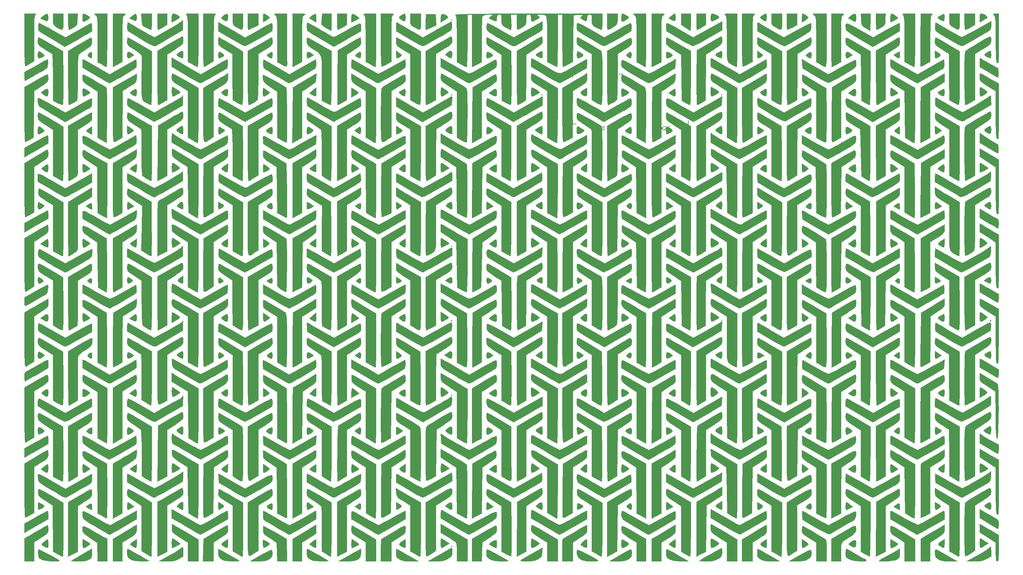
<source format=gbr>
G04 #@! TF.GenerationSoftware,KiCad,Pcbnew,(5.1.4)-1*
G04 #@! TF.CreationDate,2023-01-08T18:48:31-05:00*
G04 #@! TF.ProjectId,ThumbsUp,5468756d-6273-4557-902e-6b696361645f,rev?*
G04 #@! TF.SameCoordinates,Original*
G04 #@! TF.FileFunction,Legend,Top*
G04 #@! TF.FilePolarity,Positive*
%FSLAX46Y46*%
G04 Gerber Fmt 4.6, Leading zero omitted, Abs format (unit mm)*
G04 Created by KiCad (PCBNEW (5.1.4)-1) date 2023-01-08 18:48:31*
%MOMM*%
%LPD*%
G04 APERTURE LIST*
%ADD10C,0.010000*%
%ADD11C,0.150000*%
G04 APERTURE END LIST*
D10*
G36*
X124423158Y-334735789D02*
G01*
X124289474Y-334869473D01*
X124155790Y-334735789D01*
X124289474Y-334602105D01*
X124423158Y-334735789D01*
X124423158Y-334735789D01*
G37*
X124423158Y-334735789D02*
X124289474Y-334869473D01*
X124155790Y-334735789D01*
X124289474Y-334602105D01*
X124423158Y-334735789D01*
G36*
X262843010Y-333224160D02*
G01*
X262913611Y-333775187D01*
X262920000Y-334045087D01*
X262884119Y-334789296D01*
X262699119Y-335070217D01*
X262248965Y-334956416D01*
X261783684Y-334716545D01*
X261260354Y-334397648D01*
X261075105Y-334131070D01*
X261267414Y-333846546D01*
X261876762Y-333473812D01*
X262719474Y-333051035D01*
X262843010Y-333224160D01*
X262843010Y-333224160D01*
G37*
X262843010Y-333224160D02*
X262913611Y-333775187D01*
X262920000Y-334045087D01*
X262884119Y-334789296D01*
X262699119Y-335070217D01*
X262248965Y-334956416D01*
X261783684Y-334716545D01*
X261260354Y-334397648D01*
X261075105Y-334131070D01*
X261267414Y-333846546D01*
X261876762Y-333473812D01*
X262719474Y-333051035D01*
X262843010Y-333224160D01*
G36*
X212844434Y-333235226D02*
G01*
X212916824Y-333828068D01*
X212922105Y-334067368D01*
X212842098Y-334825429D01*
X212567598Y-335106844D01*
X212046884Y-334932841D01*
X211589258Y-334614446D01*
X211167852Y-334233629D01*
X211048484Y-334003510D01*
X211054521Y-333996997D01*
X211571870Y-333620723D01*
X212161543Y-333254509D01*
X212614800Y-333024008D01*
X212714228Y-332997895D01*
X212844434Y-333235226D01*
X212844434Y-333235226D01*
G37*
X212844434Y-333235226D02*
X212916824Y-333828068D01*
X212922105Y-334067368D01*
X212842098Y-334825429D01*
X212567598Y-335106844D01*
X212046884Y-334932841D01*
X211589258Y-334614446D01*
X211167852Y-334233629D01*
X211048484Y-334003510D01*
X211054521Y-333996997D01*
X211571870Y-333620723D01*
X212161543Y-333254509D01*
X212614800Y-333024008D01*
X212714228Y-332997895D01*
X212844434Y-333235226D01*
G36*
X198238829Y-333122603D02*
G01*
X198867115Y-333420034D01*
X199372476Y-333775144D01*
X199553684Y-334048598D01*
X199336444Y-334264767D01*
X198812963Y-334576722D01*
X198175599Y-334887011D01*
X197616711Y-335098180D01*
X197405666Y-335136842D01*
X197243913Y-334899623D01*
X197153951Y-334307028D01*
X197147369Y-334067368D01*
X197191404Y-333368940D01*
X197371484Y-333059966D01*
X197691512Y-332997895D01*
X198238829Y-333122603D01*
X198238829Y-333122603D01*
G37*
X198238829Y-333122603D02*
X198867115Y-333420034D01*
X199372476Y-333775144D01*
X199553684Y-334048598D01*
X199336444Y-334264767D01*
X198812963Y-334576722D01*
X198175599Y-334887011D01*
X197616711Y-335098180D01*
X197405666Y-335136842D01*
X197243913Y-334899623D01*
X197153951Y-334307028D01*
X197147369Y-334067368D01*
X197191404Y-333368940D01*
X197371484Y-333059966D01*
X197691512Y-332997895D01*
X198238829Y-333122603D01*
G36*
X187179801Y-333235675D02*
G01*
X187249636Y-333827952D01*
X187254737Y-334067368D01*
X187220735Y-334788192D01*
X187042259Y-335067381D01*
X186604603Y-334964862D01*
X186065366Y-334688747D01*
X185277048Y-334262062D01*
X186065366Y-333631306D01*
X186626862Y-333220573D01*
X187012152Y-333007503D01*
X187054211Y-332999223D01*
X187179801Y-333235675D01*
X187179801Y-333235675D01*
G37*
X187179801Y-333235675D02*
X187249636Y-333827952D01*
X187254737Y-334067368D01*
X187220735Y-334788192D01*
X187042259Y-335067381D01*
X186604603Y-334964862D01*
X186065366Y-334688747D01*
X185277048Y-334262062D01*
X186065366Y-333631306D01*
X186626862Y-333220573D01*
X187012152Y-333007503D01*
X187054211Y-332999223D01*
X187179801Y-333235675D01*
G36*
X111244434Y-333235226D02*
G01*
X111316824Y-333828068D01*
X111322105Y-334067368D01*
X111242098Y-334825429D01*
X110967598Y-335106844D01*
X110446884Y-334932841D01*
X109989258Y-334614446D01*
X109567852Y-334233629D01*
X109448484Y-334003510D01*
X109454521Y-333996997D01*
X109971870Y-333620723D01*
X110561543Y-333254509D01*
X111014800Y-333024008D01*
X111114228Y-332997895D01*
X111244434Y-333235226D01*
X111244434Y-333235226D01*
G37*
X111244434Y-333235226D02*
X111316824Y-333828068D01*
X111322105Y-334067368D01*
X111242098Y-334825429D01*
X110967598Y-335106844D01*
X110446884Y-334932841D01*
X109989258Y-334614446D01*
X109567852Y-334233629D01*
X109448484Y-334003510D01*
X109454521Y-333996997D01*
X109971870Y-333620723D01*
X110561543Y-333254509D01*
X111014800Y-333024008D01*
X111114228Y-332997895D01*
X111244434Y-333235226D01*
G36*
X61314161Y-333508609D02*
G01*
X61324211Y-334067368D01*
X61260843Y-334795672D01*
X61006267Y-335075812D01*
X60463770Y-334961543D01*
X60054211Y-334773244D01*
X59548309Y-334399867D01*
X59554133Y-334005544D01*
X60077056Y-333549823D01*
X60229148Y-333456594D01*
X60885204Y-333100684D01*
X61207377Y-333095992D01*
X61314161Y-333508609D01*
X61314161Y-333508609D01*
G37*
X61314161Y-333508609D02*
X61324211Y-334067368D01*
X61260843Y-334795672D01*
X61006267Y-335075812D01*
X60463770Y-334961543D01*
X60054211Y-334773244D01*
X59548309Y-334399867D01*
X59554133Y-334005544D01*
X60077056Y-333549823D01*
X60229148Y-333456594D01*
X60885204Y-333100684D01*
X61207377Y-333095992D01*
X61314161Y-333508609D01*
G36*
X35626697Y-333471043D02*
G01*
X35656842Y-334067368D01*
X35622799Y-334788368D01*
X35444184Y-335067462D01*
X35006270Y-334964685D01*
X34468431Y-334689250D01*
X33681073Y-334263068D01*
X34416499Y-333630481D01*
X35074344Y-333135800D01*
X35455661Y-333074876D01*
X35626697Y-333471043D01*
X35626697Y-333471043D01*
G37*
X35626697Y-333471043D02*
X35656842Y-334067368D01*
X35622799Y-334788368D01*
X35444184Y-335067462D01*
X35006270Y-334964685D01*
X34468431Y-334689250D01*
X33681073Y-334263068D01*
X34416499Y-333630481D01*
X35074344Y-333135800D01*
X35455661Y-333074876D01*
X35626697Y-333471043D01*
G36*
X10744625Y-333432245D02*
G01*
X10791579Y-334067368D01*
X10734204Y-334777636D01*
X10499756Y-335069215D01*
X9994749Y-334981773D01*
X9354833Y-334676992D01*
X8586507Y-334273865D01*
X9354833Y-333645495D01*
X10080371Y-333135130D01*
X10526014Y-333058872D01*
X10744625Y-333432245D01*
X10744625Y-333432245D01*
G37*
X10744625Y-333432245D02*
X10791579Y-334067368D01*
X10734204Y-334777636D01*
X10499756Y-335069215D01*
X9994749Y-334981773D01*
X9354833Y-334676992D01*
X8586507Y-334273865D01*
X9354833Y-333645495D01*
X10080371Y-333135130D01*
X10526014Y-333058872D01*
X10744625Y-333432245D01*
G36*
X273906529Y-333129176D02*
G01*
X274423440Y-333439745D01*
X274829885Y-333804693D01*
X274965405Y-334099109D01*
X274927659Y-334156261D01*
X274650790Y-334334735D01*
X274084085Y-334682484D01*
X273815263Y-334844850D01*
X272812632Y-335447823D01*
X272812632Y-334222859D01*
X272840984Y-333470229D01*
X272974143Y-333110372D01*
X273284260Y-333002320D01*
X273439614Y-332997895D01*
X273906529Y-333129176D01*
X273906529Y-333129176D01*
G37*
X273906529Y-333129176D02*
X274423440Y-333439745D01*
X274829885Y-333804693D01*
X274965405Y-334099109D01*
X274927659Y-334156261D01*
X274650790Y-334334735D01*
X274084085Y-334682484D01*
X273815263Y-334844850D01*
X272812632Y-335447823D01*
X272812632Y-334222859D01*
X272840984Y-333470229D01*
X272974143Y-333110372D01*
X273284260Y-333002320D01*
X273439614Y-332997895D01*
X273906529Y-333129176D01*
G36*
X248526369Y-333138008D02*
G01*
X249173016Y-333617840D01*
X249893746Y-334237785D01*
X248905274Y-334820998D01*
X248273663Y-335178863D01*
X247861843Y-335384680D01*
X247798401Y-335404210D01*
X247727761Y-335165019D01*
X247685411Y-334559901D01*
X247680000Y-334201052D01*
X247761249Y-333364838D01*
X248030580Y-333015487D01*
X248526369Y-333138008D01*
X248526369Y-333138008D01*
G37*
X248526369Y-333138008D02*
X249173016Y-333617840D01*
X249893746Y-334237785D01*
X248905274Y-334820998D01*
X248273663Y-335178863D01*
X247861843Y-335384680D01*
X247798401Y-335404210D01*
X247727761Y-335165019D01*
X247685411Y-334559901D01*
X247680000Y-334201052D01*
X247761249Y-333364838D01*
X248030580Y-333015487D01*
X248526369Y-333138008D01*
G36*
X238009551Y-333435648D02*
G01*
X238054737Y-334051589D01*
X238008605Y-334747500D01*
X237893878Y-335173135D01*
X237854211Y-335215856D01*
X237518529Y-335161517D01*
X236931363Y-334889589D01*
X236745624Y-334783127D01*
X235837564Y-334239827D01*
X236611940Y-333620189D01*
X237342209Y-333120400D01*
X237790613Y-333053664D01*
X238009551Y-333435648D01*
X238009551Y-333435648D01*
G37*
X238009551Y-333435648D02*
X238054737Y-334051589D01*
X238008605Y-334747500D01*
X237893878Y-335173135D01*
X237854211Y-335215856D01*
X237518529Y-335161517D01*
X236931363Y-334889589D01*
X236745624Y-334783127D01*
X235837564Y-334239827D01*
X236611940Y-333620189D01*
X237342209Y-333120400D01*
X237790613Y-333053664D01*
X238009551Y-333435648D01*
G36*
X223364805Y-333132967D02*
G01*
X223895715Y-333449965D01*
X224376361Y-333816561D01*
X224616366Y-334100424D01*
X224617466Y-334140235D01*
X224361824Y-334415623D01*
X223823190Y-334815801D01*
X223679115Y-334909437D01*
X222814737Y-335456722D01*
X222814737Y-334227308D01*
X222845759Y-333500491D01*
X222924415Y-333059280D01*
X222974010Y-332997895D01*
X223364805Y-333132967D01*
X223364805Y-333132967D01*
G37*
X223364805Y-333132967D02*
X223895715Y-333449965D01*
X224376361Y-333816561D01*
X224616366Y-334100424D01*
X224617466Y-334140235D01*
X224361824Y-334415623D01*
X223823190Y-334815801D01*
X223679115Y-334909437D01*
X222814737Y-335456722D01*
X222814737Y-334227308D01*
X222845759Y-333500491D01*
X222924415Y-333059280D01*
X222974010Y-332997895D01*
X223364805Y-333132967D01*
G36*
X172730717Y-333124023D02*
G01*
X173311477Y-333422483D01*
X173848914Y-333773392D01*
X174141973Y-334056864D01*
X174153684Y-334098605D01*
X173945824Y-334353143D01*
X173450220Y-334694095D01*
X172858835Y-335014471D01*
X172363634Y-335207282D01*
X172170776Y-335203758D01*
X172042306Y-334830076D01*
X172011847Y-334214026D01*
X172066245Y-333567524D01*
X172192346Y-333102487D01*
X172307695Y-332997895D01*
X172730717Y-333124023D01*
X172730717Y-333124023D01*
G37*
X172730717Y-333124023D02*
X173311477Y-333422483D01*
X173848914Y-333773392D01*
X174141973Y-334056864D01*
X174153684Y-334098605D01*
X173945824Y-334353143D01*
X173450220Y-334694095D01*
X172858835Y-335014471D01*
X172363634Y-335207282D01*
X172170776Y-335203758D01*
X172042306Y-334830076D01*
X172011847Y-334214026D01*
X172066245Y-333567524D01*
X172192346Y-333102487D01*
X172307695Y-332997895D01*
X172730717Y-333124023D01*
G36*
X122116329Y-333168962D02*
G01*
X122463909Y-333316996D01*
X123074844Y-333697333D01*
X123200762Y-334055770D01*
X122833132Y-334462359D01*
X122281972Y-334810615D01*
X121214737Y-335420177D01*
X121214737Y-334358499D01*
X121296535Y-333508639D01*
X121578687Y-333127450D01*
X122116329Y-333168962D01*
X122116329Y-333168962D01*
G37*
X122116329Y-333168962D02*
X122463909Y-333316996D01*
X123074844Y-333697333D01*
X123200762Y-334055770D01*
X122833132Y-334462359D01*
X122281972Y-334810615D01*
X121214737Y-335420177D01*
X121214737Y-334358499D01*
X121296535Y-333508639D01*
X121578687Y-333127450D01*
X122116329Y-333168962D01*
G36*
X96854023Y-333149762D02*
G01*
X97541779Y-333633646D01*
X98333032Y-334266741D01*
X97207569Y-334840910D01*
X96082105Y-335415078D01*
X96082105Y-334206486D01*
X96148212Y-333384863D01*
X96385855Y-333040338D01*
X96854023Y-333149762D01*
X96854023Y-333149762D01*
G37*
X96854023Y-333149762D02*
X97541779Y-333633646D01*
X98333032Y-334266741D01*
X97207569Y-334840910D01*
X96082105Y-335415078D01*
X96082105Y-334206486D01*
X96148212Y-333384863D01*
X96385855Y-333040338D01*
X96854023Y-333149762D01*
G36*
X86156816Y-333505870D02*
G01*
X86189474Y-334201052D01*
X86176234Y-334913315D01*
X86142727Y-335332832D01*
X86122632Y-335382060D01*
X85875569Y-335241720D01*
X85341687Y-334919050D01*
X85148043Y-334800052D01*
X84240297Y-334240194D01*
X84962426Y-333619044D01*
X85611595Y-333132213D01*
X85987231Y-333083820D01*
X86156816Y-333505870D01*
X86156816Y-333505870D01*
G37*
X86156816Y-333505870D02*
X86189474Y-334201052D01*
X86176234Y-334913315D01*
X86142727Y-335332832D01*
X86122632Y-335382060D01*
X85875569Y-335241720D01*
X85341687Y-334919050D01*
X85148043Y-334800052D01*
X84240297Y-334240194D01*
X84962426Y-333619044D01*
X85611595Y-333132213D01*
X85987231Y-333083820D01*
X86156816Y-333505870D01*
G36*
X71737625Y-333129269D02*
G01*
X72276051Y-333436850D01*
X72789451Y-333790823D01*
X73075878Y-334061373D01*
X73088421Y-334098605D01*
X72880015Y-334336567D01*
X72359649Y-334707353D01*
X72152632Y-334834047D01*
X71216842Y-335386176D01*
X71216842Y-334192035D01*
X71248725Y-333477395D01*
X71329323Y-333050799D01*
X71376116Y-332997895D01*
X71737625Y-333129269D01*
X71737625Y-333129269D01*
G37*
X71737625Y-333129269D02*
X72276051Y-333436850D01*
X72789451Y-333790823D01*
X73075878Y-334061373D01*
X73088421Y-334098605D01*
X72880015Y-334336567D01*
X72359649Y-334707353D01*
X72152632Y-334834047D01*
X71216842Y-335386176D01*
X71216842Y-334192035D01*
X71248725Y-333477395D01*
X71329323Y-333050799D01*
X71376116Y-332997895D01*
X71737625Y-333129269D01*
G36*
X46723303Y-333159271D02*
G01*
X47309332Y-333502140D01*
X47673953Y-333847080D01*
X47712084Y-334135276D01*
X47372234Y-334451946D01*
X46602911Y-334882306D01*
X46418421Y-334976608D01*
X45549474Y-335417942D01*
X45549474Y-334207918D01*
X45582339Y-333456192D01*
X45723476Y-333099324D01*
X46036696Y-332999289D01*
X46108881Y-332997895D01*
X46723303Y-333159271D01*
X46723303Y-333159271D01*
G37*
X46723303Y-333159271D02*
X47309332Y-333502140D01*
X47673953Y-333847080D01*
X47712084Y-334135276D01*
X47372234Y-334451946D01*
X46602911Y-334882306D01*
X46418421Y-334976608D01*
X45549474Y-335417942D01*
X45549474Y-334207918D01*
X45582339Y-333456192D01*
X45723476Y-333099324D01*
X46036696Y-332999289D01*
X46108881Y-332997895D01*
X46723303Y-333159271D01*
G36*
X21132823Y-333124023D02*
G01*
X21713582Y-333422483D01*
X22251020Y-333773392D01*
X22544078Y-334056864D01*
X22555790Y-334098605D01*
X22347929Y-334353143D01*
X21852325Y-334694095D01*
X21260940Y-335014471D01*
X20765740Y-335207282D01*
X20572881Y-335203758D01*
X20444411Y-334830076D01*
X20413952Y-334214026D01*
X20468350Y-333567524D01*
X20594451Y-333102487D01*
X20709800Y-332997895D01*
X21132823Y-333124023D01*
X21132823Y-333124023D01*
G37*
X21132823Y-333124023D02*
X21713582Y-333422483D01*
X22251020Y-333773392D01*
X22544078Y-334056864D01*
X22555790Y-334098605D01*
X22347929Y-334353143D01*
X21852325Y-334694095D01*
X21260940Y-335014471D01*
X20765740Y-335207282D01*
X20572881Y-335203758D01*
X20444411Y-334830076D01*
X20413952Y-334214026D01*
X20468350Y-333567524D01*
X20594451Y-333102487D01*
X20709800Y-332997895D01*
X21132823Y-333124023D01*
G36*
X271475790Y-336160598D02*
G01*
X270238956Y-336851878D01*
X269499792Y-337242055D01*
X268946073Y-337492718D01*
X268768429Y-337543158D01*
X268662827Y-337296314D01*
X268582060Y-336637603D01*
X268538750Y-335689753D01*
X268534737Y-335270526D01*
X268534737Y-332997895D01*
X271475790Y-332997895D01*
X271475790Y-336160598D01*
X271475790Y-336160598D01*
G37*
X271475790Y-336160598D02*
X270238956Y-336851878D01*
X269499792Y-337242055D01*
X268946073Y-337492718D01*
X268768429Y-337543158D01*
X268662827Y-337296314D01*
X268582060Y-336637603D01*
X268538750Y-335689753D01*
X268534737Y-335270526D01*
X268534737Y-332997895D01*
X271475790Y-332997895D01*
X271475790Y-336160598D01*
G36*
X267197895Y-335270526D02*
G01*
X267183111Y-336453972D01*
X267093720Y-337161028D01*
X266862165Y-337449994D01*
X266420887Y-337379172D01*
X265702328Y-337006862D01*
X265393158Y-336827960D01*
X264761060Y-336438291D01*
X264421710Y-336091299D01*
X264284042Y-335606996D01*
X264256992Y-334805396D01*
X264256842Y-334582073D01*
X264256842Y-332997895D01*
X267197895Y-332997895D01*
X267197895Y-335270526D01*
X267197895Y-335270526D01*
G37*
X267197895Y-335270526D02*
X267183111Y-336453972D01*
X267093720Y-337161028D01*
X266862165Y-337449994D01*
X266420887Y-337379172D01*
X265702328Y-337006862D01*
X265393158Y-336827960D01*
X264761060Y-336438291D01*
X264421710Y-336091299D01*
X264284042Y-335606996D01*
X264256992Y-334805396D01*
X264256842Y-334582073D01*
X264256842Y-332997895D01*
X267197895Y-332997895D01*
X267197895Y-335270526D01*
G36*
X246289074Y-334629512D02*
G01*
X246228648Y-335537384D01*
X246096433Y-336085859D01*
X245798315Y-336449809D01*
X245240179Y-336804109D01*
X245065981Y-336902144D01*
X244379051Y-337273980D01*
X243906260Y-337505294D01*
X243795981Y-337543158D01*
X243738810Y-337296270D01*
X243695086Y-336637451D01*
X243671643Y-335689462D01*
X243669474Y-335270526D01*
X243669474Y-332997895D01*
X246368674Y-332997895D01*
X246289074Y-334629512D01*
X246289074Y-334629512D01*
G37*
X246289074Y-334629512D02*
X246228648Y-335537384D01*
X246096433Y-336085859D01*
X245798315Y-336449809D01*
X245240179Y-336804109D01*
X245065981Y-336902144D01*
X244379051Y-337273980D01*
X243906260Y-337505294D01*
X243795981Y-337543158D01*
X243738810Y-337296270D01*
X243695086Y-336637451D01*
X243671643Y-335689462D01*
X243669474Y-335270526D01*
X243669474Y-332997895D01*
X246368674Y-332997895D01*
X246289074Y-334629512D01*
G36*
X221477895Y-336197307D02*
G01*
X220149941Y-336870233D01*
X219396700Y-337239965D01*
X218853507Y-337484384D01*
X218679415Y-337543158D01*
X218614983Y-337296275D01*
X218565707Y-336637468D01*
X218539288Y-335689495D01*
X218536842Y-335270526D01*
X218536842Y-332997895D01*
X221477895Y-332997895D01*
X221477895Y-336197307D01*
X221477895Y-336197307D01*
G37*
X221477895Y-336197307D02*
X220149941Y-336870233D01*
X219396700Y-337239965D01*
X218853507Y-337484384D01*
X218679415Y-337543158D01*
X218614983Y-337296275D01*
X218565707Y-336637468D01*
X218539288Y-335689495D01*
X218536842Y-335270526D01*
X218536842Y-332997895D01*
X221477895Y-332997895D01*
X221477895Y-336197307D01*
G36*
X217200000Y-335270526D02*
G01*
X217185216Y-336453972D01*
X217095825Y-337161028D01*
X216864270Y-337449994D01*
X216422992Y-337379172D01*
X215704433Y-337006862D01*
X215395263Y-336827960D01*
X214763165Y-336438291D01*
X214423815Y-336091299D01*
X214286148Y-335606996D01*
X214259097Y-334805396D01*
X214258947Y-334582073D01*
X214258947Y-332997895D01*
X217200000Y-332997895D01*
X217200000Y-335270526D01*
X217200000Y-335270526D01*
G37*
X217200000Y-335270526D02*
X217185216Y-336453972D01*
X217095825Y-337161028D01*
X216864270Y-337449994D01*
X216422992Y-337379172D01*
X215704433Y-337006862D01*
X215395263Y-336827960D01*
X214763165Y-336438291D01*
X214423815Y-336091299D01*
X214286148Y-335606996D01*
X214259097Y-334805396D01*
X214258947Y-334582073D01*
X214258947Y-332997895D01*
X217200000Y-332997895D01*
X217200000Y-335270526D01*
G36*
X195810526Y-336155504D02*
G01*
X194626600Y-336849331D01*
X193924874Y-337244506D01*
X193425991Y-337495783D01*
X193289758Y-337543158D01*
X193220653Y-337296279D01*
X193167802Y-336637480D01*
X193139465Y-335689518D01*
X193136842Y-335270526D01*
X193136842Y-332997895D01*
X195810526Y-332997895D01*
X195810526Y-336155504D01*
X195810526Y-336155504D01*
G37*
X195810526Y-336155504D02*
X194626600Y-336849331D01*
X193924874Y-337244506D01*
X193425991Y-337495783D01*
X193289758Y-337543158D01*
X193220653Y-337296279D01*
X193167802Y-336637480D01*
X193139465Y-335689518D01*
X193136842Y-335270526D01*
X193136842Y-332997895D01*
X195810526Y-332997895D01*
X195810526Y-336155504D01*
G36*
X170945263Y-334426982D02*
G01*
X170873091Y-335456703D01*
X170636309Y-336088301D01*
X170477369Y-336266319D01*
X169985687Y-336619619D01*
X169310326Y-337021438D01*
X168648362Y-337363602D01*
X168196874Y-337537935D01*
X168151172Y-337543158D01*
X168084757Y-337296277D01*
X168033964Y-336637473D01*
X168006731Y-335689504D01*
X168004211Y-335270526D01*
X168004211Y-332997895D01*
X170945263Y-332997895D01*
X170945263Y-334426982D01*
X170945263Y-334426982D01*
G37*
X170945263Y-334426982D02*
X170873091Y-335456703D01*
X170636309Y-336088301D01*
X170477369Y-336266319D01*
X169985687Y-336619619D01*
X169310326Y-337021438D01*
X168648362Y-337363602D01*
X168196874Y-337537935D01*
X168151172Y-337543158D01*
X168084757Y-337296277D01*
X168033964Y-336637473D01*
X168006731Y-335689504D01*
X168004211Y-335270526D01*
X168004211Y-332997895D01*
X170945263Y-332997895D01*
X170945263Y-334426982D01*
G36*
X119824064Y-334657850D02*
G01*
X119903918Y-336184120D01*
X118562953Y-336863639D01*
X117803670Y-337235630D01*
X117251601Y-337482447D01*
X117068602Y-337543158D01*
X117007053Y-337296862D01*
X116976829Y-336640900D01*
X116982200Y-335699655D01*
X116992871Y-335337368D01*
X117070526Y-333131579D01*
X119744211Y-333131579D01*
X119824064Y-334657850D01*
X119824064Y-334657850D01*
G37*
X119824064Y-334657850D02*
X119903918Y-336184120D01*
X118562953Y-336863639D01*
X117803670Y-337235630D01*
X117251601Y-337482447D01*
X117068602Y-337543158D01*
X117007053Y-337296862D01*
X116976829Y-336640900D01*
X116982200Y-335699655D01*
X116992871Y-335337368D01*
X117070526Y-333131579D01*
X119744211Y-333131579D01*
X119824064Y-334657850D01*
G36*
X115600000Y-335270526D02*
G01*
X115585216Y-336453972D01*
X115495825Y-337161028D01*
X115264270Y-337449994D01*
X114822992Y-337379172D01*
X114104433Y-337006862D01*
X113795263Y-336827960D01*
X113163165Y-336438291D01*
X112823815Y-336091299D01*
X112686148Y-335606996D01*
X112659097Y-334805396D01*
X112658947Y-334582073D01*
X112658947Y-332997895D01*
X115600000Y-332997895D01*
X115600000Y-335270526D01*
X115600000Y-335270526D01*
G37*
X115600000Y-335270526D02*
X115585216Y-336453972D01*
X115495825Y-337161028D01*
X115264270Y-337449994D01*
X114822992Y-337379172D01*
X114104433Y-337006862D01*
X113795263Y-336827960D01*
X113163165Y-336438291D01*
X112823815Y-336091299D01*
X112686148Y-335606996D01*
X112659097Y-334805396D01*
X112658947Y-334582073D01*
X112658947Y-332997895D01*
X115600000Y-332997895D01*
X115600000Y-335270526D01*
G36*
X94745263Y-336155504D02*
G01*
X93561337Y-336849331D01*
X92859611Y-337244506D01*
X92360728Y-337495783D01*
X92224495Y-337543158D01*
X92155390Y-337296279D01*
X92102539Y-336637480D01*
X92074202Y-335689518D01*
X92071579Y-335270526D01*
X92071579Y-332997895D01*
X94745263Y-332997895D01*
X94745263Y-336155504D01*
X94745263Y-336155504D01*
G37*
X94745263Y-336155504D02*
X93561337Y-336849331D01*
X92859611Y-337244506D01*
X92360728Y-337495783D01*
X92224495Y-337543158D01*
X92155390Y-337296279D01*
X92102539Y-336637480D01*
X92074202Y-335689518D01*
X92071579Y-335270526D01*
X92071579Y-332997895D01*
X94745263Y-332997895D01*
X94745263Y-336155504D01*
G36*
X69880000Y-336197307D02*
G01*
X68552046Y-336870233D01*
X67798806Y-337239965D01*
X67255612Y-337484384D01*
X67081520Y-337543158D01*
X67017089Y-337296275D01*
X66967812Y-336637468D01*
X66941393Y-335689495D01*
X66938947Y-335270526D01*
X66938947Y-332997895D01*
X69880000Y-332997895D01*
X69880000Y-336197307D01*
X69880000Y-336197307D01*
G37*
X69880000Y-336197307D02*
X68552046Y-336870233D01*
X67798806Y-337239965D01*
X67255612Y-337484384D01*
X67081520Y-337543158D01*
X67017089Y-337296275D01*
X66967812Y-336637468D01*
X66941393Y-335689495D01*
X66938947Y-335270526D01*
X66938947Y-332997895D01*
X69880000Y-332997895D01*
X69880000Y-336197307D01*
G36*
X65602105Y-335270526D02*
G01*
X65587321Y-336453972D01*
X65497931Y-337161028D01*
X65266375Y-337449994D01*
X64825097Y-337379172D01*
X64106538Y-337006862D01*
X63797369Y-336827960D01*
X63165270Y-336438291D01*
X62825920Y-336091299D01*
X62688253Y-335606996D01*
X62661203Y-334805396D01*
X62661053Y-334582073D01*
X62661053Y-332997895D01*
X65602105Y-332997895D01*
X65602105Y-335270526D01*
X65602105Y-335270526D01*
G37*
X65602105Y-335270526D02*
X65587321Y-336453972D01*
X65497931Y-337161028D01*
X65266375Y-337449994D01*
X64825097Y-337379172D01*
X64106538Y-337006862D01*
X63797369Y-336827960D01*
X63165270Y-336438291D01*
X62825920Y-336091299D01*
X62688253Y-335606996D01*
X62661203Y-334805396D01*
X62661053Y-334582073D01*
X62661053Y-332997895D01*
X65602105Y-332997895D01*
X65602105Y-335270526D01*
G36*
X44212632Y-336160598D02*
G01*
X42975798Y-336851878D01*
X42265963Y-337238962D01*
X41772794Y-337489825D01*
X41638956Y-337543158D01*
X41593759Y-337296263D01*
X41559194Y-336637427D01*
X41540662Y-335689417D01*
X41538947Y-335270526D01*
X41538947Y-332997895D01*
X44212632Y-332997895D01*
X44212632Y-336160598D01*
X44212632Y-336160598D01*
G37*
X44212632Y-336160598D02*
X42975798Y-336851878D01*
X42265963Y-337238962D01*
X41772794Y-337489825D01*
X41638956Y-337543158D01*
X41593759Y-337296263D01*
X41559194Y-336637427D01*
X41540662Y-335689417D01*
X41538947Y-335270526D01*
X41538947Y-332997895D01*
X44212632Y-332997895D01*
X44212632Y-336160598D01*
G36*
X39934737Y-335270526D02*
G01*
X39912979Y-336295714D01*
X39854914Y-337077562D01*
X39771352Y-337494177D01*
X39734211Y-337531341D01*
X39393725Y-337410133D01*
X38769740Y-337118356D01*
X38464211Y-336963047D01*
X37799700Y-336609789D01*
X37367198Y-336365830D01*
X37294283Y-336317392D01*
X37224757Y-336024638D01*
X37145637Y-335354132D01*
X37085733Y-334613055D01*
X36977637Y-332997895D01*
X39934737Y-332997895D01*
X39934737Y-335270526D01*
X39934737Y-335270526D01*
G37*
X39934737Y-335270526D02*
X39912979Y-336295714D01*
X39854914Y-337077562D01*
X39771352Y-337494177D01*
X39734211Y-337531341D01*
X39393725Y-337410133D01*
X38769740Y-337118356D01*
X38464211Y-336963047D01*
X37799700Y-336609789D01*
X37367198Y-336365830D01*
X37294283Y-336317392D01*
X37224757Y-336024638D01*
X37145637Y-335354132D01*
X37085733Y-334613055D01*
X36977637Y-332997895D01*
X39934737Y-332997895D01*
X39934737Y-335270526D01*
G36*
X19025916Y-334661682D02*
G01*
X18965637Y-335581968D01*
X18838211Y-336138108D01*
X18557391Y-336500350D01*
X18036929Y-336838944D01*
X17876842Y-336929916D01*
X17195311Y-337293206D01*
X16711695Y-337511206D01*
X16606842Y-337538759D01*
X16516242Y-337293988D01*
X16446943Y-336637009D01*
X16409769Y-335690247D01*
X16406316Y-335270526D01*
X16406316Y-332997895D01*
X19105516Y-332997895D01*
X19025916Y-334661682D01*
X19025916Y-334661682D01*
G37*
X19025916Y-334661682D02*
X18965637Y-335581968D01*
X18838211Y-336138108D01*
X18557391Y-336500350D01*
X18036929Y-336838944D01*
X17876842Y-336929916D01*
X17195311Y-337293206D01*
X16711695Y-337511206D01*
X16606842Y-337538759D01*
X16516242Y-337293988D01*
X16446943Y-336637009D01*
X16409769Y-335690247D01*
X16406316Y-335270526D01*
X16406316Y-332997895D01*
X19105516Y-332997895D01*
X19025916Y-334661682D01*
G36*
X15069474Y-335270526D02*
G01*
X15052228Y-336465614D01*
X14957484Y-337182832D01*
X14720730Y-337478893D01*
X14277458Y-337410506D01*
X13563155Y-337034381D01*
X13264737Y-336857053D01*
X12633217Y-336456619D01*
X12293837Y-336102824D01*
X12155867Y-335614413D01*
X12128581Y-334810133D01*
X12128421Y-334586951D01*
X12128421Y-332997895D01*
X15069474Y-332997895D01*
X15069474Y-335270526D01*
X15069474Y-335270526D01*
G37*
X15069474Y-335270526D02*
X15052228Y-336465614D01*
X14957484Y-337182832D01*
X14720730Y-337478893D01*
X14277458Y-337410506D01*
X13563155Y-337034381D01*
X13264737Y-336857053D01*
X12633217Y-336456619D01*
X12293837Y-336102824D01*
X12155867Y-335614413D01*
X12128581Y-334810133D01*
X12128421Y-334586951D01*
X12128421Y-332997895D01*
X15069474Y-332997895D01*
X15069474Y-335270526D01*
G36*
X242065263Y-335404210D02*
G01*
X242058402Y-336460876D01*
X242040020Y-337276353D01*
X242013423Y-337732712D01*
X241998421Y-337789510D01*
X241752507Y-337651160D01*
X241193320Y-337318707D01*
X240728421Y-337037901D01*
X240068737Y-336615906D01*
X239701835Y-336248404D01*
X239531337Y-335756181D01*
X239460866Y-334960020D01*
X239445663Y-334652602D01*
X239366063Y-332997895D01*
X242065263Y-332997895D01*
X242065263Y-335404210D01*
X242065263Y-335404210D01*
G37*
X242065263Y-335404210D02*
X242058402Y-336460876D01*
X242040020Y-337276353D01*
X242013423Y-337732712D01*
X241998421Y-337789510D01*
X241752507Y-337651160D01*
X241193320Y-337318707D01*
X240728421Y-337037901D01*
X240068737Y-336615906D01*
X239701835Y-336248404D01*
X239531337Y-335756181D01*
X239460866Y-334960020D01*
X239445663Y-334652602D01*
X239366063Y-332997895D01*
X242065263Y-332997895D01*
X242065263Y-335404210D01*
G36*
X191532632Y-335404210D02*
G01*
X191525769Y-336461230D01*
X191507383Y-337277410D01*
X191480781Y-337734663D01*
X191465790Y-337791922D01*
X191222955Y-337650766D01*
X190665628Y-337305666D01*
X190128947Y-336967209D01*
X188858947Y-336161101D01*
X188858947Y-332997895D01*
X191532632Y-332997895D01*
X191532632Y-335404210D01*
X191532632Y-335404210D01*
G37*
X191532632Y-335404210D02*
X191525769Y-336461230D01*
X191507383Y-337277410D01*
X191480781Y-337734663D01*
X191465790Y-337791922D01*
X191222955Y-337650766D01*
X190665628Y-337305666D01*
X190128947Y-336967209D01*
X188858947Y-336161101D01*
X188858947Y-332997895D01*
X191532632Y-332997895D01*
X191532632Y-335404210D01*
G36*
X90467369Y-335404210D02*
G01*
X90460513Y-336459290D01*
X90442148Y-337271618D01*
X90415572Y-337723974D01*
X90400526Y-337778691D01*
X90149857Y-337642423D01*
X89575841Y-337325592D01*
X89066920Y-337043428D01*
X88340289Y-336603360D01*
X87834599Y-336228640D01*
X87696304Y-336070097D01*
X87661302Y-335666860D01*
X87685120Y-334929639D01*
X87727086Y-334399044D01*
X87861718Y-332997895D01*
X90467369Y-332997895D01*
X90467369Y-335404210D01*
X90467369Y-335404210D01*
G37*
X90467369Y-335404210D02*
X90460513Y-336459290D01*
X90442148Y-337271618D01*
X90415572Y-337723974D01*
X90400526Y-337778691D01*
X90149857Y-337642423D01*
X89575841Y-337325592D01*
X89066920Y-337043428D01*
X88340289Y-336603360D01*
X87834599Y-336228640D01*
X87696304Y-336070097D01*
X87661302Y-335666860D01*
X87685120Y-334929639D01*
X87727086Y-334399044D01*
X87861718Y-332997895D01*
X90467369Y-332997895D01*
X90467369Y-335404210D01*
G36*
X276021053Y-336295235D02*
G01*
X275999327Y-336951613D01*
X275865517Y-337394197D01*
X275516674Y-337766154D01*
X274849848Y-338210650D01*
X274483684Y-338433180D01*
X272625163Y-339540393D01*
X270992493Y-340482095D01*
X269635160Y-341231391D01*
X268602648Y-341761389D01*
X267944442Y-342045196D01*
X267761107Y-342086618D01*
X267386595Y-341954073D01*
X266651351Y-341591206D01*
X265649949Y-341048119D01*
X264476967Y-340374913D01*
X264033242Y-340111754D01*
X262833377Y-339386978D01*
X261790735Y-338743991D01*
X260995551Y-338239434D01*
X260538056Y-337929946D01*
X260473462Y-337877251D01*
X260326627Y-337463064D01*
X260284484Y-336755717D01*
X260296010Y-336533282D01*
X260380000Y-335450755D01*
X263855790Y-337455927D01*
X265092141Y-338166464D01*
X266172674Y-338782358D01*
X267008816Y-339253515D01*
X267511996Y-339529840D01*
X267607672Y-339577905D01*
X267945098Y-339494945D01*
X268681155Y-339166543D01*
X269756736Y-338623704D01*
X271112738Y-337897433D01*
X272690056Y-337018736D01*
X274429586Y-336018617D01*
X274751053Y-335830622D01*
X276021053Y-335086030D01*
X276021053Y-336295235D01*
X276021053Y-336295235D01*
G37*
X276021053Y-336295235D02*
X275999327Y-336951613D01*
X275865517Y-337394197D01*
X275516674Y-337766154D01*
X274849848Y-338210650D01*
X274483684Y-338433180D01*
X272625163Y-339540393D01*
X270992493Y-340482095D01*
X269635160Y-341231391D01*
X268602648Y-341761389D01*
X267944442Y-342045196D01*
X267761107Y-342086618D01*
X267386595Y-341954073D01*
X266651351Y-341591206D01*
X265649949Y-341048119D01*
X264476967Y-340374913D01*
X264033242Y-340111754D01*
X262833377Y-339386978D01*
X261790735Y-338743991D01*
X260995551Y-338239434D01*
X260538056Y-337929946D01*
X260473462Y-337877251D01*
X260326627Y-337463064D01*
X260284484Y-336755717D01*
X260296010Y-336533282D01*
X260380000Y-335450755D01*
X263855790Y-337455927D01*
X265092141Y-338166464D01*
X266172674Y-338782358D01*
X267008816Y-339253515D01*
X267511996Y-339529840D01*
X267607672Y-339577905D01*
X267945098Y-339494945D01*
X268681155Y-339166543D01*
X269756736Y-338623704D01*
X271112738Y-337897433D01*
X272690056Y-337018736D01*
X274429586Y-336018617D01*
X274751053Y-335830622D01*
X276021053Y-335086030D01*
X276021053Y-336295235D01*
G36*
X200344064Y-336429415D02*
G01*
X200332339Y-337676842D01*
X196497898Y-339882631D01*
X195181489Y-340622021D01*
X193997742Y-341253525D01*
X193035662Y-341732245D01*
X192384254Y-342013276D01*
X192164886Y-342068577D01*
X191768437Y-341929554D01*
X191010053Y-341560027D01*
X189983481Y-341009306D01*
X188782468Y-340326704D01*
X188190526Y-339978003D01*
X184714737Y-337907272D01*
X184632522Y-336789426D01*
X184643969Y-336004785D01*
X184818687Y-335678186D01*
X184861412Y-335671579D01*
X185191849Y-335797979D01*
X185896327Y-336146321D01*
X186886290Y-336670314D01*
X188073185Y-337323668D01*
X188721762Y-337689481D01*
X192271006Y-339707383D01*
X200355790Y-335181989D01*
X200344064Y-336429415D01*
X200344064Y-336429415D01*
G37*
X200344064Y-336429415D02*
X200332339Y-337676842D01*
X196497898Y-339882631D01*
X195181489Y-340622021D01*
X193997742Y-341253525D01*
X193035662Y-341732245D01*
X192384254Y-342013276D01*
X192164886Y-342068577D01*
X191768437Y-341929554D01*
X191010053Y-341560027D01*
X189983481Y-341009306D01*
X188782468Y-340326704D01*
X188190526Y-339978003D01*
X184714737Y-337907272D01*
X184632522Y-336789426D01*
X184643969Y-336004785D01*
X184818687Y-335678186D01*
X184861412Y-335671579D01*
X185191849Y-335797979D01*
X185896327Y-336146321D01*
X186886290Y-336670314D01*
X188073185Y-337323668D01*
X188721762Y-337689481D01*
X192271006Y-339707383D01*
X200355790Y-335181989D01*
X200344064Y-336429415D01*
G36*
X159937042Y-335667949D02*
G01*
X160602873Y-335982763D01*
X161563665Y-336484131D01*
X162736649Y-337129432D01*
X163532439Y-337582117D01*
X167215404Y-339702742D01*
X168612439Y-338934784D01*
X169506070Y-338438990D01*
X170656263Y-337794592D01*
X171855215Y-337118145D01*
X172205989Y-336919202D01*
X173185347Y-336377033D01*
X173996994Y-335953876D01*
X174524938Y-335708921D01*
X174650930Y-335671579D01*
X174794802Y-335909146D01*
X174862184Y-336506315D01*
X174860730Y-336800595D01*
X174822105Y-337929612D01*
X171212632Y-340004604D01*
X169942666Y-340720630D01*
X168815060Y-341330133D01*
X167919686Y-341786546D01*
X167346417Y-342043304D01*
X167202105Y-342082546D01*
X166794294Y-341954700D01*
X166070249Y-341612820D01*
X165168683Y-341123887D01*
X164929474Y-340985154D01*
X163202658Y-339971411D01*
X161880391Y-339191734D01*
X160909054Y-338604460D01*
X160235030Y-338167926D01*
X159804701Y-337840467D01*
X159564448Y-337580421D01*
X159460653Y-337346125D01*
X159439699Y-337095914D01*
X159447966Y-336788125D01*
X159448421Y-336726156D01*
X159495976Y-336037885D01*
X159613790Y-335619350D01*
X159648947Y-335582315D01*
X159937042Y-335667949D01*
X159937042Y-335667949D01*
G37*
X159937042Y-335667949D02*
X160602873Y-335982763D01*
X161563665Y-336484131D01*
X162736649Y-337129432D01*
X163532439Y-337582117D01*
X167215404Y-339702742D01*
X168612439Y-338934784D01*
X169506070Y-338438990D01*
X170656263Y-337794592D01*
X171855215Y-337118145D01*
X172205989Y-336919202D01*
X173185347Y-336377033D01*
X173996994Y-335953876D01*
X174524938Y-335708921D01*
X174650930Y-335671579D01*
X174794802Y-335909146D01*
X174862184Y-336506315D01*
X174860730Y-336800595D01*
X174822105Y-337929612D01*
X171212632Y-340004604D01*
X169942666Y-340720630D01*
X168815060Y-341330133D01*
X167919686Y-341786546D01*
X167346417Y-342043304D01*
X167202105Y-342082546D01*
X166794294Y-341954700D01*
X166070249Y-341612820D01*
X165168683Y-341123887D01*
X164929474Y-340985154D01*
X163202658Y-339971411D01*
X161880391Y-339191734D01*
X160909054Y-338604460D01*
X160235030Y-338167926D01*
X159804701Y-337840467D01*
X159564448Y-337580421D01*
X159460653Y-337346125D01*
X159439699Y-337095914D01*
X159447966Y-336788125D01*
X159448421Y-336726156D01*
X159495976Y-336037885D01*
X159613790Y-335619350D01*
X159648947Y-335582315D01*
X159937042Y-335667949D01*
G36*
X124374926Y-336285636D02*
G01*
X124373844Y-337074960D01*
X124171037Y-337551350D01*
X123870304Y-337809939D01*
X123133023Y-338282588D01*
X122139262Y-338879676D01*
X120986148Y-339547447D01*
X119770809Y-340232147D01*
X118590371Y-340880022D01*
X117541962Y-341437316D01*
X116722710Y-341850275D01*
X116229741Y-342065143D01*
X116148259Y-342083674D01*
X115782243Y-341952173D01*
X115048764Y-341592972D01*
X114038703Y-341053804D01*
X112842942Y-340382402D01*
X112203036Y-340011568D01*
X108672388Y-337944210D01*
X108660404Y-336658431D01*
X108690266Y-335939105D01*
X108779731Y-335526319D01*
X108848947Y-335483909D01*
X109139374Y-335650613D01*
X109806841Y-336036283D01*
X110765899Y-336591472D01*
X111931098Y-337266730D01*
X112572405Y-337638636D01*
X113799894Y-338346486D01*
X114856624Y-338947993D01*
X115659996Y-339396760D01*
X116127415Y-339646394D01*
X116210387Y-339682105D01*
X116469143Y-339556676D01*
X117114270Y-339209059D01*
X118067794Y-338682256D01*
X119251742Y-338019270D01*
X120307456Y-337422538D01*
X124289474Y-335162972D01*
X124374926Y-336285636D01*
X124374926Y-336285636D01*
G37*
X124374926Y-336285636D02*
X124373844Y-337074960D01*
X124171037Y-337551350D01*
X123870304Y-337809939D01*
X123133023Y-338282588D01*
X122139262Y-338879676D01*
X120986148Y-339547447D01*
X119770809Y-340232147D01*
X118590371Y-340880022D01*
X117541962Y-341437316D01*
X116722710Y-341850275D01*
X116229741Y-342065143D01*
X116148259Y-342083674D01*
X115782243Y-341952173D01*
X115048764Y-341592972D01*
X114038703Y-341053804D01*
X112842942Y-340382402D01*
X112203036Y-340011568D01*
X108672388Y-337944210D01*
X108660404Y-336658431D01*
X108690266Y-335939105D01*
X108779731Y-335526319D01*
X108848947Y-335483909D01*
X109139374Y-335650613D01*
X109806841Y-336036283D01*
X110765899Y-336591472D01*
X111931098Y-337266730D01*
X112572405Y-337638636D01*
X113799894Y-338346486D01*
X114856624Y-338947993D01*
X115659996Y-339396760D01*
X116127415Y-339646394D01*
X116210387Y-339682105D01*
X116469143Y-339556676D01*
X117114270Y-339209059D01*
X118067794Y-338682256D01*
X119251742Y-338019270D01*
X120307456Y-337422538D01*
X124289474Y-335162972D01*
X124374926Y-336285636D01*
G36*
X59519474Y-335890735D02*
G01*
X60333873Y-336373066D01*
X61257844Y-336900787D01*
X61457895Y-337012152D01*
X62231902Y-337447252D01*
X63252278Y-338030242D01*
X64304212Y-338638355D01*
X64350400Y-338665247D01*
X66173432Y-339727062D01*
X69801483Y-337699320D01*
X71064972Y-337001581D01*
X72169434Y-336407554D01*
X73028772Y-335962306D01*
X73556890Y-335710901D01*
X73675403Y-335671579D01*
X73808306Y-335908310D01*
X73852010Y-336503704D01*
X73839057Y-336801990D01*
X73756842Y-337932401D01*
X70147369Y-340005999D01*
X68877340Y-340721423D01*
X67749690Y-341330108D01*
X66854306Y-341785569D01*
X66281074Y-342041320D01*
X66136842Y-342080023D01*
X65775771Y-341950465D01*
X65046691Y-341593158D01*
X64040034Y-341055627D01*
X62846232Y-340385395D01*
X62202223Y-340012331D01*
X58668655Y-337944210D01*
X58659591Y-336652404D01*
X58650526Y-335360597D01*
X59519474Y-335890735D01*
X59519474Y-335890735D01*
G37*
X59519474Y-335890735D02*
X60333873Y-336373066D01*
X61257844Y-336900787D01*
X61457895Y-337012152D01*
X62231902Y-337447252D01*
X63252278Y-338030242D01*
X64304212Y-338638355D01*
X64350400Y-338665247D01*
X66173432Y-339727062D01*
X69801483Y-337699320D01*
X71064972Y-337001581D01*
X72169434Y-336407554D01*
X73028772Y-335962306D01*
X73556890Y-335710901D01*
X73675403Y-335671579D01*
X73808306Y-335908310D01*
X73852010Y-336503704D01*
X73839057Y-336801990D01*
X73756842Y-337932401D01*
X70147369Y-340005999D01*
X68877340Y-340721423D01*
X67749690Y-341330108D01*
X66854306Y-341785569D01*
X66281074Y-342041320D01*
X66136842Y-342080023D01*
X65775771Y-341950465D01*
X65046691Y-341593158D01*
X64040034Y-341055627D01*
X62846232Y-340385395D01*
X62202223Y-340012331D01*
X58668655Y-337944210D01*
X58659591Y-336652404D01*
X58650526Y-335360597D01*
X59519474Y-335890735D01*
G36*
X250294874Y-335909899D02*
G01*
X250346833Y-336509189D01*
X250351570Y-336807895D01*
X250349455Y-337944210D01*
X247343675Y-339671219D01*
X246130396Y-340368319D01*
X245014802Y-341009283D01*
X244116578Y-341525347D01*
X243555407Y-341847749D01*
X243535790Y-341859019D01*
X242733684Y-342319810D01*
X238990526Y-340113740D01*
X237591787Y-339283092D01*
X236589213Y-338663602D01*
X235914957Y-338200652D01*
X235501170Y-337839626D01*
X235280006Y-337525908D01*
X235183617Y-337204879D01*
X235161688Y-337031540D01*
X235119474Y-336403991D01*
X235176638Y-335996841D01*
X235393266Y-335818470D01*
X235829444Y-335877255D01*
X236545257Y-336181574D01*
X237600792Y-336739806D01*
X239056133Y-337560330D01*
X239089240Y-337579193D01*
X242830701Y-339711202D01*
X246442162Y-337691390D01*
X247694033Y-336996395D01*
X248777392Y-336404701D01*
X249608647Y-335961193D01*
X250104206Y-335710760D01*
X250203653Y-335671579D01*
X250294874Y-335909899D01*
X250294874Y-335909899D01*
G37*
X250294874Y-335909899D02*
X250346833Y-336509189D01*
X250351570Y-336807895D01*
X250349455Y-337944210D01*
X247343675Y-339671219D01*
X246130396Y-340368319D01*
X245014802Y-341009283D01*
X244116578Y-341525347D01*
X243555407Y-341847749D01*
X243535790Y-341859019D01*
X242733684Y-342319810D01*
X238990526Y-340113740D01*
X237591787Y-339283092D01*
X236589213Y-338663602D01*
X235914957Y-338200652D01*
X235501170Y-337839626D01*
X235280006Y-337525908D01*
X235183617Y-337204879D01*
X235161688Y-337031540D01*
X235119474Y-336403991D01*
X235176638Y-335996841D01*
X235393266Y-335818470D01*
X235829444Y-335877255D01*
X236545257Y-336181574D01*
X237600792Y-336739806D01*
X239056133Y-337560330D01*
X239089240Y-337579193D01*
X242830701Y-339711202D01*
X246442162Y-337691390D01*
X247694033Y-336996395D01*
X248777392Y-336404701D01*
X249608647Y-335961193D01*
X250104206Y-335710760D01*
X250203653Y-335671579D01*
X250294874Y-335909899D01*
G36*
X210739244Y-335656528D02*
G01*
X211407210Y-336043267D01*
X212367771Y-336599467D01*
X213535853Y-337275868D01*
X214204725Y-337663206D01*
X217759976Y-339722044D01*
X221289988Y-337763653D01*
X222548215Y-337072286D01*
X223656677Y-336475714D01*
X224524195Y-336022056D01*
X225059590Y-335759431D01*
X225170697Y-335715641D01*
X225391675Y-335811421D01*
X225458650Y-336306834D01*
X225438065Y-336764933D01*
X225376291Y-337325834D01*
X225225987Y-337736303D01*
X224892339Y-338101795D01*
X224280532Y-338527768D01*
X223349474Y-339087962D01*
X222195713Y-339761930D01*
X220996932Y-340450456D01*
X219988320Y-341018616D01*
X219873684Y-341081971D01*
X219053333Y-341544000D01*
X218407339Y-341926337D01*
X218116860Y-342116801D01*
X217781330Y-342070765D01*
X217048950Y-341762677D01*
X215973366Y-341218573D01*
X214608227Y-340464489D01*
X214049936Y-340142974D01*
X210269312Y-337944210D01*
X210258866Y-336658431D01*
X210289589Y-335940163D01*
X210379552Y-335529466D01*
X210448947Y-335488510D01*
X210739244Y-335656528D01*
X210739244Y-335656528D01*
G37*
X210739244Y-335656528D02*
X211407210Y-336043267D01*
X212367771Y-336599467D01*
X213535853Y-337275868D01*
X214204725Y-337663206D01*
X217759976Y-339722044D01*
X221289988Y-337763653D01*
X222548215Y-337072286D01*
X223656677Y-336475714D01*
X224524195Y-336022056D01*
X225059590Y-335759431D01*
X225170697Y-335715641D01*
X225391675Y-335811421D01*
X225458650Y-336306834D01*
X225438065Y-336764933D01*
X225376291Y-337325834D01*
X225225987Y-337736303D01*
X224892339Y-338101795D01*
X224280532Y-338527768D01*
X223349474Y-339087962D01*
X222195713Y-339761930D01*
X220996932Y-340450456D01*
X219988320Y-341018616D01*
X219873684Y-341081971D01*
X219053333Y-341544000D01*
X218407339Y-341926337D01*
X218116860Y-342116801D01*
X217781330Y-342070765D01*
X217048950Y-341762677D01*
X215973366Y-341218573D01*
X214608227Y-340464489D01*
X214049936Y-340142974D01*
X210269312Y-337944210D01*
X210258866Y-336658431D01*
X210289589Y-335940163D01*
X210379552Y-335529466D01*
X210448947Y-335488510D01*
X210739244Y-335656528D01*
G36*
X149821468Y-336421360D02*
G01*
X149824142Y-336929975D01*
X149786305Y-337304662D01*
X149636750Y-337613436D01*
X149304271Y-337924313D01*
X148717662Y-338305310D01*
X147805716Y-338824444D01*
X146614737Y-339484428D01*
X145643784Y-340034831D01*
X144704748Y-340585072D01*
X144208421Y-340887204D01*
X143116255Y-341557798D01*
X142355836Y-341962337D01*
X141810800Y-342126549D01*
X141364779Y-342076163D01*
X140901408Y-341836906D01*
X140654114Y-341673042D01*
X140038113Y-341273725D01*
X139626138Y-341042240D01*
X139556094Y-341018947D01*
X139287419Y-340888671D01*
X138657535Y-340534307D01*
X137761550Y-340010552D01*
X136734541Y-339396256D01*
X135592102Y-338700610D01*
X134830541Y-338203915D01*
X134372624Y-337829297D01*
X134141119Y-337499880D01*
X134058795Y-337138791D01*
X134048421Y-336722572D01*
X134116870Y-336039517D01*
X134291894Y-335688714D01*
X134348567Y-335671579D01*
X134675092Y-335797247D01*
X135377187Y-336143709D01*
X136366888Y-336665148D01*
X137556229Y-337315752D01*
X138232317Y-337694379D01*
X141815922Y-339717179D01*
X142677961Y-339197619D01*
X143396836Y-338777260D01*
X144339778Y-338242219D01*
X145010526Y-337869457D01*
X146060235Y-337287767D01*
X147272394Y-336609612D01*
X148152105Y-336113367D01*
X149823158Y-335165878D01*
X149821468Y-336421360D01*
X149821468Y-336421360D01*
G37*
X149821468Y-336421360D02*
X149824142Y-336929975D01*
X149786305Y-337304662D01*
X149636750Y-337613436D01*
X149304271Y-337924313D01*
X148717662Y-338305310D01*
X147805716Y-338824444D01*
X146614737Y-339484428D01*
X145643784Y-340034831D01*
X144704748Y-340585072D01*
X144208421Y-340887204D01*
X143116255Y-341557798D01*
X142355836Y-341962337D01*
X141810800Y-342126549D01*
X141364779Y-342076163D01*
X140901408Y-341836906D01*
X140654114Y-341673042D01*
X140038113Y-341273725D01*
X139626138Y-341042240D01*
X139556094Y-341018947D01*
X139287419Y-340888671D01*
X138657535Y-340534307D01*
X137761550Y-340010552D01*
X136734541Y-339396256D01*
X135592102Y-338700610D01*
X134830541Y-338203915D01*
X134372624Y-337829297D01*
X134141119Y-337499880D01*
X134058795Y-337138791D01*
X134048421Y-336722572D01*
X134116870Y-336039517D01*
X134291894Y-335688714D01*
X134348567Y-335671579D01*
X134675092Y-335797247D01*
X135377187Y-336143709D01*
X136366888Y-336665148D01*
X137556229Y-337315752D01*
X138232317Y-337694379D01*
X141815922Y-339717179D01*
X142677961Y-339197619D01*
X143396836Y-338777260D01*
X144339778Y-338242219D01*
X145010526Y-337869457D01*
X146060235Y-337287767D01*
X147272394Y-336609612D01*
X148152105Y-336113367D01*
X149823158Y-335165878D01*
X149821468Y-336421360D01*
G36*
X85788421Y-336634712D02*
G01*
X86894892Y-337267153D01*
X87966970Y-337877695D01*
X88819834Y-338361151D01*
X89017912Y-338472761D01*
X89802331Y-338920641D01*
X90468129Y-339312449D01*
X90633852Y-339413782D01*
X90896186Y-339514624D01*
X91247280Y-339489856D01*
X91767475Y-339307058D01*
X92537114Y-338933805D01*
X93636538Y-338337677D01*
X94494476Y-337855820D01*
X96003940Y-337001799D01*
X97107953Y-336389398D01*
X97869675Y-336002657D01*
X98352263Y-335825612D01*
X98618877Y-335842301D01*
X98732676Y-336036762D01*
X98756817Y-336393033D01*
X98754025Y-336779289D01*
X98752261Y-337944210D01*
X96420500Y-339281052D01*
X95216417Y-339971257D01*
X93991273Y-340673339D01*
X92945872Y-341272233D01*
X92612264Y-341463280D01*
X91135790Y-342308666D01*
X87547455Y-340201051D01*
X86295211Y-339459467D01*
X85201691Y-338800429D01*
X84352569Y-338276462D01*
X83833519Y-337940095D01*
X83720307Y-337854623D01*
X83588886Y-337457082D01*
X83552973Y-336757230D01*
X83565484Y-336512689D01*
X83649474Y-335409569D01*
X85788421Y-336634712D01*
X85788421Y-336634712D01*
G37*
X85788421Y-336634712D02*
X86894892Y-337267153D01*
X87966970Y-337877695D01*
X88819834Y-338361151D01*
X89017912Y-338472761D01*
X89802331Y-338920641D01*
X90468129Y-339312449D01*
X90633852Y-339413782D01*
X90896186Y-339514624D01*
X91247280Y-339489856D01*
X91767475Y-339307058D01*
X92537114Y-338933805D01*
X93636538Y-338337677D01*
X94494476Y-337855820D01*
X96003940Y-337001799D01*
X97107953Y-336389398D01*
X97869675Y-336002657D01*
X98352263Y-335825612D01*
X98618877Y-335842301D01*
X98732676Y-336036762D01*
X98756817Y-336393033D01*
X98754025Y-336779289D01*
X98752261Y-337944210D01*
X96420500Y-339281052D01*
X95216417Y-339971257D01*
X93991273Y-340673339D01*
X92945872Y-341272233D01*
X92612264Y-341463280D01*
X91135790Y-342308666D01*
X87547455Y-340201051D01*
X86295211Y-339459467D01*
X85201691Y-338800429D01*
X84352569Y-338276462D01*
X83833519Y-337940095D01*
X83720307Y-337854623D01*
X83588886Y-337457082D01*
X83552973Y-336757230D01*
X83565484Y-336512689D01*
X83649474Y-335409569D01*
X85788421Y-336634712D01*
G36*
X48646550Y-334902155D02*
G01*
X48673841Y-335349838D01*
X48667828Y-336058805D01*
X48624211Y-337649189D01*
X45282105Y-339611121D01*
X44028316Y-340345113D01*
X42887533Y-341009230D01*
X41964378Y-341542832D01*
X41363471Y-341885278D01*
X41255369Y-341945105D01*
X40971199Y-342071625D01*
X40668337Y-342101361D01*
X40266395Y-342001311D01*
X39684983Y-341738472D01*
X38843712Y-341279843D01*
X37662193Y-340592420D01*
X36985505Y-340192188D01*
X35736593Y-339446303D01*
X34647170Y-338785004D01*
X33802232Y-338260720D01*
X33286777Y-337925879D01*
X33174567Y-337841514D01*
X33051758Y-337453239D01*
X33019832Y-336758329D01*
X33032852Y-336505603D01*
X33116842Y-335395398D01*
X35924211Y-337026165D01*
X37125350Y-337718574D01*
X38257195Y-338361611D01*
X39184141Y-338878784D01*
X39727201Y-339171377D01*
X40722823Y-339685821D01*
X44596015Y-337498568D01*
X45896497Y-336743798D01*
X47025992Y-336049607D01*
X47903826Y-335468684D01*
X48449323Y-335053719D01*
X48590327Y-334889867D01*
X48646550Y-334902155D01*
X48646550Y-334902155D01*
G37*
X48646550Y-334902155D02*
X48673841Y-335349838D01*
X48667828Y-336058805D01*
X48624211Y-337649189D01*
X45282105Y-339611121D01*
X44028316Y-340345113D01*
X42887533Y-341009230D01*
X41964378Y-341542832D01*
X41363471Y-341885278D01*
X41255369Y-341945105D01*
X40971199Y-342071625D01*
X40668337Y-342101361D01*
X40266395Y-342001311D01*
X39684983Y-341738472D01*
X38843712Y-341279843D01*
X37662193Y-340592420D01*
X36985505Y-340192188D01*
X35736593Y-339446303D01*
X34647170Y-338785004D01*
X33802232Y-338260720D01*
X33286777Y-337925879D01*
X33174567Y-337841514D01*
X33051758Y-337453239D01*
X33019832Y-336758329D01*
X33032852Y-336505603D01*
X33116842Y-335395398D01*
X35924211Y-337026165D01*
X37125350Y-337718574D01*
X38257195Y-338361611D01*
X39184141Y-338878784D01*
X39727201Y-339171377D01*
X40722823Y-339685821D01*
X44596015Y-337498568D01*
X45896497Y-336743798D01*
X47025992Y-336049607D01*
X47903826Y-335468684D01*
X48449323Y-335053719D01*
X48590327Y-334889867D01*
X48646550Y-334902155D01*
G36*
X8502583Y-335749579D02*
G01*
X9175891Y-336089092D01*
X10140681Y-336608465D01*
X11312007Y-337262458D01*
X12010885Y-337661644D01*
X15594582Y-339724543D01*
X19184709Y-337698061D01*
X20432127Y-336999434D01*
X21512112Y-336404966D01*
X22340861Y-335959969D01*
X22834569Y-335709755D01*
X22932682Y-335671579D01*
X23028440Y-335910150D01*
X23084482Y-336511170D01*
X23090526Y-336827417D01*
X23090526Y-337983256D01*
X20350000Y-339552264D01*
X19146920Y-340238883D01*
X18002319Y-340888315D01*
X17059973Y-341419193D01*
X16540000Y-341708438D01*
X15470526Y-342295604D01*
X12395790Y-340458984D01*
X11192579Y-339741024D01*
X10101741Y-339091487D01*
X9233315Y-338575802D01*
X8697344Y-338259400D01*
X8652632Y-338233293D01*
X8197222Y-337849935D01*
X8008776Y-337282183D01*
X7984211Y-336757901D01*
X8032983Y-336071763D01*
X8154927Y-335672500D01*
X8205699Y-335635162D01*
X8502583Y-335749579D01*
X8502583Y-335749579D01*
G37*
X8502583Y-335749579D02*
X9175891Y-336089092D01*
X10140681Y-336608465D01*
X11312007Y-337262458D01*
X12010885Y-337661644D01*
X15594582Y-339724543D01*
X19184709Y-337698061D01*
X20432127Y-336999434D01*
X21512112Y-336404966D01*
X22340861Y-335959969D01*
X22834569Y-335709755D01*
X22932682Y-335671579D01*
X23028440Y-335910150D01*
X23084482Y-336511170D01*
X23090526Y-336827417D01*
X23090526Y-337983256D01*
X20350000Y-339552264D01*
X19146920Y-340238883D01*
X18002319Y-340888315D01*
X17059973Y-341419193D01*
X16540000Y-341708438D01*
X15470526Y-342295604D01*
X12395790Y-340458984D01*
X11192579Y-339741024D01*
X10101741Y-339091487D01*
X9233315Y-338575802D01*
X8697344Y-338259400D01*
X8652632Y-338233293D01*
X8197222Y-337849935D01*
X8008776Y-337282183D01*
X7984211Y-336757901D01*
X8032983Y-336071763D01*
X8154927Y-335672500D01*
X8205699Y-335635162D01*
X8502583Y-335749579D01*
G36*
X276011004Y-343935977D02*
G01*
X276021053Y-344494737D01*
X275984682Y-345225456D01*
X275798311Y-345499120D01*
X275346046Y-345381937D01*
X274884737Y-345143914D01*
X274308847Y-344763932D01*
X274221302Y-344441514D01*
X274625587Y-344070169D01*
X274925990Y-343883962D01*
X275582046Y-343528052D01*
X275904219Y-343523360D01*
X276011004Y-343935977D01*
X276011004Y-343935977D01*
G37*
X276011004Y-343935977D02*
X276021053Y-344494737D01*
X275984682Y-345225456D01*
X275798311Y-345499120D01*
X275346046Y-345381937D01*
X274884737Y-345143914D01*
X274308847Y-344763932D01*
X274221302Y-344441514D01*
X274625587Y-344070169D01*
X274925990Y-343883962D01*
X275582046Y-343528052D01*
X275904219Y-343523360D01*
X276011004Y-343935977D01*
G36*
X261046731Y-343905593D02*
G01*
X261679900Y-344372286D01*
X261790253Y-344775434D01*
X261380835Y-345148500D01*
X261169525Y-345253925D01*
X260595107Y-345494787D01*
X260328069Y-345454631D01*
X260250683Y-345038232D01*
X260246316Y-344507172D01*
X260246316Y-343450134D01*
X261046731Y-343905593D01*
X261046731Y-343905593D01*
G37*
X261046731Y-343905593D02*
X261679900Y-344372286D01*
X261790253Y-344775434D01*
X261380835Y-345148500D01*
X261169525Y-345253925D01*
X260595107Y-345494787D01*
X260328069Y-345454631D01*
X260250683Y-345038232D01*
X260246316Y-344507172D01*
X260246316Y-343450134D01*
X261046731Y-343905593D01*
G36*
X250353684Y-344621555D02*
G01*
X250287754Y-345312291D01*
X250044337Y-345525828D01*
X249554998Y-345289860D01*
X249260410Y-345063964D01*
X248642633Y-344563718D01*
X249498158Y-344121309D01*
X250353684Y-343678899D01*
X250353684Y-344621555D01*
X250353684Y-344621555D01*
G37*
X250353684Y-344621555D02*
X250287754Y-345312291D01*
X250044337Y-345525828D01*
X249554998Y-345289860D01*
X249260410Y-345063964D01*
X248642633Y-344563718D01*
X249498158Y-344121309D01*
X250353684Y-343678899D01*
X250353684Y-344621555D01*
G36*
X236082513Y-343953671D02*
G01*
X236408474Y-344186320D01*
X237034843Y-344668119D01*
X236351039Y-345116165D01*
X235662986Y-345490596D01*
X235280180Y-345459615D01*
X235127416Y-344993577D01*
X235113684Y-344628421D01*
X235208101Y-343940535D01*
X235517813Y-343720135D01*
X236082513Y-343953671D01*
X236082513Y-343953671D01*
G37*
X236082513Y-343953671D02*
X236408474Y-344186320D01*
X237034843Y-344668119D01*
X236351039Y-345116165D01*
X235662986Y-345490596D01*
X235280180Y-345459615D01*
X235127416Y-344993577D01*
X235113684Y-344628421D01*
X235208101Y-343940535D01*
X235517813Y-343720135D01*
X236082513Y-343953671D01*
G36*
X225477289Y-344222031D02*
G01*
X225488421Y-344628421D01*
X225388674Y-345322781D01*
X225068099Y-345539232D01*
X224494696Y-345291415D01*
X224285263Y-345141284D01*
X223940384Y-344841052D01*
X223965461Y-344604915D01*
X224387916Y-344243881D01*
X224418947Y-344219943D01*
X225035062Y-343801423D01*
X225358059Y-343790743D01*
X225477289Y-344222031D01*
X225477289Y-344222031D01*
G37*
X225477289Y-344222031D02*
X225488421Y-344628421D01*
X225388674Y-345322781D01*
X225068099Y-345539232D01*
X224494696Y-345291415D01*
X224285263Y-345141284D01*
X223940384Y-344841052D01*
X223965461Y-344604915D01*
X224387916Y-344243881D01*
X224418947Y-344219943D01*
X225035062Y-343801423D01*
X225358059Y-343790743D01*
X225477289Y-344222031D01*
G36*
X211050526Y-343960000D02*
G01*
X211657397Y-344453258D01*
X211799038Y-344799279D01*
X211484743Y-345097349D01*
X211171630Y-345253925D01*
X210602315Y-345493149D01*
X210334087Y-345456828D01*
X210253654Y-345049564D01*
X210248421Y-344476530D01*
X210248421Y-343388850D01*
X211050526Y-343960000D01*
X211050526Y-343960000D01*
G37*
X211050526Y-343960000D02*
X211657397Y-344453258D01*
X211799038Y-344799279D01*
X211484743Y-345097349D01*
X211171630Y-345253925D01*
X210602315Y-345493149D01*
X210334087Y-345456828D01*
X210253654Y-345049564D01*
X210248421Y-344476530D01*
X210248421Y-343388850D01*
X211050526Y-343960000D01*
G36*
X200278799Y-343651529D02*
G01*
X200349401Y-344202556D01*
X200355790Y-344472456D01*
X200319909Y-345216664D01*
X200134909Y-345497585D01*
X199684755Y-345383784D01*
X199219474Y-345143914D01*
X198696144Y-344825017D01*
X198510894Y-344558438D01*
X198703204Y-344273914D01*
X199312551Y-343901180D01*
X200155263Y-343478403D01*
X200278799Y-343651529D01*
X200278799Y-343651529D01*
G37*
X200278799Y-343651529D02*
X200349401Y-344202556D01*
X200355790Y-344472456D01*
X200319909Y-345216664D01*
X200134909Y-345497585D01*
X199684755Y-345383784D01*
X199219474Y-345143914D01*
X198696144Y-344825017D01*
X198510894Y-344558438D01*
X198703204Y-344273914D01*
X199312551Y-343901180D01*
X200155263Y-343478403D01*
X200278799Y-343651529D01*
G36*
X185472634Y-343926337D02*
G01*
X185793618Y-344124434D01*
X186323816Y-344536112D01*
X186363847Y-344836910D01*
X185906791Y-345144894D01*
X185728821Y-345230000D01*
X185042809Y-345504434D01*
X184702604Y-345451732D01*
X184589517Y-345009685D01*
X184581053Y-344628421D01*
X184655463Y-343950801D01*
X184928002Y-343727020D01*
X185472634Y-343926337D01*
X185472634Y-343926337D01*
G37*
X185472634Y-343926337D02*
X185793618Y-344124434D01*
X186323816Y-344536112D01*
X186363847Y-344836910D01*
X185906791Y-345144894D01*
X185728821Y-345230000D01*
X185042809Y-345504434D01*
X184702604Y-345451732D01*
X184589517Y-345009685D01*
X184581053Y-344628421D01*
X184655463Y-343950801D01*
X184928002Y-343727020D01*
X185472634Y-343926337D01*
G36*
X174752419Y-343793379D02*
G01*
X174881862Y-344258800D01*
X174904326Y-344628421D01*
X174834266Y-345321576D01*
X174534303Y-345540457D01*
X173975170Y-345297996D01*
X173752632Y-345137318D01*
X173402855Y-344830667D01*
X173426904Y-344589292D01*
X173845617Y-344212882D01*
X173849094Y-344210032D01*
X174438633Y-343789204D01*
X174752419Y-343793379D01*
X174752419Y-343793379D01*
G37*
X174752419Y-343793379D02*
X174881862Y-344258800D01*
X174904326Y-344628421D01*
X174834266Y-345321576D01*
X174534303Y-345540457D01*
X173975170Y-345297996D01*
X173752632Y-345137318D01*
X173402855Y-344830667D01*
X173426904Y-344589292D01*
X173845617Y-344212882D01*
X173849094Y-344210032D01*
X174438633Y-343789204D01*
X174752419Y-343793379D01*
G36*
X160177156Y-343738692D02*
G01*
X160536666Y-343973366D01*
X161134521Y-344462281D01*
X161264418Y-344807045D01*
X160934318Y-345107309D01*
X160638999Y-345253925D01*
X159967223Y-345513150D01*
X159635177Y-345446562D01*
X159518897Y-344994677D01*
X159505511Y-344710035D01*
X159539082Y-343922838D01*
X159741653Y-343614282D01*
X160177156Y-343738692D01*
X160177156Y-343738692D01*
G37*
X160177156Y-343738692D02*
X160536666Y-343973366D01*
X161134521Y-344462281D01*
X161264418Y-344807045D01*
X160934318Y-345107309D01*
X160638999Y-345253925D01*
X159967223Y-345513150D01*
X159635177Y-345446562D01*
X159518897Y-344994677D01*
X159505511Y-344710035D01*
X159539082Y-343922838D01*
X159741653Y-343614282D01*
X160177156Y-343738692D01*
G36*
X149746168Y-343651529D02*
G01*
X149816769Y-344202556D01*
X149823158Y-344472456D01*
X149787277Y-345216664D01*
X149602277Y-345497585D01*
X149152123Y-345383784D01*
X148686842Y-345143914D01*
X148163512Y-344825017D01*
X147978263Y-344558438D01*
X148170572Y-344273914D01*
X148779920Y-343901180D01*
X149622632Y-343478403D01*
X149746168Y-343651529D01*
X149746168Y-343651529D01*
G37*
X149746168Y-343651529D02*
X149816769Y-344202556D01*
X149823158Y-344472456D01*
X149787277Y-345216664D01*
X149602277Y-345497585D01*
X149152123Y-345383784D01*
X148686842Y-345143914D01*
X148163512Y-344825017D01*
X147978263Y-344558438D01*
X148170572Y-344273914D01*
X148779920Y-343901180D01*
X149622632Y-343478403D01*
X149746168Y-343651529D01*
G36*
X134940003Y-343926337D02*
G01*
X135260986Y-344124434D01*
X135791184Y-344536112D01*
X135831215Y-344836910D01*
X135374160Y-345144894D01*
X135196189Y-345230000D01*
X134510177Y-345504434D01*
X134169972Y-345451732D01*
X134056886Y-345009685D01*
X134048421Y-344628421D01*
X134122831Y-343950801D01*
X134395371Y-343727020D01*
X134940003Y-343926337D01*
X134940003Y-343926337D01*
G37*
X134940003Y-343926337D02*
X135260986Y-344124434D01*
X135791184Y-344536112D01*
X135831215Y-344836910D01*
X135374160Y-345144894D01*
X135196189Y-345230000D01*
X134510177Y-345504434D01*
X134169972Y-345451732D01*
X134056886Y-345009685D01*
X134048421Y-344628421D01*
X134122831Y-343950801D01*
X134395371Y-343727020D01*
X134940003Y-343926337D01*
G36*
X124392004Y-343959521D02*
G01*
X124423158Y-344494737D01*
X124342831Y-345253435D01*
X124067626Y-345534605D01*
X123546207Y-345359566D01*
X123095822Y-345045971D01*
X122436906Y-344539623D01*
X123095822Y-343991338D01*
X123777845Y-343522093D01*
X124195017Y-343505841D01*
X124392004Y-343959521D01*
X124392004Y-343959521D01*
G37*
X124392004Y-343959521D02*
X124423158Y-344494737D01*
X124342831Y-345253435D01*
X124067626Y-345534605D01*
X123546207Y-345359566D01*
X123095822Y-345045971D01*
X122436906Y-344539623D01*
X123095822Y-343991338D01*
X123777845Y-343522093D01*
X124195017Y-343505841D01*
X124392004Y-343959521D01*
G36*
X109450526Y-343960000D02*
G01*
X110057397Y-344453258D01*
X110199038Y-344799279D01*
X109884743Y-345097349D01*
X109571630Y-345253925D01*
X109002315Y-345493149D01*
X108734087Y-345456828D01*
X108653654Y-345049564D01*
X108648421Y-344476530D01*
X108648421Y-343388850D01*
X109450526Y-343960000D01*
X109450526Y-343960000D01*
G37*
X109450526Y-343960000D02*
X110057397Y-344453258D01*
X110199038Y-344799279D01*
X109884743Y-345097349D01*
X109571630Y-345253925D01*
X109002315Y-345493149D01*
X108734087Y-345456828D01*
X108653654Y-345049564D01*
X108648421Y-344476530D01*
X108648421Y-343388850D01*
X109450526Y-343960000D01*
G36*
X98672941Y-343804578D02*
G01*
X98751956Y-344272464D01*
X98755790Y-344628421D01*
X98712817Y-345290658D01*
X98499813Y-345505445D01*
X97990652Y-345349450D01*
X97753158Y-345237889D01*
X97255418Y-344915290D01*
X97243030Y-344596039D01*
X97720950Y-344184078D01*
X97810593Y-344124434D01*
X98399017Y-343776490D01*
X98672941Y-343804578D01*
X98672941Y-343804578D01*
G37*
X98672941Y-343804578D02*
X98751956Y-344272464D01*
X98755790Y-344628421D01*
X98712817Y-345290658D01*
X98499813Y-345505445D01*
X97990652Y-345349450D01*
X97753158Y-345237889D01*
X97255418Y-344915290D01*
X97243030Y-344596039D01*
X97720950Y-344184078D01*
X97810593Y-344124434D01*
X98399017Y-343776490D01*
X98672941Y-343804578D01*
G36*
X84484618Y-343953671D02*
G01*
X84810579Y-344186320D01*
X85436948Y-344668119D01*
X84753144Y-345116165D01*
X84065092Y-345490596D01*
X83682285Y-345459615D01*
X83529521Y-344993577D01*
X83515790Y-344628421D01*
X83610206Y-343940535D01*
X83919919Y-343720135D01*
X84484618Y-343953671D01*
X84484618Y-343953671D01*
G37*
X84484618Y-343953671D02*
X84810579Y-344186320D01*
X85436948Y-344668119D01*
X84753144Y-345116165D01*
X84065092Y-345490596D01*
X83682285Y-345459615D01*
X83529521Y-344993577D01*
X83515790Y-344628421D01*
X83610206Y-343940535D01*
X83919919Y-343720135D01*
X84484618Y-343953671D01*
G36*
X73879394Y-344222031D02*
G01*
X73890526Y-344628421D01*
X73790779Y-345322781D01*
X73470205Y-345539232D01*
X72896801Y-345291415D01*
X72687369Y-345141284D01*
X72342489Y-344841052D01*
X72367566Y-344604915D01*
X72790021Y-344243881D01*
X72821053Y-344219943D01*
X73437167Y-343801423D01*
X73760165Y-343790743D01*
X73879394Y-344222031D01*
X73879394Y-344222031D01*
G37*
X73879394Y-344222031D02*
X73890526Y-344628421D01*
X73790779Y-345322781D01*
X73470205Y-345539232D01*
X72896801Y-345291415D01*
X72687369Y-345141284D01*
X72342489Y-344841052D01*
X72367566Y-344604915D01*
X72790021Y-344243881D01*
X72821053Y-344219943D01*
X73437167Y-343801423D01*
X73760165Y-343790743D01*
X73879394Y-344222031D01*
G36*
X59429802Y-343952993D02*
G01*
X59660509Y-344108845D01*
X60158330Y-344550383D01*
X60151484Y-344891164D01*
X59632736Y-345226653D01*
X59573735Y-345253925D01*
X58977646Y-345501600D01*
X58716609Y-345444213D01*
X58652221Y-344987990D01*
X58650526Y-344628421D01*
X58706482Y-343939774D01*
X58935610Y-343730389D01*
X59429802Y-343952993D01*
X59429802Y-343952993D01*
G37*
X59429802Y-343952993D02*
X59660509Y-344108845D01*
X60158330Y-344550383D01*
X60151484Y-344891164D01*
X59632736Y-345226653D01*
X59573735Y-345253925D01*
X58977646Y-345501600D01*
X58716609Y-345444213D01*
X58652221Y-344987990D01*
X58650526Y-344628421D01*
X58706482Y-343939774D01*
X58935610Y-343730389D01*
X59429802Y-343952993D01*
G36*
X48747846Y-343935977D02*
G01*
X48757895Y-344494737D01*
X48721524Y-345225456D01*
X48535153Y-345499120D01*
X48082888Y-345381937D01*
X47621579Y-345143914D01*
X47045689Y-344763932D01*
X46958144Y-344441514D01*
X47362430Y-344070169D01*
X47662832Y-343883962D01*
X48318888Y-343528052D01*
X48641061Y-343523360D01*
X48747846Y-343935977D01*
X48747846Y-343935977D01*
G37*
X48747846Y-343935977D02*
X48757895Y-344494737D01*
X48721524Y-345225456D01*
X48535153Y-345499120D01*
X48082888Y-345381937D01*
X47621579Y-345143914D01*
X47045689Y-344763932D01*
X46958144Y-344441514D01*
X47362430Y-344070169D01*
X47662832Y-343883962D01*
X48318888Y-343528052D01*
X48641061Y-343523360D01*
X48747846Y-343935977D01*
G36*
X33951987Y-343953671D02*
G01*
X34277948Y-344186320D01*
X34904317Y-344668119D01*
X34220513Y-345116165D01*
X33532460Y-345490596D01*
X33149653Y-345459615D01*
X32996889Y-344993577D01*
X32983158Y-344628421D01*
X33077575Y-343940535D01*
X33387287Y-343720135D01*
X33951987Y-343953671D01*
X33951987Y-343953671D01*
G37*
X33951987Y-343953671D02*
X34277948Y-344186320D01*
X34904317Y-344668119D01*
X34220513Y-345116165D01*
X33532460Y-345490596D01*
X33149653Y-345459615D01*
X32996889Y-344993577D01*
X32983158Y-344628421D01*
X33077575Y-343940535D01*
X33387287Y-343720135D01*
X33951987Y-343953671D01*
G36*
X23061159Y-344016824D02*
G01*
X23090526Y-344619014D01*
X23036371Y-345309264D01*
X22821518Y-345519670D01*
X22367390Y-345298784D01*
X22194805Y-345172444D01*
X21866799Y-344735771D01*
X22060581Y-344300435D01*
X22570680Y-343952031D01*
X22915782Y-343823794D01*
X23061159Y-344016824D01*
X23061159Y-344016824D01*
G37*
X23061159Y-344016824D02*
X23090526Y-344619014D01*
X23036371Y-345309264D01*
X22821518Y-345519670D01*
X22367390Y-345298784D01*
X22194805Y-345172444D01*
X21866799Y-344735771D01*
X22060581Y-344300435D01*
X22570680Y-343952031D01*
X22915782Y-343823794D01*
X23061159Y-344016824D01*
G36*
X8590055Y-343777779D02*
G01*
X8950222Y-344024620D01*
X9532921Y-344505155D01*
X9665824Y-344824931D01*
X9357417Y-345098730D01*
X9041104Y-345253925D01*
X8339221Y-345516887D01*
X7981026Y-345441382D01*
X7858105Y-344974509D01*
X7850526Y-344672982D01*
X7908928Y-343904053D01*
X8131670Y-343619665D01*
X8590055Y-343777779D01*
X8590055Y-343777779D01*
G37*
X8590055Y-343777779D02*
X8950222Y-344024620D01*
X9532921Y-344505155D01*
X9665824Y-344824931D01*
X9357417Y-345098730D01*
X9041104Y-345253925D01*
X8339221Y-345516887D01*
X7981026Y-345441382D01*
X7858105Y-344974509D01*
X7850526Y-344672982D01*
X7908928Y-343904053D01*
X8131670Y-343619665D01*
X8590055Y-343777779D01*
G36*
X278160000Y-339949473D02*
G01*
X278157543Y-341813017D01*
X278150623Y-343486272D01*
X278139913Y-344899320D01*
X278126087Y-345982246D01*
X278109821Y-346665133D01*
X278093158Y-346879944D01*
X277823075Y-346776392D01*
X277692105Y-346723979D01*
X277579790Y-346546362D01*
X277493528Y-346082508D01*
X277430765Y-345283154D01*
X277388944Y-344099034D01*
X277365510Y-342480884D01*
X277357906Y-340379440D01*
X277357895Y-340282456D01*
X277353862Y-338249029D01*
X277338854Y-336683262D01*
X277308506Y-335518117D01*
X277258453Y-334686557D01*
X277184329Y-334121546D01*
X277081770Y-333756047D01*
X276946410Y-333523024D01*
X276915403Y-333486842D01*
X276653762Y-333150891D01*
X276772597Y-333019864D01*
X277316456Y-332997895D01*
X278160000Y-332997895D01*
X278160000Y-339949473D01*
X278160000Y-339949473D01*
G37*
X278160000Y-339949473D02*
X278157543Y-341813017D01*
X278150623Y-343486272D01*
X278139913Y-344899320D01*
X278126087Y-345982246D01*
X278109821Y-346665133D01*
X278093158Y-346879944D01*
X277823075Y-346776392D01*
X277692105Y-346723979D01*
X277579790Y-346546362D01*
X277493528Y-346082508D01*
X277430765Y-345283154D01*
X277388944Y-344099034D01*
X277365510Y-342480884D01*
X277357906Y-340379440D01*
X277357895Y-340282456D01*
X277353862Y-338249029D01*
X277338854Y-336683262D01*
X277308506Y-335518117D01*
X277258453Y-334686557D01*
X277184329Y-334121546D01*
X277081770Y-333756047D01*
X276946410Y-333523024D01*
X276915403Y-333486842D01*
X276653762Y-333150891D01*
X276772597Y-333019864D01*
X277316456Y-332997895D01*
X278160000Y-332997895D01*
X278160000Y-339949473D01*
G36*
X258048788Y-333006398D02*
G01*
X258981283Y-333023825D01*
X259457355Y-333079119D01*
X259555061Y-333193646D01*
X259377369Y-333370084D01*
X259229255Y-333525111D01*
X259115868Y-333780565D01*
X259032655Y-334202304D01*
X258975062Y-334856189D01*
X258938535Y-335808077D01*
X258918519Y-337123829D01*
X258910462Y-338869304D01*
X258909474Y-340136983D01*
X258909474Y-346548699D01*
X257612293Y-347254713D01*
X256883520Y-347624310D01*
X256367083Y-347835626D01*
X256208609Y-347854566D01*
X256183408Y-347570050D01*
X256165681Y-346820303D01*
X256155722Y-345674787D01*
X256153820Y-344202961D01*
X256160268Y-342474282D01*
X256175358Y-340558212D01*
X256177209Y-340373150D01*
X256252312Y-332997895D01*
X258048788Y-333006398D01*
X258048788Y-333006398D01*
G37*
X258048788Y-333006398D02*
X258981283Y-333023825D01*
X259457355Y-333079119D01*
X259555061Y-333193646D01*
X259377369Y-333370084D01*
X259229255Y-333525111D01*
X259115868Y-333780565D01*
X259032655Y-334202304D01*
X258975062Y-334856189D01*
X258938535Y-335808077D01*
X258918519Y-337123829D01*
X258910462Y-338869304D01*
X258909474Y-340136983D01*
X258909474Y-346548699D01*
X257612293Y-347254713D01*
X256883520Y-347624310D01*
X256367083Y-347835626D01*
X256208609Y-347854566D01*
X256183408Y-347570050D01*
X256165681Y-346820303D01*
X256155722Y-345674787D01*
X256153820Y-344202961D01*
X256160268Y-342474282D01*
X256175358Y-340558212D01*
X256177209Y-340373150D01*
X256252312Y-332997895D01*
X258048788Y-333006398D01*
G36*
X254631579Y-340484210D02*
G01*
X254624721Y-342422152D01*
X254605355Y-344173192D01*
X254575291Y-345669778D01*
X254536341Y-346844355D01*
X254490317Y-347629371D01*
X254439030Y-347957274D01*
X254431053Y-347962860D01*
X254104341Y-347835144D01*
X253477820Y-347514861D01*
X252961615Y-347227597D01*
X251692703Y-346500000D01*
X251691615Y-340112633D01*
X251688139Y-338084795D01*
X251675429Y-336525681D01*
X251648895Y-335369297D01*
X251603947Y-334549652D01*
X251535995Y-334000752D01*
X251440448Y-333656603D01*
X251312717Y-333451214D01*
X251222632Y-333370084D01*
X251048152Y-333187219D01*
X251172311Y-333078431D01*
X251672301Y-333024630D01*
X252625312Y-333006724D01*
X252693158Y-333006398D01*
X254631579Y-332997895D01*
X254631579Y-340484210D01*
X254631579Y-340484210D01*
G37*
X254631579Y-340484210D02*
X254624721Y-342422152D01*
X254605355Y-344173192D01*
X254575291Y-345669778D01*
X254536341Y-346844355D01*
X254490317Y-347629371D01*
X254439030Y-347957274D01*
X254431053Y-347962860D01*
X254104341Y-347835144D01*
X253477820Y-347514861D01*
X252961615Y-347227597D01*
X251692703Y-346500000D01*
X251691615Y-340112633D01*
X251688139Y-338084795D01*
X251675429Y-336525681D01*
X251648895Y-335369297D01*
X251603947Y-334549652D01*
X251535995Y-334000752D01*
X251440448Y-333656603D01*
X251312717Y-333451214D01*
X251222632Y-333370084D01*
X251048152Y-333187219D01*
X251172311Y-333078431D01*
X251672301Y-333024630D01*
X252625312Y-333006724D01*
X252693158Y-333006398D01*
X254631579Y-332997895D01*
X254631579Y-340484210D01*
G36*
X234014552Y-333005408D02*
G01*
X234537034Y-333043898D01*
X234678523Y-333137292D01*
X234515869Y-333309516D01*
X234371070Y-333414108D01*
X234184180Y-333559452D01*
X234041257Y-333745069D01*
X233936406Y-334038364D01*
X233863733Y-334506743D01*
X233817342Y-335217611D01*
X233791339Y-336238375D01*
X233779830Y-337636440D01*
X233776920Y-339479212D01*
X233776842Y-340209144D01*
X233776842Y-346587967D01*
X232540008Y-347279246D01*
X231830174Y-347666331D01*
X231337005Y-347917193D01*
X231203166Y-347970526D01*
X231177271Y-347714433D01*
X231153867Y-346991253D01*
X231133858Y-345868631D01*
X231118147Y-344414215D01*
X231107639Y-342695652D01*
X231103236Y-340780588D01*
X231103158Y-340484210D01*
X231103158Y-332997895D01*
X233034228Y-332997895D01*
X234014552Y-333005408D01*
X234014552Y-333005408D01*
G37*
X234014552Y-333005408D02*
X234537034Y-333043898D01*
X234678523Y-333137292D01*
X234515869Y-333309516D01*
X234371070Y-333414108D01*
X234184180Y-333559452D01*
X234041257Y-333745069D01*
X233936406Y-334038364D01*
X233863733Y-334506743D01*
X233817342Y-335217611D01*
X233791339Y-336238375D01*
X233779830Y-337636440D01*
X233776920Y-339479212D01*
X233776842Y-340209144D01*
X233776842Y-346587967D01*
X232540008Y-347279246D01*
X231830174Y-347666331D01*
X231337005Y-347917193D01*
X231203166Y-347970526D01*
X231177271Y-347714433D01*
X231153867Y-346991253D01*
X231133858Y-345868631D01*
X231118147Y-344414215D01*
X231107639Y-342695652D01*
X231103236Y-340780588D01*
X231103158Y-340484210D01*
X231103158Y-332997895D01*
X233034228Y-332997895D01*
X234014552Y-333005408D01*
G36*
X229766316Y-340484210D02*
G01*
X229761212Y-342779298D01*
X229744505Y-344586475D01*
X229714101Y-345952482D01*
X229667904Y-346924060D01*
X229603822Y-347547950D01*
X229519761Y-347870893D01*
X229432105Y-347943782D01*
X229017479Y-347800966D01*
X228343041Y-347468589D01*
X227961579Y-347255329D01*
X226825263Y-346593619D01*
X226825263Y-340211970D01*
X226823919Y-338204336D01*
X226815960Y-336664050D01*
X226795495Y-335523722D01*
X226756634Y-334715963D01*
X226693485Y-334173386D01*
X226600159Y-333828600D01*
X226470764Y-333614217D01*
X226299409Y-333462848D01*
X226231035Y-333414108D01*
X225968904Y-333205915D01*
X225968683Y-333081871D01*
X226306818Y-333020337D01*
X227059759Y-332999677D01*
X227701562Y-332997895D01*
X229766316Y-332997895D01*
X229766316Y-340484210D01*
X229766316Y-340484210D01*
G37*
X229766316Y-340484210D02*
X229761212Y-342779298D01*
X229744505Y-344586475D01*
X229714101Y-345952482D01*
X229667904Y-346924060D01*
X229603822Y-347547950D01*
X229519761Y-347870893D01*
X229432105Y-347943782D01*
X229017479Y-347800966D01*
X228343041Y-347468589D01*
X227961579Y-347255329D01*
X226825263Y-346593619D01*
X226825263Y-340211970D01*
X226823919Y-338204336D01*
X226815960Y-336664050D01*
X226795495Y-335523722D01*
X226756634Y-334715963D01*
X226693485Y-334173386D01*
X226600159Y-333828600D01*
X226470764Y-333614217D01*
X226299409Y-333462848D01*
X226231035Y-333414108D01*
X225968904Y-333205915D01*
X225968683Y-333081871D01*
X226306818Y-333020337D01*
X227059759Y-332999677D01*
X227701562Y-332997895D01*
X229766316Y-332997895D01*
X229766316Y-340484210D01*
G36*
X207908947Y-333006398D02*
G01*
X208889416Y-333022868D01*
X209412572Y-333074172D01*
X209555604Y-333179401D01*
X209395705Y-333357645D01*
X209379474Y-333370084D01*
X209231360Y-333525111D01*
X209117973Y-333780565D01*
X209034761Y-334202304D01*
X208977167Y-334856189D01*
X208940640Y-335808077D01*
X208920625Y-337123829D01*
X208912568Y-338869304D01*
X208911579Y-340136983D01*
X208911579Y-346548699D01*
X207614399Y-347254713D01*
X206873394Y-347613745D01*
X206328320Y-347796271D01*
X206143872Y-347787381D01*
X206098353Y-347484581D01*
X206057303Y-346717700D01*
X206022361Y-345557385D01*
X205995163Y-344074282D01*
X205977347Y-342339041D01*
X205970548Y-340422309D01*
X205970526Y-340305965D01*
X205970526Y-332997895D01*
X207908947Y-333006398D01*
X207908947Y-333006398D01*
G37*
X207908947Y-333006398D02*
X208889416Y-333022868D01*
X209412572Y-333074172D01*
X209555604Y-333179401D01*
X209395705Y-333357645D01*
X209379474Y-333370084D01*
X209231360Y-333525111D01*
X209117973Y-333780565D01*
X209034761Y-334202304D01*
X208977167Y-334856189D01*
X208940640Y-335808077D01*
X208920625Y-337123829D01*
X208912568Y-338869304D01*
X208911579Y-340136983D01*
X208911579Y-346548699D01*
X207614399Y-347254713D01*
X206873394Y-347613745D01*
X206328320Y-347796271D01*
X206143872Y-347787381D01*
X206098353Y-347484581D01*
X206057303Y-346717700D01*
X206022361Y-345557385D01*
X205995163Y-344074282D01*
X205977347Y-342339041D01*
X205970548Y-340422309D01*
X205970526Y-340305965D01*
X205970526Y-332997895D01*
X207908947Y-333006398D01*
G36*
X204633684Y-340484210D02*
G01*
X204626827Y-342421965D01*
X204607462Y-344172647D01*
X204577401Y-345668743D01*
X204538454Y-346842733D01*
X204492434Y-347627103D01*
X204441150Y-347954335D01*
X204433158Y-347959821D01*
X204079684Y-347838005D01*
X203488842Y-347555871D01*
X203430526Y-347525305D01*
X202893262Y-347242351D01*
X202479757Y-346985689D01*
X202173845Y-346685367D01*
X201959362Y-346271429D01*
X201820144Y-345673923D01*
X201740026Y-344822895D01*
X201702845Y-343648391D01*
X201692434Y-342080457D01*
X201692631Y-340049139D01*
X201692632Y-340004352D01*
X201689417Y-337995435D01*
X201676642Y-336454619D01*
X201649609Y-335315293D01*
X201603618Y-334510843D01*
X201533973Y-333974656D01*
X201435975Y-333640120D01*
X201304927Y-333440621D01*
X201224737Y-333370084D01*
X201050257Y-333187219D01*
X201174417Y-333078431D01*
X201674406Y-333024630D01*
X202627417Y-333006724D01*
X202695263Y-333006398D01*
X204633684Y-332997895D01*
X204633684Y-340484210D01*
X204633684Y-340484210D01*
G37*
X204633684Y-340484210D02*
X204626827Y-342421965D01*
X204607462Y-344172647D01*
X204577401Y-345668743D01*
X204538454Y-346842733D01*
X204492434Y-347627103D01*
X204441150Y-347954335D01*
X204433158Y-347959821D01*
X204079684Y-347838005D01*
X203488842Y-347555871D01*
X203430526Y-347525305D01*
X202893262Y-347242351D01*
X202479757Y-346985689D01*
X202173845Y-346685367D01*
X201959362Y-346271429D01*
X201820144Y-345673923D01*
X201740026Y-344822895D01*
X201702845Y-343648391D01*
X201692434Y-342080457D01*
X201692631Y-340049139D01*
X201692632Y-340004352D01*
X201689417Y-337995435D01*
X201676642Y-336454619D01*
X201649609Y-335315293D01*
X201603618Y-334510843D01*
X201533973Y-333974656D01*
X201435975Y-333640120D01*
X201304927Y-333440621D01*
X201224737Y-333370084D01*
X201050257Y-333187219D01*
X201174417Y-333078431D01*
X201674406Y-333024630D01*
X202627417Y-333006724D01*
X202695263Y-333006398D01*
X204633684Y-332997895D01*
X204633684Y-340484210D01*
G36*
X183481920Y-333005408D02*
G01*
X184004402Y-333043898D01*
X184145892Y-333137292D01*
X183983237Y-333309516D01*
X183838439Y-333414108D01*
X183651785Y-333559233D01*
X183508981Y-333744543D01*
X183404156Y-334037337D01*
X183331440Y-334504909D01*
X183284966Y-335214557D01*
X183258863Y-336233576D01*
X183247263Y-337629264D01*
X183244296Y-339468916D01*
X183244211Y-340227499D01*
X183244211Y-346624676D01*
X181907369Y-347302105D01*
X180570526Y-347979534D01*
X180570526Y-332997895D01*
X182501596Y-332997895D01*
X183481920Y-333005408D01*
X183481920Y-333005408D01*
G37*
X183481920Y-333005408D02*
X184004402Y-333043898D01*
X184145892Y-333137292D01*
X183983237Y-333309516D01*
X183838439Y-333414108D01*
X183651785Y-333559233D01*
X183508981Y-333744543D01*
X183404156Y-334037337D01*
X183331440Y-334504909D01*
X183284966Y-335214557D01*
X183258863Y-336233576D01*
X183247263Y-337629264D01*
X183244296Y-339468916D01*
X183244211Y-340227499D01*
X183244211Y-346624676D01*
X181907369Y-347302105D01*
X180570526Y-347979534D01*
X180570526Y-332997895D01*
X182501596Y-332997895D01*
X183481920Y-333005408D01*
G36*
X178966316Y-340484210D02*
G01*
X178959462Y-342420975D01*
X178940106Y-344169773D01*
X178910057Y-345663282D01*
X178871127Y-346834177D01*
X178825123Y-347615135D01*
X178773857Y-347938832D01*
X178765790Y-347943782D01*
X178434806Y-347803487D01*
X177817582Y-347476512D01*
X177428947Y-347255329D01*
X176292632Y-346593619D01*
X176292632Y-340211970D01*
X176291288Y-338204336D01*
X176283329Y-336664050D01*
X176262864Y-335523722D01*
X176224003Y-334715963D01*
X176160854Y-334173386D01*
X176067527Y-333828600D01*
X175938132Y-333614217D01*
X175766777Y-333462848D01*
X175698404Y-333414108D01*
X175428297Y-333200502D01*
X175429190Y-333076044D01*
X175777933Y-333016809D01*
X176551373Y-332998870D01*
X177035246Y-332997895D01*
X178966316Y-332997895D01*
X178966316Y-340484210D01*
X178966316Y-340484210D01*
G37*
X178966316Y-340484210D02*
X178959462Y-342420975D01*
X178940106Y-344169773D01*
X178910057Y-345663282D01*
X178871127Y-346834177D01*
X178825123Y-347615135D01*
X178773857Y-347938832D01*
X178765790Y-347943782D01*
X178434806Y-347803487D01*
X177817582Y-347476512D01*
X177428947Y-347255329D01*
X176292632Y-346593619D01*
X176292632Y-340211970D01*
X176291288Y-338204336D01*
X176283329Y-336664050D01*
X176262864Y-335523722D01*
X176224003Y-334715963D01*
X176160854Y-334173386D01*
X176067527Y-333828600D01*
X175938132Y-333614217D01*
X175766777Y-333462848D01*
X175698404Y-333414108D01*
X175428297Y-333200502D01*
X175429190Y-333076044D01*
X175777933Y-333016809D01*
X176551373Y-332998870D01*
X177035246Y-332997895D01*
X178966316Y-332997895D01*
X178966316Y-340484210D01*
G36*
X166667369Y-335265969D02*
G01*
X166642034Y-336294072D01*
X166574421Y-337080769D01*
X166477109Y-337503452D01*
X166433676Y-337543158D01*
X166084459Y-337421698D01*
X165442763Y-337110409D01*
X164963150Y-336851878D01*
X164251698Y-336431351D01*
X163884126Y-336068618D01*
X163746858Y-335567265D01*
X163726316Y-334730873D01*
X163726316Y-334712931D01*
X163708318Y-333878931D01*
X163613749Y-333447619D01*
X163381746Y-333287175D01*
X163057895Y-333265263D01*
X162605869Y-333335179D01*
X162420818Y-333649804D01*
X162389474Y-334201052D01*
X162297801Y-334884821D01*
X161993973Y-335107152D01*
X161434774Y-334881251D01*
X161052632Y-334609530D01*
X160610042Y-334237368D01*
X160565940Y-333997427D01*
X160892892Y-333698608D01*
X160918947Y-333678336D01*
X161182181Y-333444344D01*
X161138358Y-333329475D01*
X160707872Y-333304162D01*
X159983158Y-333330756D01*
X158512632Y-333398947D01*
X158369890Y-346503513D01*
X157065014Y-347237019D01*
X156322586Y-347639412D01*
X155780063Y-347905839D01*
X155599016Y-347970526D01*
X155556936Y-347714537D01*
X155518955Y-346992076D01*
X155486570Y-345871401D01*
X155461276Y-344420769D01*
X155444569Y-342708440D01*
X155437945Y-340802671D01*
X155437895Y-340617895D01*
X155437895Y-333265263D01*
X154101053Y-333265263D01*
X154101053Y-340617895D01*
X154095331Y-342538193D01*
X154079183Y-344271405D01*
X154054134Y-345749272D01*
X154021710Y-346903535D01*
X153983436Y-347665937D01*
X153940839Y-347968220D01*
X153936709Y-347970526D01*
X153629224Y-347852396D01*
X153010223Y-347547981D01*
X152466183Y-347259612D01*
X151160000Y-346548699D01*
X151160000Y-340069271D01*
X151161315Y-337986471D01*
X151153658Y-336377444D01*
X151119624Y-335181291D01*
X151041808Y-334337113D01*
X150902807Y-333784013D01*
X150685216Y-333461092D01*
X150371630Y-333307452D01*
X149944646Y-333262194D01*
X149386858Y-333264420D01*
X149215452Y-333265263D01*
X148548059Y-333281445D01*
X148340610Y-333362478D01*
X148518551Y-333557091D01*
X148635320Y-333644455D01*
X148945785Y-333887542D01*
X149001275Y-334075600D01*
X148737509Y-334310538D01*
X148090205Y-334694266D01*
X147907092Y-334798961D01*
X147184524Y-335158205D01*
X146793657Y-335149942D01*
X146637087Y-334725752D01*
X146614737Y-334156491D01*
X146558694Y-333543102D01*
X146310892Y-333300202D01*
X145946316Y-333265263D01*
X145560985Y-333304334D01*
X145361860Y-333509499D01*
X145287920Y-334012685D01*
X145277895Y-334710383D01*
X145256689Y-335556209D01*
X145119872Y-336065694D01*
X144757648Y-336437205D01*
X144093969Y-336849331D01*
X143392243Y-337244506D01*
X142893359Y-337495783D01*
X142757127Y-337543158D01*
X142686110Y-337296912D01*
X142632634Y-336642529D01*
X142605744Y-335706541D01*
X142604211Y-335404210D01*
X142604211Y-333265263D01*
X140959281Y-333265263D01*
X141046483Y-335404838D01*
X141058925Y-336397339D01*
X141014955Y-337145044D01*
X140923807Y-337521877D01*
X140889806Y-337543786D01*
X140534115Y-337417573D01*
X139898597Y-337096526D01*
X139486122Y-336863466D01*
X138819526Y-336446673D01*
X138474734Y-336077223D01*
X138345685Y-335559515D01*
X138326316Y-334724519D01*
X138308650Y-333886354D01*
X138215549Y-333451380D01*
X137986857Y-333288268D01*
X137657895Y-333265263D01*
X137205869Y-333335179D01*
X137020818Y-333649804D01*
X136989474Y-334201052D01*
X136930076Y-334844576D01*
X136688298Y-335092591D01*
X136168761Y-334979095D01*
X135585934Y-334701298D01*
X134743685Y-334265755D01*
X135361463Y-333765509D01*
X135979240Y-333265263D01*
X134666252Y-333265263D01*
X133831832Y-333327099D01*
X133202936Y-333484066D01*
X133032421Y-333586105D01*
X132920563Y-333877338D01*
X132834679Y-334526097D01*
X132772896Y-335571381D01*
X132733342Y-337052192D01*
X132714143Y-339007529D01*
X132711579Y-340265811D01*
X132711579Y-346624676D01*
X130037895Y-347979534D01*
X130037895Y-333265263D01*
X128701053Y-333265263D01*
X128701053Y-340617895D01*
X128695838Y-342890602D01*
X128678762Y-344675751D01*
X128647677Y-346020434D01*
X128600433Y-346971740D01*
X128534883Y-347576762D01*
X128448878Y-347882590D01*
X128366842Y-347943782D01*
X127952216Y-347800966D01*
X127277778Y-347468589D01*
X126896316Y-347255329D01*
X125760000Y-346593619D01*
X125760000Y-340212589D01*
X125748615Y-338026141D01*
X125715314Y-336247797D01*
X125661382Y-334908499D01*
X125588102Y-334039187D01*
X125496759Y-333670801D01*
X125488270Y-333663620D01*
X125330236Y-333349146D01*
X125364502Y-333256276D01*
X125651658Y-333215633D01*
X126437965Y-333177225D01*
X127687840Y-333141486D01*
X129365701Y-333108853D01*
X131435965Y-333079759D01*
X133863049Y-333054641D01*
X136611371Y-333033933D01*
X139645347Y-333018070D01*
X142929395Y-333007488D01*
X146089916Y-333002825D01*
X166667369Y-332988781D01*
X166667369Y-335265969D01*
X166667369Y-335265969D01*
G37*
X166667369Y-335265969D02*
X166642034Y-336294072D01*
X166574421Y-337080769D01*
X166477109Y-337503452D01*
X166433676Y-337543158D01*
X166084459Y-337421698D01*
X165442763Y-337110409D01*
X164963150Y-336851878D01*
X164251698Y-336431351D01*
X163884126Y-336068618D01*
X163746858Y-335567265D01*
X163726316Y-334730873D01*
X163726316Y-334712931D01*
X163708318Y-333878931D01*
X163613749Y-333447619D01*
X163381746Y-333287175D01*
X163057895Y-333265263D01*
X162605869Y-333335179D01*
X162420818Y-333649804D01*
X162389474Y-334201052D01*
X162297801Y-334884821D01*
X161993973Y-335107152D01*
X161434774Y-334881251D01*
X161052632Y-334609530D01*
X160610042Y-334237368D01*
X160565940Y-333997427D01*
X160892892Y-333698608D01*
X160918947Y-333678336D01*
X161182181Y-333444344D01*
X161138358Y-333329475D01*
X160707872Y-333304162D01*
X159983158Y-333330756D01*
X158512632Y-333398947D01*
X158369890Y-346503513D01*
X157065014Y-347237019D01*
X156322586Y-347639412D01*
X155780063Y-347905839D01*
X155599016Y-347970526D01*
X155556936Y-347714537D01*
X155518955Y-346992076D01*
X155486570Y-345871401D01*
X155461276Y-344420769D01*
X155444569Y-342708440D01*
X155437945Y-340802671D01*
X155437895Y-340617895D01*
X155437895Y-333265263D01*
X154101053Y-333265263D01*
X154101053Y-340617895D01*
X154095331Y-342538193D01*
X154079183Y-344271405D01*
X154054134Y-345749272D01*
X154021710Y-346903535D01*
X153983436Y-347665937D01*
X153940839Y-347968220D01*
X153936709Y-347970526D01*
X153629224Y-347852396D01*
X153010223Y-347547981D01*
X152466183Y-347259612D01*
X151160000Y-346548699D01*
X151160000Y-340069271D01*
X151161315Y-337986471D01*
X151153658Y-336377444D01*
X151119624Y-335181291D01*
X151041808Y-334337113D01*
X150902807Y-333784013D01*
X150685216Y-333461092D01*
X150371630Y-333307452D01*
X149944646Y-333262194D01*
X149386858Y-333264420D01*
X149215452Y-333265263D01*
X148548059Y-333281445D01*
X148340610Y-333362478D01*
X148518551Y-333557091D01*
X148635320Y-333644455D01*
X148945785Y-333887542D01*
X149001275Y-334075600D01*
X148737509Y-334310538D01*
X148090205Y-334694266D01*
X147907092Y-334798961D01*
X147184524Y-335158205D01*
X146793657Y-335149942D01*
X146637087Y-334725752D01*
X146614737Y-334156491D01*
X146558694Y-333543102D01*
X146310892Y-333300202D01*
X145946316Y-333265263D01*
X145560985Y-333304334D01*
X145361860Y-333509499D01*
X145287920Y-334012685D01*
X145277895Y-334710383D01*
X145256689Y-335556209D01*
X145119872Y-336065694D01*
X144757648Y-336437205D01*
X144093969Y-336849331D01*
X143392243Y-337244506D01*
X142893359Y-337495783D01*
X142757127Y-337543158D01*
X142686110Y-337296912D01*
X142632634Y-336642529D01*
X142605744Y-335706541D01*
X142604211Y-335404210D01*
X142604211Y-333265263D01*
X140959281Y-333265263D01*
X141046483Y-335404838D01*
X141058925Y-336397339D01*
X141014955Y-337145044D01*
X140923807Y-337521877D01*
X140889806Y-337543786D01*
X140534115Y-337417573D01*
X139898597Y-337096526D01*
X139486122Y-336863466D01*
X138819526Y-336446673D01*
X138474734Y-336077223D01*
X138345685Y-335559515D01*
X138326316Y-334724519D01*
X138308650Y-333886354D01*
X138215549Y-333451380D01*
X137986857Y-333288268D01*
X137657895Y-333265263D01*
X137205869Y-333335179D01*
X137020818Y-333649804D01*
X136989474Y-334201052D01*
X136930076Y-334844576D01*
X136688298Y-335092591D01*
X136168761Y-334979095D01*
X135585934Y-334701298D01*
X134743685Y-334265755D01*
X135361463Y-333765509D01*
X135979240Y-333265263D01*
X134666252Y-333265263D01*
X133831832Y-333327099D01*
X133202936Y-333484066D01*
X133032421Y-333586105D01*
X132920563Y-333877338D01*
X132834679Y-334526097D01*
X132772896Y-335571381D01*
X132733342Y-337052192D01*
X132714143Y-339007529D01*
X132711579Y-340265811D01*
X132711579Y-346624676D01*
X130037895Y-347979534D01*
X130037895Y-333265263D01*
X128701053Y-333265263D01*
X128701053Y-340617895D01*
X128695838Y-342890602D01*
X128678762Y-344675751D01*
X128647677Y-346020434D01*
X128600433Y-346971740D01*
X128534883Y-347576762D01*
X128448878Y-347882590D01*
X128366842Y-347943782D01*
X127952216Y-347800966D01*
X127277778Y-347468589D01*
X126896316Y-347255329D01*
X125760000Y-346593619D01*
X125760000Y-340212589D01*
X125748615Y-338026141D01*
X125715314Y-336247797D01*
X125661382Y-334908499D01*
X125588102Y-334039187D01*
X125496759Y-333670801D01*
X125488270Y-333663620D01*
X125330236Y-333349146D01*
X125364502Y-333256276D01*
X125651658Y-333215633D01*
X126437965Y-333177225D01*
X127687840Y-333141486D01*
X129365701Y-333108853D01*
X131435965Y-333079759D01*
X133863049Y-333054641D01*
X136611371Y-333033933D01*
X139645347Y-333018070D01*
X142929395Y-333007488D01*
X146089916Y-333002825D01*
X166667369Y-332988781D01*
X166667369Y-335265969D01*
G36*
X106308947Y-333006398D02*
G01*
X107289416Y-333022868D01*
X107812572Y-333074172D01*
X107955604Y-333179401D01*
X107795705Y-333357645D01*
X107779474Y-333370084D01*
X107631103Y-333525415D01*
X107517580Y-333781376D01*
X107434322Y-334203960D01*
X107376747Y-334859163D01*
X107340272Y-335812981D01*
X107320316Y-337131408D01*
X107312296Y-338880438D01*
X107311307Y-340112633D01*
X107311035Y-346500000D01*
X106012864Y-347229101D01*
X105274441Y-347599749D01*
X104730088Y-347791748D01*
X104542610Y-347786118D01*
X104497422Y-347483661D01*
X104456673Y-346717105D01*
X104421985Y-345557084D01*
X104394986Y-344074227D01*
X104377298Y-342339168D01*
X104370548Y-340422537D01*
X104370526Y-340305965D01*
X104370526Y-332997895D01*
X106308947Y-333006398D01*
X106308947Y-333006398D01*
G37*
X106308947Y-333006398D02*
X107289416Y-333022868D01*
X107812572Y-333074172D01*
X107955604Y-333179401D01*
X107795705Y-333357645D01*
X107779474Y-333370084D01*
X107631103Y-333525415D01*
X107517580Y-333781376D01*
X107434322Y-334203960D01*
X107376747Y-334859163D01*
X107340272Y-335812981D01*
X107320316Y-337131408D01*
X107312296Y-338880438D01*
X107311307Y-340112633D01*
X107311035Y-346500000D01*
X106012864Y-347229101D01*
X105274441Y-347599749D01*
X104730088Y-347791748D01*
X104542610Y-347786118D01*
X104497422Y-347483661D01*
X104456673Y-346717105D01*
X104421985Y-345557084D01*
X104394986Y-344074227D01*
X104377298Y-342339168D01*
X104370548Y-340422537D01*
X104370526Y-340305965D01*
X104370526Y-332997895D01*
X106308947Y-333006398D01*
G36*
X103033684Y-340484210D02*
G01*
X103026826Y-342422152D01*
X103007460Y-344173192D01*
X102977396Y-345669778D01*
X102938447Y-346844355D01*
X102892423Y-347629371D01*
X102841135Y-347957274D01*
X102833158Y-347962860D01*
X102506446Y-347835144D01*
X101879926Y-347514861D01*
X101363720Y-347227597D01*
X100094808Y-346500000D01*
X100093720Y-340112633D01*
X100090244Y-338084795D01*
X100077534Y-336525681D01*
X100051000Y-335369297D01*
X100006053Y-334549652D01*
X99938100Y-334000752D01*
X99842554Y-333656603D01*
X99714822Y-333451214D01*
X99624737Y-333370084D01*
X99450257Y-333187219D01*
X99574417Y-333078431D01*
X100074406Y-333024630D01*
X101027417Y-333006724D01*
X101095263Y-333006398D01*
X103033684Y-332997895D01*
X103033684Y-340484210D01*
X103033684Y-340484210D01*
G37*
X103033684Y-340484210D02*
X103026826Y-342422152D01*
X103007460Y-344173192D01*
X102977396Y-345669778D01*
X102938447Y-346844355D01*
X102892423Y-347629371D01*
X102841135Y-347957274D01*
X102833158Y-347962860D01*
X102506446Y-347835144D01*
X101879926Y-347514861D01*
X101363720Y-347227597D01*
X100094808Y-346500000D01*
X100093720Y-340112633D01*
X100090244Y-338084795D01*
X100077534Y-336525681D01*
X100051000Y-335369297D01*
X100006053Y-334549652D01*
X99938100Y-334000752D01*
X99842554Y-333656603D01*
X99714822Y-333451214D01*
X99624737Y-333370084D01*
X99450257Y-333187219D01*
X99574417Y-333078431D01*
X100074406Y-333024630D01*
X101027417Y-333006724D01*
X101095263Y-333006398D01*
X103033684Y-332997895D01*
X103033684Y-340484210D01*
G36*
X82416657Y-333005408D02*
G01*
X82939139Y-333043898D01*
X83080629Y-333137292D01*
X82917974Y-333309516D01*
X82773175Y-333414108D01*
X82586031Y-333559689D01*
X82442981Y-333745634D01*
X82338103Y-334039468D01*
X82265474Y-334508714D01*
X82219174Y-335220894D01*
X82193279Y-336243534D01*
X82181868Y-337644155D01*
X82179018Y-339490282D01*
X82178947Y-340189510D01*
X82178947Y-346548699D01*
X80842105Y-347276299D01*
X79505263Y-348003900D01*
X79505263Y-332997895D01*
X81436333Y-332997895D01*
X82416657Y-333005408D01*
X82416657Y-333005408D01*
G37*
X82416657Y-333005408D02*
X82939139Y-333043898D01*
X83080629Y-333137292D01*
X82917974Y-333309516D01*
X82773175Y-333414108D01*
X82586031Y-333559689D01*
X82442981Y-333745634D01*
X82338103Y-334039468D01*
X82265474Y-334508714D01*
X82219174Y-335220894D01*
X82193279Y-336243534D01*
X82181868Y-337644155D01*
X82179018Y-339490282D01*
X82178947Y-340189510D01*
X82178947Y-346548699D01*
X80842105Y-347276299D01*
X79505263Y-348003900D01*
X79505263Y-332997895D01*
X81436333Y-332997895D01*
X82416657Y-333005408D01*
G36*
X77927983Y-339615263D02*
G01*
X77937054Y-341486773D01*
X77948185Y-343217240D01*
X77960618Y-344722975D01*
X77973598Y-345920289D01*
X77986367Y-346725492D01*
X77994825Y-347011971D01*
X77955297Y-347592857D01*
X77709486Y-347813868D01*
X77184001Y-347685881D01*
X76363684Y-347253724D01*
X75227369Y-346593619D01*
X75227369Y-340211970D01*
X75226025Y-338204336D01*
X75218066Y-336664050D01*
X75197601Y-335523722D01*
X75158739Y-334715963D01*
X75095591Y-334173386D01*
X75002264Y-333828600D01*
X74872869Y-333614217D01*
X74701514Y-333462848D01*
X74633141Y-333414108D01*
X74363034Y-333200502D01*
X74363927Y-333076044D01*
X74712670Y-333016809D01*
X75486110Y-332998870D01*
X75969983Y-332997895D01*
X77901053Y-332997895D01*
X77927983Y-339615263D01*
X77927983Y-339615263D01*
G37*
X77927983Y-339615263D02*
X77937054Y-341486773D01*
X77948185Y-343217240D01*
X77960618Y-344722975D01*
X77973598Y-345920289D01*
X77986367Y-346725492D01*
X77994825Y-347011971D01*
X77955297Y-347592857D01*
X77709486Y-347813868D01*
X77184001Y-347685881D01*
X76363684Y-347253724D01*
X75227369Y-346593619D01*
X75227369Y-340211970D01*
X75226025Y-338204336D01*
X75218066Y-336664050D01*
X75197601Y-335523722D01*
X75158739Y-334715963D01*
X75095591Y-334173386D01*
X75002264Y-333828600D01*
X74872869Y-333614217D01*
X74701514Y-333462848D01*
X74633141Y-333414108D01*
X74363034Y-333200502D01*
X74363927Y-333076044D01*
X74712670Y-333016809D01*
X75486110Y-332998870D01*
X75969983Y-332997895D01*
X77901053Y-332997895D01*
X77927983Y-339615263D01*
G36*
X56311053Y-333006398D02*
G01*
X57291522Y-333022868D01*
X57814677Y-333074172D01*
X57957709Y-333179401D01*
X57797810Y-333357645D01*
X57781579Y-333370084D01*
X57632569Y-333526138D01*
X57518729Y-333783250D01*
X57435415Y-334207759D01*
X57377980Y-334866008D01*
X57341779Y-335824336D01*
X57322166Y-337149086D01*
X57314496Y-338906597D01*
X57313684Y-340051679D01*
X57313684Y-346378093D01*
X56058181Y-347174309D01*
X55329564Y-347613599D01*
X54781037Y-347902776D01*
X54587655Y-347970526D01*
X54531979Y-347714437D01*
X54481660Y-346991268D01*
X54438639Y-345868662D01*
X54404860Y-344414266D01*
X54382266Y-342695725D01*
X54372799Y-340780683D01*
X54372632Y-340484210D01*
X54372632Y-332997895D01*
X56311053Y-333006398D01*
X56311053Y-333006398D01*
G37*
X56311053Y-333006398D02*
X57291522Y-333022868D01*
X57814677Y-333074172D01*
X57957709Y-333179401D01*
X57797810Y-333357645D01*
X57781579Y-333370084D01*
X57632569Y-333526138D01*
X57518729Y-333783250D01*
X57435415Y-334207759D01*
X57377980Y-334866008D01*
X57341779Y-335824336D01*
X57322166Y-337149086D01*
X57314496Y-338906597D01*
X57313684Y-340051679D01*
X57313684Y-346378093D01*
X56058181Y-347174309D01*
X55329564Y-347613599D01*
X54781037Y-347902776D01*
X54587655Y-347970526D01*
X54531979Y-347714437D01*
X54481660Y-346991268D01*
X54438639Y-345868662D01*
X54404860Y-344414266D01*
X54382266Y-342695725D01*
X54372799Y-340780683D01*
X54372632Y-340484210D01*
X54372632Y-332997895D01*
X56311053Y-333006398D01*
G36*
X53035790Y-340484210D02*
G01*
X53028932Y-342422152D01*
X53009565Y-344173192D01*
X52979501Y-345669778D01*
X52940552Y-346844355D01*
X52894528Y-347629371D01*
X52843240Y-347957274D01*
X52835263Y-347962860D01*
X52508551Y-347835144D01*
X51882031Y-347514861D01*
X51365825Y-347227597D01*
X50096914Y-346500000D01*
X50095825Y-340112633D01*
X50092349Y-338084795D01*
X50079639Y-336525681D01*
X50053106Y-335369297D01*
X50008158Y-334549652D01*
X49940206Y-334000752D01*
X49844659Y-333656603D01*
X49716928Y-333451214D01*
X49626842Y-333370084D01*
X49452363Y-333187219D01*
X49576522Y-333078431D01*
X50076512Y-333024630D01*
X51029523Y-333006724D01*
X51097369Y-333006398D01*
X53035790Y-332997895D01*
X53035790Y-340484210D01*
X53035790Y-340484210D01*
G37*
X53035790Y-340484210D02*
X53028932Y-342422152D01*
X53009565Y-344173192D01*
X52979501Y-345669778D01*
X52940552Y-346844355D01*
X52894528Y-347629371D01*
X52843240Y-347957274D01*
X52835263Y-347962860D01*
X52508551Y-347835144D01*
X51882031Y-347514861D01*
X51365825Y-347227597D01*
X50096914Y-346500000D01*
X50095825Y-340112633D01*
X50092349Y-338084795D01*
X50079639Y-336525681D01*
X50053106Y-335369297D01*
X50008158Y-334549652D01*
X49940206Y-334000752D01*
X49844659Y-333656603D01*
X49716928Y-333451214D01*
X49626842Y-333370084D01*
X49452363Y-333187219D01*
X49576522Y-333078431D01*
X50076512Y-333024630D01*
X51029523Y-333006724D01*
X51097369Y-333006398D01*
X53035790Y-332997895D01*
X53035790Y-340484210D01*
G36*
X31884025Y-333005408D02*
G01*
X32406508Y-333043898D01*
X32547997Y-333137292D01*
X32385343Y-333309516D01*
X32240544Y-333414108D01*
X32053400Y-333559689D01*
X31910349Y-333745634D01*
X31805471Y-334039468D01*
X31732843Y-334508714D01*
X31686542Y-335220894D01*
X31660647Y-336243534D01*
X31649236Y-337644155D01*
X31646387Y-339490282D01*
X31646316Y-340189510D01*
X31646316Y-346548699D01*
X30309474Y-347276299D01*
X28972632Y-348003900D01*
X28972632Y-332997895D01*
X30903702Y-332997895D01*
X31884025Y-333005408D01*
X31884025Y-333005408D01*
G37*
X31884025Y-333005408D02*
X32406508Y-333043898D01*
X32547997Y-333137292D01*
X32385343Y-333309516D01*
X32240544Y-333414108D01*
X32053400Y-333559689D01*
X31910349Y-333745634D01*
X31805471Y-334039468D01*
X31732843Y-334508714D01*
X31686542Y-335220894D01*
X31660647Y-336243534D01*
X31649236Y-337644155D01*
X31646387Y-339490282D01*
X31646316Y-340189510D01*
X31646316Y-346548699D01*
X30309474Y-347276299D01*
X28972632Y-348003900D01*
X28972632Y-332997895D01*
X30903702Y-332997895D01*
X31884025Y-333005408D01*
G36*
X27368421Y-340484210D02*
G01*
X27361567Y-342420975D01*
X27342211Y-344169773D01*
X27312162Y-345663282D01*
X27273232Y-346834177D01*
X27227229Y-347615135D01*
X27175963Y-347938832D01*
X27167895Y-347943782D01*
X26836911Y-347803487D01*
X26219687Y-347476512D01*
X25831053Y-347255329D01*
X24694737Y-346593619D01*
X24694737Y-340211970D01*
X24693393Y-338204336D01*
X24685434Y-336664050D01*
X24664969Y-335523722D01*
X24626108Y-334715963D01*
X24562959Y-334173386D01*
X24469633Y-333828600D01*
X24340237Y-333614217D01*
X24168883Y-333462848D01*
X24100509Y-333414108D01*
X23830402Y-333200502D01*
X23831295Y-333076044D01*
X24180038Y-333016809D01*
X24953479Y-332998870D01*
X25437351Y-332997895D01*
X27368421Y-332997895D01*
X27368421Y-340484210D01*
X27368421Y-340484210D01*
G37*
X27368421Y-340484210D02*
X27361567Y-342420975D01*
X27342211Y-344169773D01*
X27312162Y-345663282D01*
X27273232Y-346834177D01*
X27227229Y-347615135D01*
X27175963Y-347938832D01*
X27167895Y-347943782D01*
X26836911Y-347803487D01*
X26219687Y-347476512D01*
X25831053Y-347255329D01*
X24694737Y-346593619D01*
X24694737Y-340211970D01*
X24693393Y-338204336D01*
X24685434Y-336664050D01*
X24664969Y-335523722D01*
X24626108Y-334715963D01*
X24562959Y-334173386D01*
X24469633Y-333828600D01*
X24340237Y-333614217D01*
X24168883Y-333462848D01*
X24100509Y-333414108D01*
X23830402Y-333200502D01*
X23831295Y-333076044D01*
X24180038Y-333016809D01*
X24953479Y-332998870D01*
X25437351Y-332997895D01*
X27368421Y-332997895D01*
X27368421Y-340484210D01*
G36*
X5912105Y-333006025D02*
G01*
X6853102Y-333029822D01*
X7312700Y-333097731D01*
X7343209Y-333220733D01*
X7248947Y-333286679D01*
X7100939Y-333413455D01*
X6987645Y-333642769D01*
X6904502Y-334039712D01*
X6846945Y-334669373D01*
X6810411Y-335596842D01*
X6790336Y-336887209D01*
X6782154Y-338605564D01*
X6781053Y-339959405D01*
X6781053Y-346359608D01*
X5778421Y-346983363D01*
X5083517Y-347413407D01*
X4550258Y-347739478D01*
X4441579Y-347804601D01*
X4340216Y-347760807D01*
X4260302Y-347464853D01*
X4199692Y-346869845D01*
X4156239Y-345928886D01*
X4127798Y-344595083D01*
X4112224Y-342821540D01*
X4107371Y-340561362D01*
X4107369Y-340499990D01*
X4107369Y-332997895D01*
X5912105Y-333006025D01*
X5912105Y-333006025D01*
G37*
X5912105Y-333006025D02*
X6853102Y-333029822D01*
X7312700Y-333097731D01*
X7343209Y-333220733D01*
X7248947Y-333286679D01*
X7100939Y-333413455D01*
X6987645Y-333642769D01*
X6904502Y-334039712D01*
X6846945Y-334669373D01*
X6810411Y-335596842D01*
X6790336Y-336887209D01*
X6782154Y-338605564D01*
X6781053Y-339959405D01*
X6781053Y-346359608D01*
X5778421Y-346983363D01*
X5083517Y-347413407D01*
X4550258Y-347739478D01*
X4441579Y-347804601D01*
X4340216Y-347760807D01*
X4260302Y-347464853D01*
X4199692Y-346869845D01*
X4156239Y-345928886D01*
X4127798Y-344595083D01*
X4112224Y-342821540D01*
X4107371Y-340561362D01*
X4107369Y-340499990D01*
X4107369Y-332997895D01*
X5912105Y-333006025D01*
G36*
X273136662Y-345560936D02*
G01*
X273146842Y-345569742D01*
X273515252Y-345823369D01*
X274230222Y-346263077D01*
X275170701Y-346815553D01*
X275753684Y-347148529D01*
X278026316Y-348433333D01*
X278107807Y-349672456D01*
X278114323Y-350400800D01*
X278038515Y-350845790D01*
X277974123Y-350910556D01*
X277669646Y-350780134D01*
X277012815Y-350427979D01*
X276107417Y-349911426D01*
X275285790Y-349425493D01*
X272812632Y-347941453D01*
X272812632Y-346608606D01*
X272840265Y-345830775D01*
X272939905Y-345507569D01*
X273136662Y-345560936D01*
X273136662Y-345560936D01*
G37*
X273136662Y-345560936D02*
X273146842Y-345569742D01*
X273515252Y-345823369D01*
X274230222Y-346263077D01*
X275170701Y-346815553D01*
X275753684Y-347148529D01*
X278026316Y-348433333D01*
X278107807Y-349672456D01*
X278114323Y-350400800D01*
X278038515Y-350845790D01*
X277974123Y-350910556D01*
X277669646Y-350780134D01*
X277012815Y-350427979D01*
X276107417Y-349911426D01*
X275285790Y-349425493D01*
X272812632Y-347941453D01*
X272812632Y-346608606D01*
X272840265Y-345830775D01*
X272939905Y-345507569D01*
X273136662Y-345560936D01*
G36*
X10704603Y-346050755D02*
G01*
X10754129Y-346619714D01*
X10740511Y-347035008D01*
X10654483Y-347802968D01*
X10436512Y-348283131D01*
X9954141Y-348674275D01*
X9454737Y-348964535D01*
X8611972Y-349438998D01*
X7531916Y-350053036D01*
X6440109Y-350678398D01*
X6380000Y-350712991D01*
X5481772Y-351229578D01*
X4763419Y-351641774D01*
X4350197Y-351877735D01*
X4307895Y-351901519D01*
X4193711Y-351729714D01*
X4124257Y-351168345D01*
X4113862Y-350726832D01*
X4120356Y-349441052D01*
X7223208Y-347703158D01*
X8391916Y-347051784D01*
X9398393Y-346496858D01*
X10147824Y-346090220D01*
X10545391Y-345883706D01*
X10574594Y-345870882D01*
X10704603Y-346050755D01*
X10704603Y-346050755D01*
G37*
X10704603Y-346050755D02*
X10754129Y-346619714D01*
X10740511Y-347035008D01*
X10654483Y-347802968D01*
X10436512Y-348283131D01*
X9954141Y-348674275D01*
X9454737Y-348964535D01*
X8611972Y-349438998D01*
X7531916Y-350053036D01*
X6440109Y-350678398D01*
X6380000Y-350712991D01*
X5481772Y-351229578D01*
X4763419Y-351641774D01*
X4350197Y-351877735D01*
X4307895Y-351901519D01*
X4193711Y-351729714D01*
X4124257Y-351168345D01*
X4113862Y-350726832D01*
X4120356Y-349441052D01*
X7223208Y-347703158D01*
X8391916Y-347051784D01*
X9398393Y-346496858D01*
X10147824Y-346090220D01*
X10545391Y-345883706D01*
X10574594Y-345870882D01*
X10704603Y-346050755D01*
G36*
X248080259Y-345956434D02*
G01*
X248671093Y-346278692D01*
X249219647Y-346595616D01*
X250267118Y-347204422D01*
X251405409Y-347853352D01*
X251838255Y-348096128D01*
X252824670Y-348650437D01*
X253824743Y-349220219D01*
X254230526Y-349454498D01*
X255300000Y-350076392D01*
X262786316Y-345847202D01*
X262871323Y-346966010D01*
X262856335Y-347808087D01*
X262618908Y-348313880D01*
X262470271Y-348446011D01*
X262022599Y-348738474D01*
X261252490Y-349202146D01*
X260259965Y-349780716D01*
X259145046Y-350417875D01*
X258007752Y-351057312D01*
X256948106Y-351642717D01*
X256066129Y-352117782D01*
X255461841Y-352426194D01*
X255242201Y-352515278D01*
X254936457Y-352385212D01*
X254285401Y-352035922D01*
X253399363Y-351528069D01*
X252810745Y-351178436D01*
X251850272Y-350607361D01*
X251073712Y-350158038D01*
X250585912Y-349890459D01*
X250475288Y-349842105D01*
X250205039Y-349713208D01*
X249620872Y-349379126D01*
X249020859Y-349017066D01*
X248267360Y-348527405D01*
X247866737Y-348137661D01*
X247707962Y-347681789D01*
X247680000Y-347011803D01*
X247704680Y-346301965D01*
X247766992Y-345881232D01*
X247801918Y-345831579D01*
X248080259Y-345956434D01*
X248080259Y-345956434D01*
G37*
X248080259Y-345956434D02*
X248671093Y-346278692D01*
X249219647Y-346595616D01*
X250267118Y-347204422D01*
X251405409Y-347853352D01*
X251838255Y-348096128D01*
X252824670Y-348650437D01*
X253824743Y-349220219D01*
X254230526Y-349454498D01*
X255300000Y-350076392D01*
X262786316Y-345847202D01*
X262871323Y-346966010D01*
X262856335Y-347808087D01*
X262618908Y-348313880D01*
X262470271Y-348446011D01*
X262022599Y-348738474D01*
X261252490Y-349202146D01*
X260259965Y-349780716D01*
X259145046Y-350417875D01*
X258007752Y-351057312D01*
X256948106Y-351642717D01*
X256066129Y-352117782D01*
X255461841Y-352426194D01*
X255242201Y-352515278D01*
X254936457Y-352385212D01*
X254285401Y-352035922D01*
X253399363Y-351528069D01*
X252810745Y-351178436D01*
X251850272Y-350607361D01*
X251073712Y-350158038D01*
X250585912Y-349890459D01*
X250475288Y-349842105D01*
X250205039Y-349713208D01*
X249620872Y-349379126D01*
X249020859Y-349017066D01*
X248267360Y-348527405D01*
X247866737Y-348137661D01*
X247707962Y-347681789D01*
X247680000Y-347011803D01*
X247704680Y-346301965D01*
X247766992Y-345881232D01*
X247801918Y-345831579D01*
X248080259Y-345956434D01*
G36*
X223935572Y-346449324D02*
G01*
X224658363Y-346862351D01*
X225687827Y-347450418D01*
X226866252Y-348123440D01*
X227668457Y-348581522D01*
X230249545Y-350055289D01*
X234010416Y-347979955D01*
X235287863Y-347287993D01*
X236397185Y-346711671D01*
X237256899Y-346291361D01*
X237785523Y-346067435D01*
X237913012Y-346046345D01*
X238005998Y-346382782D01*
X238053248Y-347030027D01*
X238054737Y-347174134D01*
X238042606Y-347557071D01*
X237960641Y-347870444D01*
X237740487Y-348173148D01*
X237313788Y-348524077D01*
X236612187Y-348982125D01*
X235567328Y-349606187D01*
X234529147Y-350211715D01*
X233259764Y-350937655D01*
X232117449Y-351567373D01*
X231197982Y-352049828D01*
X230597143Y-352333978D01*
X230451779Y-352384568D01*
X229954237Y-352291013D01*
X229043041Y-351891082D01*
X227736470Y-351193640D01*
X226424211Y-350430654D01*
X222948421Y-348355403D01*
X222866099Y-347073148D01*
X222783776Y-345790893D01*
X223935572Y-346449324D01*
X223935572Y-346449324D01*
G37*
X223935572Y-346449324D02*
X224658363Y-346862351D01*
X225687827Y-347450418D01*
X226866252Y-348123440D01*
X227668457Y-348581522D01*
X230249545Y-350055289D01*
X234010416Y-347979955D01*
X235287863Y-347287993D01*
X236397185Y-346711671D01*
X237256899Y-346291361D01*
X237785523Y-346067435D01*
X237913012Y-346046345D01*
X238005998Y-346382782D01*
X238053248Y-347030027D01*
X238054737Y-347174134D01*
X238042606Y-347557071D01*
X237960641Y-347870444D01*
X237740487Y-348173148D01*
X237313788Y-348524077D01*
X236612187Y-348982125D01*
X235567328Y-349606187D01*
X234529147Y-350211715D01*
X233259764Y-350937655D01*
X232117449Y-351567373D01*
X231197982Y-352049828D01*
X230597143Y-352333978D01*
X230451779Y-352384568D01*
X229954237Y-352291013D01*
X229043041Y-351891082D01*
X227736470Y-351193640D01*
X226424211Y-350430654D01*
X222948421Y-348355403D01*
X222866099Y-347073148D01*
X222783776Y-345790893D01*
X223935572Y-346449324D01*
G36*
X197589746Y-345689680D02*
G01*
X198214505Y-346021932D01*
X199051992Y-346494734D01*
X199239667Y-346603547D01*
X200281889Y-347206795D01*
X201304786Y-347792701D01*
X202088371Y-348235264D01*
X202093684Y-348238222D01*
X203053994Y-348779170D01*
X204057599Y-349353578D01*
X204232632Y-349454977D01*
X205302105Y-350076392D01*
X212788421Y-345847202D01*
X212872411Y-346945190D01*
X212876481Y-347682334D01*
X212783998Y-348179898D01*
X212738727Y-348251382D01*
X212408251Y-348481660D01*
X211724523Y-348903466D01*
X210785854Y-349460693D01*
X209690558Y-350097232D01*
X208536946Y-350756977D01*
X207423332Y-351383820D01*
X206448027Y-351921654D01*
X205709343Y-352314371D01*
X205305594Y-352505864D01*
X205266563Y-352515789D01*
X204966776Y-352387230D01*
X204287221Y-352031086D01*
X203308587Y-351491656D01*
X202111565Y-350813238D01*
X201086895Y-350221155D01*
X197147369Y-347926520D01*
X197147369Y-346745365D01*
X197178490Y-346035248D01*
X197257074Y-345614110D01*
X197301246Y-345564210D01*
X197589746Y-345689680D01*
X197589746Y-345689680D01*
G37*
X197589746Y-345689680D02*
X198214505Y-346021932D01*
X199051992Y-346494734D01*
X199239667Y-346603547D01*
X200281889Y-347206795D01*
X201304786Y-347792701D01*
X202088371Y-348235264D01*
X202093684Y-348238222D01*
X203053994Y-348779170D01*
X204057599Y-349353578D01*
X204232632Y-349454977D01*
X205302105Y-350076392D01*
X212788421Y-345847202D01*
X212872411Y-346945190D01*
X212876481Y-347682334D01*
X212783998Y-348179898D01*
X212738727Y-348251382D01*
X212408251Y-348481660D01*
X211724523Y-348903466D01*
X210785854Y-349460693D01*
X209690558Y-350097232D01*
X208536946Y-350756977D01*
X207423332Y-351383820D01*
X206448027Y-351921654D01*
X205709343Y-352314371D01*
X205305594Y-352505864D01*
X205266563Y-352515789D01*
X204966776Y-352387230D01*
X204287221Y-352031086D01*
X203308587Y-351491656D01*
X202111565Y-350813238D01*
X201086895Y-350221155D01*
X197147369Y-347926520D01*
X197147369Y-346745365D01*
X197178490Y-346035248D01*
X197257074Y-345614110D01*
X197301246Y-345564210D01*
X197589746Y-345689680D01*
G36*
X187204237Y-347052033D02*
G01*
X187121053Y-348355403D01*
X183645263Y-350424225D01*
X182404176Y-351147990D01*
X181303906Y-351761729D01*
X180435230Y-352216923D01*
X179888925Y-352465053D01*
X179768421Y-352496357D01*
X179411141Y-352366086D01*
X178685011Y-352004200D01*
X177677635Y-351457648D01*
X176476613Y-350773376D01*
X175691053Y-350311214D01*
X174317901Y-349490766D01*
X173337945Y-348886333D01*
X172684859Y-348440463D01*
X172292319Y-348095702D01*
X172094001Y-347794598D01*
X172023581Y-347479698D01*
X172014737Y-347126634D01*
X172065151Y-346445654D01*
X172189615Y-346034442D01*
X172221666Y-346002617D01*
X172513955Y-346084032D01*
X173180725Y-346393600D01*
X174135923Y-346887721D01*
X175293494Y-347522795D01*
X175884460Y-347858416D01*
X177128851Y-348557053D01*
X178232045Y-349147220D01*
X179101230Y-349581465D01*
X179643593Y-349812336D01*
X179754899Y-349837262D01*
X180206299Y-349710431D01*
X180931080Y-349388822D01*
X181506316Y-349087758D01*
X183125777Y-348184728D01*
X184346796Y-347501199D01*
X185238767Y-346997683D01*
X185871079Y-346634692D01*
X186313127Y-346372736D01*
X186634300Y-346172328D01*
X186669501Y-346149575D01*
X187287422Y-345748662D01*
X187204237Y-347052033D01*
X187204237Y-347052033D01*
G37*
X187204237Y-347052033D02*
X187121053Y-348355403D01*
X183645263Y-350424225D01*
X182404176Y-351147990D01*
X181303906Y-351761729D01*
X180435230Y-352216923D01*
X179888925Y-352465053D01*
X179768421Y-352496357D01*
X179411141Y-352366086D01*
X178685011Y-352004200D01*
X177677635Y-351457648D01*
X176476613Y-350773376D01*
X175691053Y-350311214D01*
X174317901Y-349490766D01*
X173337945Y-348886333D01*
X172684859Y-348440463D01*
X172292319Y-348095702D01*
X172094001Y-347794598D01*
X172023581Y-347479698D01*
X172014737Y-347126634D01*
X172065151Y-346445654D01*
X172189615Y-346034442D01*
X172221666Y-346002617D01*
X172513955Y-346084032D01*
X173180725Y-346393600D01*
X174135923Y-346887721D01*
X175293494Y-347522795D01*
X175884460Y-347858416D01*
X177128851Y-348557053D01*
X178232045Y-349147220D01*
X179101230Y-349581465D01*
X179643593Y-349812336D01*
X179754899Y-349837262D01*
X180206299Y-349710431D01*
X180931080Y-349388822D01*
X181506316Y-349087758D01*
X183125777Y-348184728D01*
X184346796Y-347501199D01*
X185238767Y-346997683D01*
X185871079Y-346634692D01*
X186313127Y-346372736D01*
X186634300Y-346172328D01*
X186669501Y-346149575D01*
X187287422Y-345748662D01*
X187204237Y-347052033D01*
G36*
X147059414Y-345692933D02*
G01*
X147707935Y-346045659D01*
X148636485Y-346572225D01*
X149755528Y-347222470D01*
X150055723Y-347399163D01*
X151592474Y-348318251D01*
X152751553Y-349003878D01*
X153633158Y-349462540D01*
X154337491Y-349700739D01*
X154964750Y-349724972D01*
X155615136Y-349541739D01*
X156388849Y-349157538D01*
X157386088Y-348578869D01*
X158473510Y-347945142D01*
X159734830Y-347227941D01*
X160827021Y-346615000D01*
X161668888Y-346151240D01*
X162179234Y-345881584D01*
X162293683Y-345831579D01*
X162351716Y-346070229D01*
X162356479Y-346675510D01*
X162337281Y-347060167D01*
X162255790Y-348288755D01*
X158646316Y-350387897D01*
X157378171Y-351111255D01*
X156251823Y-351727271D01*
X155356743Y-352189043D01*
X154782401Y-352449668D01*
X154635790Y-352490280D01*
X154281695Y-352358658D01*
X153557868Y-351992468D01*
X152549528Y-351438138D01*
X151341897Y-350742098D01*
X150424737Y-350196091D01*
X146614737Y-347898661D01*
X146614737Y-346731435D01*
X146648628Y-346026228D01*
X146734098Y-345610984D01*
X146780460Y-345564210D01*
X147059414Y-345692933D01*
X147059414Y-345692933D01*
G37*
X147059414Y-345692933D02*
X147707935Y-346045659D01*
X148636485Y-346572225D01*
X149755528Y-347222470D01*
X150055723Y-347399163D01*
X151592474Y-348318251D01*
X152751553Y-349003878D01*
X153633158Y-349462540D01*
X154337491Y-349700739D01*
X154964750Y-349724972D01*
X155615136Y-349541739D01*
X156388849Y-349157538D01*
X157386088Y-348578869D01*
X158473510Y-347945142D01*
X159734830Y-347227941D01*
X160827021Y-346615000D01*
X161668888Y-346151240D01*
X162179234Y-345881584D01*
X162293683Y-345831579D01*
X162351716Y-346070229D01*
X162356479Y-346675510D01*
X162337281Y-347060167D01*
X162255790Y-348288755D01*
X158646316Y-350387897D01*
X157378171Y-351111255D01*
X156251823Y-351727271D01*
X155356743Y-352189043D01*
X154782401Y-352449668D01*
X154635790Y-352490280D01*
X154281695Y-352358658D01*
X153557868Y-351992468D01*
X152549528Y-351438138D01*
X151341897Y-350742098D01*
X150424737Y-350196091D01*
X146614737Y-347898661D01*
X146614737Y-346731435D01*
X146648628Y-346026228D01*
X146734098Y-345610984D01*
X146780460Y-345564210D01*
X147059414Y-345692933D01*
G36*
X121950000Y-345939974D02*
G01*
X122457587Y-346218289D01*
X123314394Y-346697919D01*
X124405696Y-347314287D01*
X125616768Y-348002818D01*
X125760000Y-348084543D01*
X126934724Y-348738245D01*
X127966077Y-349280888D01*
X128754258Y-349662182D01*
X129199467Y-349831838D01*
X129235790Y-349836017D01*
X129679162Y-349710095D01*
X130398113Y-349389450D01*
X130973684Y-349087758D01*
X132596605Y-348182839D01*
X133819363Y-347498516D01*
X134709613Y-346996362D01*
X135335007Y-346637948D01*
X135763196Y-346384847D01*
X136061834Y-346198630D01*
X136075027Y-346190095D01*
X136579069Y-345968417D01*
X136865499Y-346151178D01*
X136980828Y-346788380D01*
X136989474Y-347173204D01*
X136978263Y-347545906D01*
X136900423Y-347853167D01*
X136689644Y-348151092D01*
X136279614Y-348495784D01*
X135604022Y-348943349D01*
X134596559Y-349549889D01*
X133250032Y-350337064D01*
X131965538Y-351073147D01*
X130828571Y-351701575D01*
X129924832Y-352176787D01*
X129340020Y-352453221D01*
X129172663Y-352504777D01*
X128839425Y-352369849D01*
X128133164Y-352003621D01*
X127137936Y-351452323D01*
X125937800Y-350762180D01*
X125024737Y-350223573D01*
X121214737Y-347953381D01*
X121214737Y-345550478D01*
X121950000Y-345939974D01*
X121950000Y-345939974D01*
G37*
X121950000Y-345939974D02*
X122457587Y-346218289D01*
X123314394Y-346697919D01*
X124405696Y-347314287D01*
X125616768Y-348002818D01*
X125760000Y-348084543D01*
X126934724Y-348738245D01*
X127966077Y-349280888D01*
X128754258Y-349662182D01*
X129199467Y-349831838D01*
X129235790Y-349836017D01*
X129679162Y-349710095D01*
X130398113Y-349389450D01*
X130973684Y-349087758D01*
X132596605Y-348182839D01*
X133819363Y-347498516D01*
X134709613Y-346996362D01*
X135335007Y-346637948D01*
X135763196Y-346384847D01*
X136061834Y-346198630D01*
X136075027Y-346190095D01*
X136579069Y-345968417D01*
X136865499Y-346151178D01*
X136980828Y-346788380D01*
X136989474Y-347173204D01*
X136978263Y-347545906D01*
X136900423Y-347853167D01*
X136689644Y-348151092D01*
X136279614Y-348495784D01*
X135604022Y-348943349D01*
X134596559Y-349549889D01*
X133250032Y-350337064D01*
X131965538Y-351073147D01*
X130828571Y-351701575D01*
X129924832Y-352176787D01*
X129340020Y-352453221D01*
X129172663Y-352504777D01*
X128839425Y-352369849D01*
X128133164Y-352003621D01*
X127137936Y-351452323D01*
X125937800Y-350762180D01*
X125024737Y-350223573D01*
X121214737Y-347953381D01*
X121214737Y-345550478D01*
X121950000Y-345939974D01*
G36*
X96448776Y-345957840D02*
G01*
X97086843Y-346306081D01*
X98023411Y-346830482D01*
X99176306Y-347485229D01*
X99867700Y-347881348D01*
X101118110Y-348590078D01*
X102212731Y-349192052D01*
X103064910Y-349641046D01*
X103587991Y-349890840D01*
X103702105Y-349926660D01*
X104016498Y-349799420D01*
X104707897Y-349451405D01*
X105689701Y-348928319D01*
X106875310Y-348275866D01*
X107578947Y-347880662D01*
X111188421Y-345839121D01*
X111272411Y-346941149D01*
X111276571Y-347679596D01*
X111184500Y-348178649D01*
X111138727Y-348251382D01*
X110763953Y-348520088D01*
X110040497Y-348969109D01*
X109067701Y-349542929D01*
X107944906Y-350186028D01*
X106771451Y-350842889D01*
X105646678Y-351457993D01*
X104669928Y-351975822D01*
X103940541Y-352340857D01*
X103557859Y-352497581D01*
X103537037Y-352499717D01*
X103091527Y-352351233D01*
X102435634Y-352000985D01*
X102231579Y-351872778D01*
X101611126Y-351483684D01*
X100669968Y-350912349D01*
X99550196Y-350244414D01*
X98688947Y-349737618D01*
X96082105Y-348213326D01*
X96082105Y-347022452D01*
X96104042Y-346308880D01*
X96159478Y-345883670D01*
X96191384Y-345831579D01*
X96448776Y-345957840D01*
X96448776Y-345957840D01*
G37*
X96448776Y-345957840D02*
X97086843Y-346306081D01*
X98023411Y-346830482D01*
X99176306Y-347485229D01*
X99867700Y-347881348D01*
X101118110Y-348590078D01*
X102212731Y-349192052D01*
X103064910Y-349641046D01*
X103587991Y-349890840D01*
X103702105Y-349926660D01*
X104016498Y-349799420D01*
X104707897Y-349451405D01*
X105689701Y-348928319D01*
X106875310Y-348275866D01*
X107578947Y-347880662D01*
X111188421Y-345839121D01*
X111272411Y-346941149D01*
X111276571Y-347679596D01*
X111184500Y-348178649D01*
X111138727Y-348251382D01*
X110763953Y-348520088D01*
X110040497Y-348969109D01*
X109067701Y-349542929D01*
X107944906Y-350186028D01*
X106771451Y-350842889D01*
X105646678Y-351457993D01*
X104669928Y-351975822D01*
X103940541Y-352340857D01*
X103557859Y-352497581D01*
X103537037Y-352499717D01*
X103091527Y-352351233D01*
X102435634Y-352000985D01*
X102231579Y-351872778D01*
X101611126Y-351483684D01*
X100669968Y-350912349D01*
X99550196Y-350244414D01*
X98688947Y-349737618D01*
X96082105Y-348213326D01*
X96082105Y-347022452D01*
X96104042Y-346308880D01*
X96159478Y-345883670D01*
X96191384Y-345831579D01*
X96448776Y-345957840D01*
G36*
X73890526Y-347340932D02*
G01*
X75063845Y-348017148D01*
X76187971Y-348666680D01*
X77106933Y-349199324D01*
X77523977Y-349442251D01*
X78617427Y-350081773D01*
X82336608Y-347992983D01*
X86055790Y-345904194D01*
X86139958Y-346977327D01*
X86108418Y-347821529D01*
X85893029Y-348362176D01*
X85872589Y-348383018D01*
X85496081Y-348653817D01*
X84774854Y-349105552D01*
X83810152Y-349680837D01*
X82703216Y-350322284D01*
X81555291Y-350972506D01*
X80467619Y-351574116D01*
X79541442Y-352069726D01*
X78878004Y-352401949D01*
X78584716Y-352513986D01*
X78264802Y-352382382D01*
X77578167Y-352021965D01*
X76614660Y-351482285D01*
X75464129Y-350812894D01*
X75003768Y-350539123D01*
X73803903Y-349814347D01*
X72761261Y-349171360D01*
X71966077Y-348666802D01*
X71508583Y-348357314D01*
X71443989Y-348304620D01*
X71297129Y-347890403D01*
X71255020Y-347183114D01*
X71266536Y-346961156D01*
X71350526Y-345879135D01*
X73890526Y-347340932D01*
X73890526Y-347340932D01*
G37*
X73890526Y-347340932D02*
X75063845Y-348017148D01*
X76187971Y-348666680D01*
X77106933Y-349199324D01*
X77523977Y-349442251D01*
X78617427Y-350081773D01*
X82336608Y-347992983D01*
X86055790Y-345904194D01*
X86139958Y-346977327D01*
X86108418Y-347821529D01*
X85893029Y-348362176D01*
X85872589Y-348383018D01*
X85496081Y-348653817D01*
X84774854Y-349105552D01*
X83810152Y-349680837D01*
X82703216Y-350322284D01*
X81555291Y-350972506D01*
X80467619Y-351574116D01*
X79541442Y-352069726D01*
X78878004Y-352401949D01*
X78584716Y-352513986D01*
X78264802Y-352382382D01*
X77578167Y-352021965D01*
X76614660Y-351482285D01*
X75464129Y-350812894D01*
X75003768Y-350539123D01*
X73803903Y-349814347D01*
X72761261Y-349171360D01*
X71966077Y-348666802D01*
X71508583Y-348357314D01*
X71443989Y-348304620D01*
X71297129Y-347890403D01*
X71255020Y-347183114D01*
X71266536Y-346961156D01*
X71350526Y-345879135D01*
X73890526Y-347340932D01*
G36*
X47888947Y-346743188D02*
G01*
X49134929Y-347479117D01*
X50450616Y-348242372D01*
X51615806Y-348905636D01*
X51984316Y-349111056D01*
X53740212Y-350081017D01*
X55460106Y-349068877D01*
X56422159Y-348508811D01*
X57520529Y-347878817D01*
X58643616Y-347241737D01*
X59679817Y-346660412D01*
X60517530Y-346197685D01*
X61045155Y-345916398D01*
X61139458Y-345870882D01*
X61249586Y-346051057D01*
X61288268Y-346615360D01*
X61273143Y-347032628D01*
X61190526Y-348288755D01*
X57581053Y-350387897D01*
X56312941Y-351111112D01*
X55186617Y-351726774D01*
X54291543Y-352188029D01*
X53717181Y-352448025D01*
X53570526Y-352488261D01*
X53215887Y-352356634D01*
X52490871Y-351991750D01*
X51480949Y-351439891D01*
X50271597Y-350747341D01*
X49359474Y-350208010D01*
X45549474Y-347926535D01*
X45549474Y-345345281D01*
X47888947Y-346743188D01*
X47888947Y-346743188D01*
G37*
X47888947Y-346743188D02*
X49134929Y-347479117D01*
X50450616Y-348242372D01*
X51615806Y-348905636D01*
X51984316Y-349111056D01*
X53740212Y-350081017D01*
X55460106Y-349068877D01*
X56422159Y-348508811D01*
X57520529Y-347878817D01*
X58643616Y-347241737D01*
X59679817Y-346660412D01*
X60517530Y-346197685D01*
X61045155Y-345916398D01*
X61139458Y-345870882D01*
X61249586Y-346051057D01*
X61288268Y-346615360D01*
X61273143Y-347032628D01*
X61190526Y-348288755D01*
X57581053Y-350387897D01*
X56312941Y-351111112D01*
X55186617Y-351726774D01*
X54291543Y-352188029D01*
X53717181Y-352448025D01*
X53570526Y-352488261D01*
X53215887Y-352356634D01*
X52490871Y-351991750D01*
X51480949Y-351439891D01*
X50271597Y-350747341D01*
X49359474Y-350208010D01*
X45549474Y-347926535D01*
X45549474Y-345345281D01*
X47888947Y-346743188D01*
G36*
X20832884Y-345956758D02*
G01*
X21467268Y-346296104D01*
X22371406Y-346795332D01*
X23448943Y-347400154D01*
X24603523Y-348056285D01*
X25738788Y-348709439D01*
X26758384Y-349305328D01*
X27250941Y-349598600D01*
X28069251Y-350090495D01*
X31796204Y-347997086D01*
X35523158Y-345903678D01*
X35607816Y-346831535D01*
X35629544Y-347561043D01*
X35568021Y-348081326D01*
X35559622Y-348105599D01*
X35297603Y-348337577D01*
X34664324Y-348767846D01*
X33758101Y-349338886D01*
X32677253Y-349993178D01*
X31520099Y-350673201D01*
X30384955Y-351321437D01*
X29370141Y-351880366D01*
X28573974Y-352292467D01*
X28094773Y-352500223D01*
X28024096Y-352514151D01*
X27718680Y-352382496D01*
X27039762Y-352019870D01*
X26070801Y-351473021D01*
X24895257Y-350788700D01*
X24093158Y-350312224D01*
X20416842Y-348111937D01*
X20416842Y-346971758D01*
X20447738Y-346276106D01*
X20525456Y-345872467D01*
X20564612Y-345831579D01*
X20832884Y-345956758D01*
X20832884Y-345956758D01*
G37*
X20832884Y-345956758D02*
X21467268Y-346296104D01*
X22371406Y-346795332D01*
X23448943Y-347400154D01*
X24603523Y-348056285D01*
X25738788Y-348709439D01*
X26758384Y-349305328D01*
X27250941Y-349598600D01*
X28069251Y-350090495D01*
X31796204Y-347997086D01*
X35523158Y-345903678D01*
X35607816Y-346831535D01*
X35629544Y-347561043D01*
X35568021Y-348081326D01*
X35559622Y-348105599D01*
X35297603Y-348337577D01*
X34664324Y-348767846D01*
X33758101Y-349338886D01*
X32677253Y-349993178D01*
X31520099Y-350673201D01*
X30384955Y-351321437D01*
X29370141Y-351880366D01*
X28573974Y-352292467D01*
X28094773Y-352500223D01*
X28024096Y-352514151D01*
X27718680Y-352382496D01*
X27039762Y-352019870D01*
X26070801Y-351473021D01*
X24895257Y-350788700D01*
X24093158Y-350312224D01*
X20416842Y-348111937D01*
X20416842Y-346971758D01*
X20447738Y-346276106D01*
X20525456Y-345872467D01*
X20564612Y-345831579D01*
X20832884Y-345956758D01*
G36*
X200355790Y-355857895D02*
G01*
X200222105Y-355991579D01*
X200088421Y-355857895D01*
X200222105Y-355724210D01*
X200355790Y-355857895D01*
X200355790Y-355857895D01*
G37*
X200355790Y-355857895D02*
X200222105Y-355991579D01*
X200088421Y-355857895D01*
X200222105Y-355724210D01*
X200355790Y-355857895D01*
G36*
X149823158Y-355857895D02*
G01*
X149689474Y-355991579D01*
X149555790Y-355857895D01*
X149689474Y-355724210D01*
X149823158Y-355857895D01*
X149823158Y-355857895D01*
G37*
X149823158Y-355857895D02*
X149689474Y-355991579D01*
X149555790Y-355857895D01*
X149689474Y-355724210D01*
X149823158Y-355857895D01*
G36*
X124423158Y-355857895D02*
G01*
X124289474Y-355991579D01*
X124155790Y-355857895D01*
X124289474Y-355724210D01*
X124423158Y-355857895D01*
X124423158Y-355857895D01*
G37*
X124423158Y-355857895D02*
X124289474Y-355991579D01*
X124155790Y-355857895D01*
X124289474Y-355724210D01*
X124423158Y-355857895D01*
G36*
X273739005Y-354037563D02*
G01*
X274401638Y-354492356D01*
X274847999Y-354887788D01*
X274949889Y-355064985D01*
X274738479Y-355370003D01*
X274234106Y-355756221D01*
X273635610Y-356094914D01*
X273141836Y-356257353D01*
X273105589Y-356258947D01*
X272927046Y-356012030D01*
X272826192Y-355347832D01*
X272812632Y-354899824D01*
X272847641Y-354151600D01*
X272937423Y-353701425D01*
X273013158Y-353636316D01*
X273739005Y-354037563D01*
X273739005Y-354037563D01*
G37*
X273739005Y-354037563D02*
X274401638Y-354492356D01*
X274847999Y-354887788D01*
X274949889Y-355064985D01*
X274738479Y-355370003D01*
X274234106Y-355756221D01*
X273635610Y-356094914D01*
X273141836Y-356257353D01*
X273105589Y-356258947D01*
X272927046Y-356012030D01*
X272826192Y-355347832D01*
X272812632Y-354899824D01*
X272847641Y-354151600D01*
X272937423Y-353701425D01*
X273013158Y-353636316D01*
X273739005Y-354037563D01*
G36*
X262866554Y-354357440D02*
G01*
X262916375Y-354950522D01*
X262920000Y-355189473D01*
X262839993Y-355947535D01*
X262565492Y-356228949D01*
X262044779Y-356054946D01*
X261587153Y-355736551D01*
X261165917Y-355358060D01*
X261046293Y-355133051D01*
X261052416Y-355126838D01*
X261496582Y-354826038D01*
X262070941Y-354478736D01*
X262569650Y-354205111D01*
X262776909Y-354120000D01*
X262866554Y-354357440D01*
X262866554Y-354357440D01*
G37*
X262866554Y-354357440D02*
X262916375Y-354950522D01*
X262920000Y-355189473D01*
X262839993Y-355947535D01*
X262565492Y-356228949D01*
X262044779Y-356054946D01*
X261587153Y-355736551D01*
X261165917Y-355358060D01*
X261046293Y-355133051D01*
X261052416Y-355126838D01*
X261496582Y-354826038D01*
X262070941Y-354478736D01*
X262569650Y-354205111D01*
X262776909Y-354120000D01*
X262866554Y-354357440D01*
G36*
X248207167Y-354010305D02*
G01*
X248757883Y-354407606D01*
X249017972Y-354617943D01*
X249934693Y-355383255D01*
X249087992Y-355821101D01*
X248317339Y-356167708D01*
X247891722Y-356162269D01*
X247712439Y-355751135D01*
X247680000Y-355055789D01*
X247721853Y-354338115D01*
X247827739Y-353907732D01*
X247890626Y-353852631D01*
X248207167Y-354010305D01*
X248207167Y-354010305D01*
G37*
X248207167Y-354010305D02*
X248757883Y-354407606D01*
X249017972Y-354617943D01*
X249934693Y-355383255D01*
X249087992Y-355821101D01*
X248317339Y-356167708D01*
X247891722Y-356162269D01*
X247712439Y-355751135D01*
X247680000Y-355055789D01*
X247721853Y-354338115D01*
X247827739Y-353907732D01*
X247890626Y-353852631D01*
X248207167Y-354010305D01*
G36*
X238006354Y-354546390D02*
G01*
X238054737Y-355189473D01*
X237991912Y-355913318D01*
X237745064Y-356210388D01*
X237226632Y-356118031D01*
X236597998Y-355810852D01*
X235809679Y-355384167D01*
X236597998Y-354753411D01*
X237332901Y-354247889D01*
X237784426Y-354173516D01*
X238006354Y-354546390D01*
X238006354Y-354546390D01*
G37*
X238006354Y-354546390D02*
X238054737Y-355189473D01*
X237991912Y-355913318D01*
X237745064Y-356210388D01*
X237226632Y-356118031D01*
X236597998Y-355810852D01*
X235809679Y-355384167D01*
X236597998Y-354753411D01*
X237332901Y-354247889D01*
X237784426Y-354173516D01*
X238006354Y-354546390D01*
G36*
X223747217Y-354451752D02*
G01*
X224410010Y-354921635D01*
X224633188Y-355254770D01*
X224446409Y-355570782D01*
X224092088Y-355842734D01*
X223422164Y-356216768D01*
X223024159Y-356161312D01*
X222842738Y-355642169D01*
X222814737Y-355053331D01*
X222814737Y-353847715D01*
X223747217Y-354451752D01*
X223747217Y-354451752D01*
G37*
X223747217Y-354451752D02*
X224410010Y-354921635D01*
X224633188Y-355254770D01*
X224446409Y-355570782D01*
X224092088Y-355842734D01*
X223422164Y-356216768D01*
X223024159Y-356161312D01*
X222842738Y-355642169D01*
X222814737Y-355053331D01*
X222814737Y-353847715D01*
X223747217Y-354451752D01*
G36*
X212844434Y-354357331D02*
G01*
X212916824Y-354950174D01*
X212922105Y-355189473D01*
X212842098Y-355947535D01*
X212567598Y-356228949D01*
X212046884Y-356054946D01*
X211589258Y-355736551D01*
X211167852Y-355355734D01*
X211048484Y-355125616D01*
X211054521Y-355119102D01*
X211571870Y-354742829D01*
X212161543Y-354376614D01*
X212614800Y-354146114D01*
X212714228Y-354120000D01*
X212844434Y-354357331D01*
X212844434Y-354357331D01*
G37*
X212844434Y-354357331D02*
X212916824Y-354950174D01*
X212922105Y-355189473D01*
X212842098Y-355947535D01*
X212567598Y-356228949D01*
X212046884Y-356054946D01*
X211589258Y-355736551D01*
X211167852Y-355355734D01*
X211048484Y-355125616D01*
X211054521Y-355119102D01*
X211571870Y-354742829D01*
X212161543Y-354376614D01*
X212614800Y-354146114D01*
X212714228Y-354120000D01*
X212844434Y-354357331D01*
G36*
X197565180Y-353716899D02*
G01*
X198097432Y-354038609D01*
X198715844Y-354440592D01*
X199252720Y-354813050D01*
X199540362Y-355046183D01*
X199553684Y-355069512D01*
X199343482Y-355269177D01*
X198837653Y-355592913D01*
X198223367Y-355934892D01*
X197687791Y-356189288D01*
X197450020Y-356258947D01*
X197259094Y-356009417D01*
X197157961Y-355323354D01*
X197147369Y-354922105D01*
X197172463Y-354159279D01*
X197236621Y-353675270D01*
X197286785Y-353585263D01*
X197565180Y-353716899D01*
X197565180Y-353716899D01*
G37*
X197565180Y-353716899D02*
X198097432Y-354038609D01*
X198715844Y-354440592D01*
X199252720Y-354813050D01*
X199540362Y-355046183D01*
X199553684Y-355069512D01*
X199343482Y-355269177D01*
X198837653Y-355592913D01*
X198223367Y-355934892D01*
X197687791Y-356189288D01*
X197450020Y-356258947D01*
X197259094Y-356009417D01*
X197157961Y-355323354D01*
X197147369Y-354922105D01*
X197172463Y-354159279D01*
X197236621Y-353675270D01*
X197286785Y-353585263D01*
X197565180Y-353716899D01*
G36*
X187179801Y-354357781D02*
G01*
X187249636Y-354950058D01*
X187254737Y-355189473D01*
X187220735Y-355910297D01*
X187042259Y-356189486D01*
X186604603Y-356086967D01*
X186065366Y-355810852D01*
X185277048Y-355384167D01*
X186065366Y-354753411D01*
X186626862Y-354342678D01*
X187012152Y-354129608D01*
X187054211Y-354121328D01*
X187179801Y-354357781D01*
X187179801Y-354357781D01*
G37*
X187179801Y-354357781D02*
X187249636Y-354950058D01*
X187254737Y-355189473D01*
X187220735Y-355910297D01*
X187042259Y-356189486D01*
X186604603Y-356086967D01*
X186065366Y-355810852D01*
X185277048Y-355384167D01*
X186065366Y-354753411D01*
X186626862Y-354342678D01*
X187012152Y-354129608D01*
X187054211Y-354121328D01*
X187179801Y-354357781D01*
G36*
X162389474Y-355064806D02*
G01*
X162316245Y-355892380D01*
X162059762Y-356234391D01*
X161564833Y-356124452D01*
X161112123Y-355842734D01*
X160641402Y-355434333D01*
X160599985Y-355087889D01*
X161012992Y-354698977D01*
X161453684Y-354422795D01*
X162389474Y-353870666D01*
X162389474Y-355064806D01*
X162389474Y-355064806D01*
G37*
X162389474Y-355064806D02*
X162316245Y-355892380D01*
X162059762Y-356234391D01*
X161564833Y-356124452D01*
X161112123Y-355842734D01*
X160641402Y-355434333D01*
X160599985Y-355087889D01*
X161012992Y-354698977D01*
X161453684Y-354422795D01*
X162389474Y-353870666D01*
X162389474Y-355064806D01*
G36*
X147052812Y-353830055D02*
G01*
X147589331Y-354087333D01*
X148211874Y-354448015D01*
X148745238Y-354809310D01*
X149014221Y-355068425D01*
X149021053Y-355095249D01*
X148809168Y-355310076D01*
X148300387Y-355638515D01*
X147685016Y-355973781D01*
X147153363Y-356209089D01*
X146948947Y-356257948D01*
X146714909Y-356005582D01*
X146617000Y-355273805D01*
X146614737Y-355100351D01*
X146649273Y-354354334D01*
X146736004Y-353858915D01*
X146777520Y-353778971D01*
X147052812Y-353830055D01*
X147052812Y-353830055D01*
G37*
X147052812Y-353830055D02*
X147589331Y-354087333D01*
X148211874Y-354448015D01*
X148745238Y-354809310D01*
X149014221Y-355068425D01*
X149021053Y-355095249D01*
X148809168Y-355310076D01*
X148300387Y-355638515D01*
X147685016Y-355973781D01*
X147153363Y-356209089D01*
X146948947Y-356257948D01*
X146714909Y-356005582D01*
X146617000Y-355273805D01*
X146614737Y-355100351D01*
X146649273Y-354354334D01*
X146736004Y-353858915D01*
X146777520Y-353778971D01*
X147052812Y-353830055D01*
G36*
X136941091Y-354546390D02*
G01*
X136989474Y-355189473D01*
X136926649Y-355913318D01*
X136679801Y-356210388D01*
X136161369Y-356118031D01*
X135532734Y-355810852D01*
X134744416Y-355384167D01*
X135532734Y-354753411D01*
X136267638Y-354247889D01*
X136719163Y-354173516D01*
X136941091Y-354546390D01*
X136941091Y-354546390D01*
G37*
X136941091Y-354546390D02*
X136989474Y-355189473D01*
X136926649Y-355913318D01*
X136679801Y-356210388D01*
X136161369Y-356118031D01*
X135532734Y-355810852D01*
X134744416Y-355384167D01*
X135532734Y-354753411D01*
X136267638Y-354247889D01*
X136719163Y-354173516D01*
X136941091Y-354546390D01*
G36*
X121548947Y-353747007D02*
G01*
X122273852Y-354206214D01*
X122902587Y-354671060D01*
X123291818Y-355030742D01*
X123351994Y-355140838D01*
X123140060Y-355379157D01*
X122639247Y-355720503D01*
X122047932Y-356047613D01*
X121564491Y-356243228D01*
X121460438Y-356258947D01*
X121320969Y-356018288D01*
X121231941Y-355402279D01*
X121214737Y-354906326D01*
X121250066Y-354093965D01*
X121369759Y-353741216D01*
X121548947Y-353747007D01*
X121548947Y-353747007D01*
G37*
X121548947Y-353747007D02*
X122273852Y-354206214D01*
X122902587Y-354671060D01*
X123291818Y-355030742D01*
X123351994Y-355140838D01*
X123140060Y-355379157D01*
X122639247Y-355720503D01*
X122047932Y-356047613D01*
X121564491Y-356243228D01*
X121460438Y-356258947D01*
X121320969Y-356018288D01*
X121231941Y-355402279D01*
X121214737Y-354906326D01*
X121250066Y-354093965D01*
X121369759Y-353741216D01*
X121548947Y-353747007D01*
G36*
X111244434Y-354357331D02*
G01*
X111316824Y-354950174D01*
X111322105Y-355189473D01*
X111242098Y-355947535D01*
X110967598Y-356228949D01*
X110446884Y-356054946D01*
X109989258Y-355736551D01*
X109567852Y-355355734D01*
X109448484Y-355125616D01*
X109454521Y-355119102D01*
X109971870Y-354742829D01*
X110561543Y-354376614D01*
X111014800Y-354146114D01*
X111114228Y-354120000D01*
X111244434Y-354357331D01*
X111244434Y-354357331D01*
G37*
X111244434Y-354357331D02*
X111316824Y-354950174D01*
X111322105Y-355189473D01*
X111242098Y-355947535D01*
X110967598Y-356228949D01*
X110446884Y-356054946D01*
X109989258Y-355736551D01*
X109567852Y-355355734D01*
X109448484Y-355125616D01*
X109454521Y-355119102D01*
X109971870Y-354742829D01*
X110561543Y-354376614D01*
X111014800Y-354146114D01*
X111114228Y-354120000D01*
X111244434Y-354357331D01*
G36*
X86189474Y-355042183D02*
G01*
X86159415Y-355838874D01*
X86000540Y-356173678D01*
X85609803Y-356118821D01*
X85053158Y-355838651D01*
X84542399Y-355535185D01*
X84318336Y-355349838D01*
X84317895Y-355346352D01*
X84509786Y-355143485D01*
X84993567Y-354741275D01*
X85253684Y-354539179D01*
X86189474Y-353825418D01*
X86189474Y-355042183D01*
X86189474Y-355042183D01*
G37*
X86189474Y-355042183D02*
X86159415Y-355838874D01*
X86000540Y-356173678D01*
X85609803Y-356118821D01*
X85053158Y-355838651D01*
X84542399Y-355535185D01*
X84318336Y-355349838D01*
X84317895Y-355346352D01*
X84509786Y-355143485D01*
X84993567Y-354741275D01*
X85253684Y-354539179D01*
X86189474Y-353825418D01*
X86189474Y-355042183D01*
G36*
X72112639Y-354435381D02*
G01*
X72689147Y-354836779D01*
X73050816Y-355095409D01*
X73084427Y-355121175D01*
X73012701Y-355334109D01*
X72634376Y-355669183D01*
X72119541Y-356006237D01*
X71638287Y-356225113D01*
X71482284Y-356253002D01*
X71234023Y-356134837D01*
X71148083Y-355694864D01*
X71174923Y-355056702D01*
X71270542Y-353854456D01*
X72112639Y-354435381D01*
X72112639Y-354435381D01*
G37*
X72112639Y-354435381D02*
X72689147Y-354836779D01*
X73050816Y-355095409D01*
X73084427Y-355121175D01*
X73012701Y-355334109D01*
X72634376Y-355669183D01*
X72119541Y-356006237D01*
X71638287Y-356225113D01*
X71482284Y-356253002D01*
X71234023Y-356134837D01*
X71148083Y-355694864D01*
X71174923Y-355056702D01*
X71270542Y-353854456D01*
X72112639Y-354435381D01*
G36*
X61218369Y-354222381D02*
G01*
X61316684Y-354636606D01*
X61324211Y-355189473D01*
X61244535Y-355946808D01*
X60966003Y-356224538D01*
X60429359Y-356051673D01*
X60054211Y-355811259D01*
X59559499Y-355373395D01*
X59548301Y-355015326D01*
X60034908Y-354639105D01*
X60241459Y-354527918D01*
X60902414Y-354212090D01*
X61218369Y-354222381D01*
X61218369Y-354222381D01*
G37*
X61218369Y-354222381D02*
X61316684Y-354636606D01*
X61324211Y-355189473D01*
X61244535Y-355946808D01*
X60966003Y-356224538D01*
X60429359Y-356051673D01*
X60054211Y-355811259D01*
X59559499Y-355373395D01*
X59548301Y-355015326D01*
X60034908Y-354639105D01*
X60241459Y-354527918D01*
X60902414Y-354212090D01*
X61218369Y-354222381D01*
G36*
X45978512Y-353719075D02*
G01*
X46516283Y-354046209D01*
X47134880Y-354455208D01*
X47666976Y-354834618D01*
X47945248Y-355072983D01*
X47955790Y-355095249D01*
X47743905Y-355310076D01*
X47235124Y-355638515D01*
X46619753Y-355973781D01*
X46088099Y-356209089D01*
X45883684Y-356257948D01*
X45654282Y-356000168D01*
X45554305Y-355224524D01*
X45549474Y-354922105D01*
X45574568Y-354159279D01*
X45638727Y-353675270D01*
X45688890Y-353585263D01*
X45978512Y-353719075D01*
X45978512Y-353719075D01*
G37*
X45978512Y-353719075D02*
X46516283Y-354046209D01*
X47134880Y-354455208D01*
X47666976Y-354834618D01*
X47945248Y-355072983D01*
X47955790Y-355095249D01*
X47743905Y-355310076D01*
X47235124Y-355638515D01*
X46619753Y-355973781D01*
X46088099Y-356209089D01*
X45883684Y-356257948D01*
X45654282Y-356000168D01*
X45554305Y-355224524D01*
X45549474Y-354922105D01*
X45574568Y-354159279D01*
X45638727Y-353675270D01*
X45688890Y-353585263D01*
X45978512Y-353719075D01*
G36*
X35579852Y-354346266D02*
G01*
X35650453Y-354897293D01*
X35656842Y-355167193D01*
X35620961Y-355911401D01*
X35435962Y-356192322D01*
X34985807Y-356078521D01*
X34520526Y-355838651D01*
X33997197Y-355519754D01*
X33811947Y-355253175D01*
X34004256Y-354968651D01*
X34613604Y-354595917D01*
X35456316Y-354173140D01*
X35579852Y-354346266D01*
X35579852Y-354346266D01*
G37*
X35579852Y-354346266D02*
X35650453Y-354897293D01*
X35656842Y-355167193D01*
X35620961Y-355911401D01*
X35435962Y-356192322D01*
X34985807Y-356078521D01*
X34520526Y-355838651D01*
X33997197Y-355519754D01*
X33811947Y-355253175D01*
X34004256Y-354968651D01*
X34613604Y-354595917D01*
X35456316Y-354173140D01*
X35579852Y-354346266D01*
G36*
X20872495Y-354079585D02*
G01*
X21400283Y-354332051D01*
X21977652Y-354691940D01*
X22419962Y-355046757D01*
X22552480Y-355249449D01*
X22340003Y-355488811D01*
X21833263Y-355810314D01*
X21236564Y-356102775D01*
X20754211Y-356255010D01*
X20697488Y-356258947D01*
X20518678Y-356022459D01*
X20422271Y-355434543D01*
X20416842Y-355234035D01*
X20455557Y-354532423D01*
X20551383Y-354089492D01*
X20578928Y-354047037D01*
X20872495Y-354079585D01*
X20872495Y-354079585D01*
G37*
X20872495Y-354079585D02*
X21400283Y-354332051D01*
X21977652Y-354691940D01*
X22419962Y-355046757D01*
X22552480Y-355249449D01*
X22340003Y-355488811D01*
X21833263Y-355810314D01*
X21236564Y-356102775D01*
X20754211Y-356255010D01*
X20697488Y-356258947D01*
X20518678Y-356022459D01*
X20422271Y-355434543D01*
X20416842Y-355234035D01*
X20455557Y-354532423D01*
X20551383Y-354089492D01*
X20578928Y-354047037D01*
X20872495Y-354079585D01*
G36*
X10761317Y-354658230D02*
G01*
X10791579Y-355189473D01*
X10698485Y-355961615D01*
X10399754Y-356249415D01*
X9866212Y-356064304D01*
X9417515Y-355727862D01*
X8786316Y-355196777D01*
X9454737Y-354664334D01*
X10146365Y-354209100D01*
X10565692Y-354200701D01*
X10761317Y-354658230D01*
X10761317Y-354658230D01*
G37*
X10761317Y-354658230D02*
X10791579Y-355189473D01*
X10698485Y-355961615D01*
X10399754Y-356249415D01*
X9866212Y-356064304D01*
X9417515Y-355727862D01*
X8786316Y-355196777D01*
X9454737Y-354664334D01*
X10146365Y-354209100D01*
X10565692Y-354200701D01*
X10761317Y-354658230D01*
G36*
X172467621Y-354081732D02*
G01*
X172995365Y-354332150D01*
X173574057Y-354686808D01*
X174017697Y-355034228D01*
X174150375Y-355229906D01*
X173944807Y-355479801D01*
X173450049Y-355817275D01*
X172858748Y-356135675D01*
X172363547Y-356328348D01*
X172170776Y-356325863D01*
X172061560Y-355958559D01*
X172019251Y-355305642D01*
X172043198Y-354611953D01*
X172132751Y-354122331D01*
X172176823Y-354047037D01*
X172467621Y-354081732D01*
X172467621Y-354081732D01*
G37*
X172467621Y-354081732D02*
X172995365Y-354332150D01*
X173574057Y-354686808D01*
X174017697Y-355034228D01*
X174150375Y-355229906D01*
X173944807Y-355479801D01*
X173450049Y-355817275D01*
X172858748Y-356135675D01*
X172363547Y-356328348D01*
X172170776Y-356325863D01*
X172061560Y-355958559D01*
X172019251Y-355305642D01*
X172043198Y-354611953D01*
X172132751Y-354122331D01*
X172176823Y-354047037D01*
X172467621Y-354081732D01*
G36*
X96904767Y-354305410D02*
G01*
X97674907Y-354805836D01*
X97970751Y-355181615D01*
X97805989Y-355526764D01*
X97194308Y-355935303D01*
X97146040Y-355962566D01*
X96082105Y-356560531D01*
X96082105Y-353822399D01*
X96904767Y-354305410D01*
X96904767Y-354305410D01*
G37*
X96904767Y-354305410D02*
X97674907Y-354805836D01*
X97970751Y-355181615D01*
X97805989Y-355526764D01*
X97194308Y-355935303D01*
X97146040Y-355962566D01*
X96082105Y-356560531D01*
X96082105Y-353822399D01*
X96904767Y-354305410D01*
G36*
X275933211Y-339651626D02*
G01*
X276015827Y-340241760D01*
X276021053Y-340458684D01*
X276001404Y-340946058D01*
X275887064Y-341321808D01*
X275594943Y-341676880D01*
X275041950Y-342102220D01*
X274144997Y-342688775D01*
X273761531Y-342931842D01*
X271502009Y-344361052D01*
X271488899Y-350821878D01*
X271475790Y-357282704D01*
X270238956Y-357973983D01*
X269499792Y-358364161D01*
X268946073Y-358614824D01*
X268768429Y-358665263D01*
X268707793Y-358409200D01*
X268653008Y-357686206D01*
X268606199Y-356564075D01*
X268569493Y-355110599D01*
X268545014Y-353393571D01*
X268534888Y-351480786D01*
X268534737Y-351211685D01*
X268539019Y-348950444D01*
X268553696Y-347167952D01*
X268581510Y-345808280D01*
X268625206Y-344815495D01*
X268687528Y-344133665D01*
X268771220Y-343706858D01*
X268879025Y-343479144D01*
X268915924Y-343441750D01*
X269328211Y-343153454D01*
X270065586Y-342686599D01*
X271026347Y-342100835D01*
X272108793Y-341455809D01*
X273211221Y-340811170D01*
X274231931Y-340226567D01*
X275069221Y-339761648D01*
X275621390Y-339476063D01*
X275782024Y-339414737D01*
X275933211Y-339651626D01*
X275933211Y-339651626D01*
G37*
X275933211Y-339651626D02*
X276015827Y-340241760D01*
X276021053Y-340458684D01*
X276001404Y-340946058D01*
X275887064Y-341321808D01*
X275594943Y-341676880D01*
X275041950Y-342102220D01*
X274144997Y-342688775D01*
X273761531Y-342931842D01*
X271502009Y-344361052D01*
X271488899Y-350821878D01*
X271475790Y-357282704D01*
X270238956Y-357973983D01*
X269499792Y-358364161D01*
X268946073Y-358614824D01*
X268768429Y-358665263D01*
X268707793Y-358409200D01*
X268653008Y-357686206D01*
X268606199Y-356564075D01*
X268569493Y-355110599D01*
X268545014Y-353393571D01*
X268534888Y-351480786D01*
X268534737Y-351211685D01*
X268539019Y-348950444D01*
X268553696Y-347167952D01*
X268581510Y-345808280D01*
X268625206Y-344815495D01*
X268687528Y-344133665D01*
X268771220Y-343706858D01*
X268879025Y-343479144D01*
X268915924Y-343441750D01*
X269328211Y-343153454D01*
X270065586Y-342686599D01*
X271026347Y-342100835D01*
X272108793Y-341455809D01*
X273211221Y-340811170D01*
X274231931Y-340226567D01*
X275069221Y-339761648D01*
X275621390Y-339476063D01*
X275782024Y-339414737D01*
X275933211Y-339651626D01*
G36*
X260714976Y-339811081D02*
G01*
X261371162Y-340165461D01*
X262311620Y-340696424D01*
X263448950Y-341355148D01*
X263900540Y-341620526D01*
X267186477Y-343558947D01*
X267192186Y-351112105D01*
X267188893Y-353417830D01*
X267173779Y-355235536D01*
X267144808Y-356611855D01*
X267099946Y-357593414D01*
X267037158Y-358226844D01*
X266954408Y-358558774D01*
X266863684Y-358638519D01*
X266449058Y-358495702D01*
X265774620Y-358163326D01*
X265393158Y-357950065D01*
X264256842Y-357288356D01*
X264242511Y-350824704D01*
X264228181Y-344361052D01*
X262237248Y-343098237D01*
X261284111Y-342482216D01*
X260697051Y-342043527D01*
X260387466Y-341678056D01*
X260266755Y-341281691D01*
X260246316Y-340758763D01*
X260286932Y-340086185D01*
X260388465Y-339710538D01*
X260430459Y-339682105D01*
X260714976Y-339811081D01*
X260714976Y-339811081D01*
G37*
X260714976Y-339811081D02*
X261371162Y-340165461D01*
X262311620Y-340696424D01*
X263448950Y-341355148D01*
X263900540Y-341620526D01*
X267186477Y-343558947D01*
X267192186Y-351112105D01*
X267188893Y-353417830D01*
X267173779Y-355235536D01*
X267144808Y-356611855D01*
X267099946Y-357593414D01*
X267037158Y-358226844D01*
X266954408Y-358558774D01*
X266863684Y-358638519D01*
X266449058Y-358495702D01*
X265774620Y-358163326D01*
X265393158Y-357950065D01*
X264256842Y-357288356D01*
X264242511Y-350824704D01*
X264228181Y-344361052D01*
X262237248Y-343098237D01*
X261284111Y-342482216D01*
X260697051Y-342043527D01*
X260387466Y-341678056D01*
X260266755Y-341281691D01*
X260246316Y-340758763D01*
X260286932Y-340086185D01*
X260388465Y-339710538D01*
X260430459Y-339682105D01*
X260714976Y-339811081D01*
G36*
X250284488Y-339920391D02*
G01*
X250346431Y-340519604D01*
X250352328Y-340818421D01*
X250334282Y-341371388D01*
X250222916Y-341775927D01*
X249930012Y-342137554D01*
X249367355Y-342561785D01*
X248446729Y-343154136D01*
X248347065Y-343216928D01*
X246343158Y-344479120D01*
X246343158Y-357277609D01*
X245159232Y-357971436D01*
X244457506Y-358366611D01*
X243958623Y-358617888D01*
X243822390Y-358665263D01*
X243783100Y-358409081D01*
X243747548Y-357685270D01*
X243717081Y-356560934D01*
X243693049Y-355103174D01*
X243676800Y-353379093D01*
X243669683Y-351455795D01*
X243669474Y-351057203D01*
X243669474Y-343449143D01*
X245607895Y-342324542D01*
X246709056Y-341679650D01*
X247811700Y-341024017D01*
X248695746Y-340488614D01*
X248772881Y-340441023D01*
X249487633Y-340017555D01*
X250010827Y-339742073D01*
X250176565Y-339682105D01*
X250284488Y-339920391D01*
X250284488Y-339920391D01*
G37*
X250284488Y-339920391D02*
X250346431Y-340519604D01*
X250352328Y-340818421D01*
X250334282Y-341371388D01*
X250222916Y-341775927D01*
X249930012Y-342137554D01*
X249367355Y-342561785D01*
X248446729Y-343154136D01*
X248347065Y-343216928D01*
X246343158Y-344479120D01*
X246343158Y-357277609D01*
X245159232Y-357971436D01*
X244457506Y-358366611D01*
X243958623Y-358617888D01*
X243822390Y-358665263D01*
X243783100Y-358409081D01*
X243747548Y-357685270D01*
X243717081Y-356560934D01*
X243693049Y-355103174D01*
X243676800Y-353379093D01*
X243669683Y-351455795D01*
X243669474Y-351057203D01*
X243669474Y-343449143D01*
X245607895Y-342324542D01*
X246709056Y-341679650D01*
X247811700Y-341024017D01*
X248695746Y-340488614D01*
X248772881Y-340441023D01*
X249487633Y-340017555D01*
X250010827Y-339742073D01*
X250176565Y-339682105D01*
X250284488Y-339920391D01*
G36*
X235701130Y-339879595D02*
G01*
X236299937Y-340159345D01*
X237208340Y-340668593D01*
X238490747Y-341424444D01*
X239057369Y-341760803D01*
X242065263Y-343545826D01*
X242065263Y-351105545D01*
X242058470Y-353053571D01*
X242039279Y-354815209D01*
X242009477Y-356323195D01*
X241970849Y-357510265D01*
X241925179Y-358309155D01*
X241874254Y-358652601D01*
X241864737Y-358660865D01*
X241529643Y-358536563D01*
X240915063Y-358227559D01*
X240594737Y-358050949D01*
X239525263Y-357445432D01*
X239453719Y-350992813D01*
X239382175Y-344540195D01*
X237247930Y-343171133D01*
X236256511Y-342525674D01*
X235632326Y-342067930D01*
X235290462Y-341700124D01*
X235146008Y-341324475D01*
X235114050Y-340843204D01*
X235113684Y-340713483D01*
X235118195Y-340246288D01*
X235174668Y-339940172D01*
X235347509Y-339812239D01*
X235701130Y-339879595D01*
X235701130Y-339879595D01*
G37*
X235701130Y-339879595D02*
X236299937Y-340159345D01*
X237208340Y-340668593D01*
X238490747Y-341424444D01*
X239057369Y-341760803D01*
X242065263Y-343545826D01*
X242065263Y-351105545D01*
X242058470Y-353053571D01*
X242039279Y-354815209D01*
X242009477Y-356323195D01*
X241970849Y-357510265D01*
X241925179Y-358309155D01*
X241874254Y-358652601D01*
X241864737Y-358660865D01*
X241529643Y-358536563D01*
X240915063Y-358227559D01*
X240594737Y-358050949D01*
X239525263Y-357445432D01*
X239453719Y-350992813D01*
X239382175Y-344540195D01*
X237247930Y-343171133D01*
X236256511Y-342525674D01*
X235632326Y-342067930D01*
X235290462Y-341700124D01*
X235146008Y-341324475D01*
X235114050Y-340843204D01*
X235113684Y-340713483D01*
X235118195Y-340246288D01*
X235174668Y-339940172D01*
X235347509Y-339812239D01*
X235701130Y-339879595D01*
G36*
X225418642Y-339919580D02*
G01*
X225483511Y-340513215D01*
X225488421Y-340758763D01*
X225467227Y-341287645D01*
X225344577Y-341682910D01*
X225031869Y-342048673D01*
X224440502Y-342489046D01*
X223497489Y-343098237D01*
X221506556Y-344361052D01*
X221492226Y-350821878D01*
X221477895Y-357282704D01*
X220241061Y-357973983D01*
X219501897Y-358364161D01*
X218948179Y-358614824D01*
X218770535Y-358665263D01*
X218710340Y-358409114D01*
X218655892Y-357685518D01*
X218609268Y-356561753D01*
X218572545Y-355105096D01*
X218547801Y-353382825D01*
X218537113Y-351462217D01*
X218536842Y-351096985D01*
X218536842Y-343528707D01*
X221826711Y-341605406D01*
X223016796Y-340916907D01*
X224041957Y-340337478D01*
X224814488Y-339915649D01*
X225246685Y-339699953D01*
X225302500Y-339682105D01*
X225418642Y-339919580D01*
X225418642Y-339919580D01*
G37*
X225418642Y-339919580D02*
X225483511Y-340513215D01*
X225488421Y-340758763D01*
X225467227Y-341287645D01*
X225344577Y-341682910D01*
X225031869Y-342048673D01*
X224440502Y-342489046D01*
X223497489Y-343098237D01*
X221506556Y-344361052D01*
X221492226Y-350821878D01*
X221477895Y-357282704D01*
X220241061Y-357973983D01*
X219501897Y-358364161D01*
X218948179Y-358614824D01*
X218770535Y-358665263D01*
X218710340Y-358409114D01*
X218655892Y-357685518D01*
X218609268Y-356561753D01*
X218572545Y-355105096D01*
X218547801Y-353382825D01*
X218537113Y-351462217D01*
X218536842Y-351096985D01*
X218536842Y-343528707D01*
X221826711Y-341605406D01*
X223016796Y-340916907D01*
X224041957Y-340337478D01*
X224814488Y-339915649D01*
X225246685Y-339699953D01*
X225302500Y-339682105D01*
X225418642Y-339919580D01*
G36*
X210682807Y-339810163D02*
G01*
X211332100Y-340162149D01*
X212268701Y-340689777D01*
X213406131Y-341344762D01*
X213879039Y-341620526D01*
X217191897Y-343558947D01*
X217195949Y-351112105D01*
X217192100Y-353420553D01*
X217176441Y-355240936D01*
X217146931Y-356619835D01*
X217101533Y-357603833D01*
X217038207Y-358239511D01*
X216954914Y-358573452D01*
X216865790Y-358654830D01*
X216454464Y-358518543D01*
X215785190Y-358183816D01*
X215395263Y-357959260D01*
X214258947Y-357274123D01*
X214251160Y-350817588D01*
X214243373Y-344361052D01*
X212253684Y-343157895D01*
X211297816Y-342570029D01*
X210710431Y-342151178D01*
X210401257Y-341795612D01*
X210280018Y-341397602D01*
X210256442Y-340851417D01*
X210256208Y-340818421D01*
X210284766Y-340124235D01*
X210365788Y-339722241D01*
X210407301Y-339682105D01*
X210682807Y-339810163D01*
X210682807Y-339810163D01*
G37*
X210682807Y-339810163D02*
X211332100Y-340162149D01*
X212268701Y-340689777D01*
X213406131Y-341344762D01*
X213879039Y-341620526D01*
X217191897Y-343558947D01*
X217195949Y-351112105D01*
X217192100Y-353420553D01*
X217176441Y-355240936D01*
X217146931Y-356619835D01*
X217101533Y-357603833D01*
X217038207Y-358239511D01*
X216954914Y-358573452D01*
X216865790Y-358654830D01*
X216454464Y-358518543D01*
X215785190Y-358183816D01*
X215395263Y-357959260D01*
X214258947Y-357274123D01*
X214251160Y-350817588D01*
X214243373Y-344361052D01*
X212253684Y-343157895D01*
X211297816Y-342570029D01*
X210710431Y-342151178D01*
X210401257Y-341795612D01*
X210280018Y-341397602D01*
X210256442Y-340851417D01*
X210256208Y-340818421D01*
X210284766Y-340124235D01*
X210365788Y-339722241D01*
X210407301Y-339682105D01*
X210682807Y-339810163D01*
G36*
X200280467Y-339655666D02*
G01*
X200350455Y-340244357D01*
X200355790Y-340490218D01*
X200337914Y-340988853D01*
X200229549Y-341370853D01*
X199948589Y-341728122D01*
X199412928Y-342152565D01*
X198540460Y-342736085D01*
X198087915Y-343028725D01*
X195820040Y-344491751D01*
X195676842Y-357414495D01*
X194607369Y-358028283D01*
X193925829Y-358398206D01*
X193440184Y-358623286D01*
X193333268Y-358653667D01*
X193283233Y-358400531D01*
X193242493Y-357679469D01*
X193212216Y-356557229D01*
X193193569Y-355100561D01*
X193187719Y-353376214D01*
X193195834Y-351450936D01*
X193199584Y-351009753D01*
X193270526Y-343354244D01*
X196612632Y-341395097D01*
X197813535Y-340698144D01*
X198851501Y-340108982D01*
X199639200Y-339676168D01*
X200089303Y-339448258D01*
X200155263Y-339425344D01*
X200280467Y-339655666D01*
X200280467Y-339655666D01*
G37*
X200280467Y-339655666D02*
X200350455Y-340244357D01*
X200355790Y-340490218D01*
X200337914Y-340988853D01*
X200229549Y-341370853D01*
X199948589Y-341728122D01*
X199412928Y-342152565D01*
X198540460Y-342736085D01*
X198087915Y-343028725D01*
X195820040Y-344491751D01*
X195676842Y-357414495D01*
X194607369Y-358028283D01*
X193925829Y-358398206D01*
X193440184Y-358623286D01*
X193333268Y-358653667D01*
X193283233Y-358400531D01*
X193242493Y-357679469D01*
X193212216Y-356557229D01*
X193193569Y-355100561D01*
X193187719Y-353376214D01*
X193195834Y-351450936D01*
X193199584Y-351009753D01*
X193270526Y-343354244D01*
X196612632Y-341395097D01*
X197813535Y-340698144D01*
X198851501Y-340108982D01*
X199639200Y-339676168D01*
X200089303Y-339448258D01*
X200155263Y-339425344D01*
X200280467Y-339655666D01*
G36*
X185052690Y-339810229D02*
G01*
X185710839Y-340162247D01*
X186653717Y-340689627D01*
X187793619Y-341343839D01*
X188242763Y-341605406D01*
X191532632Y-343528707D01*
X191532632Y-351096985D01*
X191525846Y-353046161D01*
X191506676Y-354808986D01*
X191476904Y-356318236D01*
X191438313Y-357506685D01*
X191392685Y-358307105D01*
X191341802Y-358652272D01*
X191332105Y-358660865D01*
X190997012Y-358536563D01*
X190382431Y-358227559D01*
X190062105Y-358050949D01*
X188992632Y-357445432D01*
X188921110Y-351002654D01*
X188849588Y-344559877D01*
X186715321Y-343187426D01*
X185723484Y-342539596D01*
X185099126Y-342079723D01*
X184757288Y-341710725D01*
X184613015Y-341335521D01*
X184581350Y-340857028D01*
X184581053Y-340748540D01*
X184622428Y-340079737D01*
X184725748Y-339708705D01*
X184766974Y-339682105D01*
X185052690Y-339810229D01*
X185052690Y-339810229D01*
G37*
X185052690Y-339810229D02*
X185710839Y-340162247D01*
X186653717Y-340689627D01*
X187793619Y-341343839D01*
X188242763Y-341605406D01*
X191532632Y-343528707D01*
X191532632Y-351096985D01*
X191525846Y-353046161D01*
X191506676Y-354808986D01*
X191476904Y-356318236D01*
X191438313Y-357506685D01*
X191392685Y-358307105D01*
X191341802Y-358652272D01*
X191332105Y-358660865D01*
X190997012Y-358536563D01*
X190382431Y-358227559D01*
X190062105Y-358050949D01*
X188992632Y-357445432D01*
X188921110Y-351002654D01*
X188849588Y-344559877D01*
X186715321Y-343187426D01*
X185723484Y-342539596D01*
X185099126Y-342079723D01*
X184757288Y-341710725D01*
X184613015Y-341335521D01*
X184581350Y-340857028D01*
X184581053Y-340748540D01*
X184622428Y-340079737D01*
X184725748Y-339708705D01*
X184766974Y-339682105D01*
X185052690Y-339810229D01*
G36*
X174717397Y-339833697D02*
G01*
X174878520Y-340176128D01*
X174954839Y-340816198D01*
X174955790Y-340898804D01*
X174921181Y-341362557D01*
X174758096Y-341738094D01*
X174377648Y-342122738D01*
X173690952Y-342613811D01*
X172955594Y-343088814D01*
X170955399Y-344361052D01*
X170946237Y-350644210D01*
X170935594Y-352432913D01*
X170910694Y-354047330D01*
X170873990Y-355409185D01*
X170827933Y-356440198D01*
X170774977Y-357062092D01*
X170740643Y-357206676D01*
X170384196Y-357518839D01*
X169758525Y-357932370D01*
X169057508Y-358333441D01*
X168475020Y-358608226D01*
X168256296Y-358665263D01*
X168182704Y-358405339D01*
X168119792Y-357655191D01*
X168069040Y-356459249D01*
X168031927Y-354861948D01*
X168009930Y-352907718D01*
X168004211Y-351091462D01*
X168004211Y-343517661D01*
X171241608Y-341602012D01*
X172422639Y-340922587D01*
X173445578Y-340370619D01*
X174221236Y-339991482D01*
X174660422Y-339830553D01*
X174717397Y-339833697D01*
X174717397Y-339833697D01*
G37*
X174717397Y-339833697D02*
X174878520Y-340176128D01*
X174954839Y-340816198D01*
X174955790Y-340898804D01*
X174921181Y-341362557D01*
X174758096Y-341738094D01*
X174377648Y-342122738D01*
X173690952Y-342613811D01*
X172955594Y-343088814D01*
X170955399Y-344361052D01*
X170946237Y-350644210D01*
X170935594Y-352432913D01*
X170910694Y-354047330D01*
X170873990Y-355409185D01*
X170827933Y-356440198D01*
X170774977Y-357062092D01*
X170740643Y-357206676D01*
X170384196Y-357518839D01*
X169758525Y-357932370D01*
X169057508Y-358333441D01*
X168475020Y-358608226D01*
X168256296Y-358665263D01*
X168182704Y-358405339D01*
X168119792Y-357655191D01*
X168069040Y-356459249D01*
X168031927Y-354861948D01*
X168009930Y-352907718D01*
X168004211Y-351091462D01*
X168004211Y-343517661D01*
X171241608Y-341602012D01*
X172422639Y-340922587D01*
X173445578Y-340370619D01*
X174221236Y-339991482D01*
X174660422Y-339830553D01*
X174717397Y-339833697D01*
G36*
X159979561Y-339809187D02*
G01*
X160632822Y-340150672D01*
X161536609Y-340646917D01*
X162586597Y-341238280D01*
X163678461Y-341865118D01*
X164707876Y-342467790D01*
X165570518Y-342986651D01*
X166162060Y-343362061D01*
X166333158Y-343485047D01*
X166438091Y-343707192D01*
X166520602Y-344213195D01*
X166582666Y-345048693D01*
X166626256Y-346259326D01*
X166653348Y-347890735D01*
X166665915Y-349988558D01*
X166667369Y-351211685D01*
X166662190Y-353503944D01*
X166645252Y-355308344D01*
X166614455Y-356671678D01*
X166567698Y-357640737D01*
X166502879Y-358262313D01*
X166417897Y-358583197D01*
X166333158Y-358654830D01*
X165921832Y-358518543D01*
X165252558Y-358183816D01*
X164862632Y-357959260D01*
X163726316Y-357274123D01*
X163716810Y-350817588D01*
X163707304Y-344361052D01*
X161946118Y-343291579D01*
X161047292Y-342729457D01*
X160299557Y-342232336D01*
X159847663Y-341896930D01*
X159816677Y-341868797D01*
X159597209Y-341447123D01*
X159473178Y-340821076D01*
X159457066Y-340192070D01*
X159561356Y-339761523D01*
X159681151Y-339682105D01*
X159979561Y-339809187D01*
X159979561Y-339809187D01*
G37*
X159979561Y-339809187D02*
X160632822Y-340150672D01*
X161536609Y-340646917D01*
X162586597Y-341238280D01*
X163678461Y-341865118D01*
X164707876Y-342467790D01*
X165570518Y-342986651D01*
X166162060Y-343362061D01*
X166333158Y-343485047D01*
X166438091Y-343707192D01*
X166520602Y-344213195D01*
X166582666Y-345048693D01*
X166626256Y-346259326D01*
X166653348Y-347890735D01*
X166665915Y-349988558D01*
X166667369Y-351211685D01*
X166662190Y-353503944D01*
X166645252Y-355308344D01*
X166614455Y-356671678D01*
X166567698Y-357640737D01*
X166502879Y-358262313D01*
X166417897Y-358583197D01*
X166333158Y-358654830D01*
X165921832Y-358518543D01*
X165252558Y-358183816D01*
X164862632Y-357959260D01*
X163726316Y-357274123D01*
X163716810Y-350817588D01*
X163707304Y-344361052D01*
X161946118Y-343291579D01*
X161047292Y-342729457D01*
X160299557Y-342232336D01*
X159847663Y-341896930D01*
X159816677Y-341868797D01*
X159597209Y-341447123D01*
X159473178Y-340821076D01*
X159457066Y-340192070D01*
X159561356Y-339761523D01*
X159681151Y-339682105D01*
X159979561Y-339809187D01*
G36*
X149768787Y-339652149D02*
G01*
X149819503Y-340245051D01*
X149823158Y-340482464D01*
X149804176Y-340977176D01*
X149693172Y-341360611D01*
X149409057Y-341724908D01*
X148870743Y-342162205D01*
X147997142Y-342764640D01*
X147555196Y-343059491D01*
X145287234Y-344568789D01*
X145215722Y-350991642D01*
X145144211Y-357414495D01*
X144074737Y-358028283D01*
X143394220Y-358398104D01*
X142910666Y-358623205D01*
X142804737Y-358653667D01*
X142753173Y-358400565D01*
X142706520Y-357679768D01*
X142666550Y-356558310D01*
X142635036Y-355103223D01*
X142613752Y-353381541D01*
X142604471Y-351460296D01*
X142604211Y-351072534D01*
X142604211Y-343479805D01*
X146067955Y-341447271D01*
X147285737Y-340738075D01*
X148335972Y-340136674D01*
X149134778Y-339690304D01*
X149598273Y-339446200D01*
X149677428Y-339414737D01*
X149768787Y-339652149D01*
X149768787Y-339652149D01*
G37*
X149768787Y-339652149D02*
X149819503Y-340245051D01*
X149823158Y-340482464D01*
X149804176Y-340977176D01*
X149693172Y-341360611D01*
X149409057Y-341724908D01*
X148870743Y-342162205D01*
X147997142Y-342764640D01*
X147555196Y-343059491D01*
X145287234Y-344568789D01*
X145215722Y-350991642D01*
X145144211Y-357414495D01*
X144074737Y-358028283D01*
X143394220Y-358398104D01*
X142910666Y-358623205D01*
X142804737Y-358653667D01*
X142753173Y-358400565D01*
X142706520Y-357679768D01*
X142666550Y-356558310D01*
X142635036Y-355103223D01*
X142613752Y-353381541D01*
X142604471Y-351460296D01*
X142604211Y-351072534D01*
X142604211Y-343479805D01*
X146067955Y-341447271D01*
X147285737Y-340738075D01*
X148335972Y-340136674D01*
X149134778Y-339690304D01*
X149598273Y-339446200D01*
X149677428Y-339414737D01*
X149768787Y-339652149D01*
G36*
X134501974Y-339808795D02*
G01*
X135157684Y-340156852D01*
X136100013Y-340678262D01*
X137241309Y-341325006D01*
X137688403Y-341581806D01*
X140984153Y-343481508D01*
X141058919Y-351073548D01*
X141074060Y-353555566D01*
X141066216Y-355561334D01*
X141035717Y-357077837D01*
X140982895Y-358092060D01*
X140908080Y-358590989D01*
X140866316Y-358643872D01*
X140484855Y-358516213D01*
X139826440Y-358218023D01*
X139475110Y-358042131D01*
X138351273Y-357462105D01*
X138338794Y-351012129D01*
X138326316Y-344562154D01*
X136187369Y-343157895D01*
X135195319Y-342495676D01*
X134569722Y-342024985D01*
X134226276Y-341649659D01*
X134080683Y-341273530D01*
X134048644Y-340800435D01*
X134048421Y-340717870D01*
X134087788Y-340060466D01*
X134185764Y-339703493D01*
X134220537Y-339682105D01*
X134501974Y-339808795D01*
X134501974Y-339808795D01*
G37*
X134501974Y-339808795D02*
X135157684Y-340156852D01*
X136100013Y-340678262D01*
X137241309Y-341325006D01*
X137688403Y-341581806D01*
X140984153Y-343481508D01*
X141058919Y-351073548D01*
X141074060Y-353555566D01*
X141066216Y-355561334D01*
X141035717Y-357077837D01*
X140982895Y-358092060D01*
X140908080Y-358590989D01*
X140866316Y-358643872D01*
X140484855Y-358516213D01*
X139826440Y-358218023D01*
X139475110Y-358042131D01*
X138351273Y-357462105D01*
X138338794Y-351012129D01*
X138326316Y-344562154D01*
X136187369Y-343157895D01*
X135195319Y-342495676D01*
X134569722Y-342024985D01*
X134226276Y-341649659D01*
X134080683Y-341273530D01*
X134048644Y-340800435D01*
X134048421Y-340717870D01*
X134087788Y-340060466D01*
X134185764Y-339703493D01*
X134220537Y-339682105D01*
X134501974Y-339808795D01*
G36*
X124333043Y-339651705D02*
G01*
X124417610Y-340242437D01*
X124423158Y-340464824D01*
X124404172Y-340954077D01*
X124291773Y-341329729D01*
X124002802Y-341682486D01*
X123454096Y-342103056D01*
X122562496Y-342682147D01*
X122155764Y-342937982D01*
X119888371Y-344361052D01*
X119883133Y-350840233D01*
X119877895Y-357319413D01*
X118549941Y-357992338D01*
X117796700Y-358362071D01*
X117253507Y-358606489D01*
X117079415Y-358665263D01*
X117042678Y-358409114D01*
X117009450Y-357685536D01*
X116981000Y-356561833D01*
X116958596Y-355105307D01*
X116943508Y-353383262D01*
X116937003Y-351463001D01*
X116936842Y-351102434D01*
X116936842Y-343539605D01*
X120435801Y-341477171D01*
X121668180Y-340759788D01*
X122743403Y-340150899D01*
X123575350Y-339697955D01*
X124077899Y-339448409D01*
X124178959Y-339414737D01*
X124333043Y-339651705D01*
X124333043Y-339651705D01*
G37*
X124333043Y-339651705D02*
X124417610Y-340242437D01*
X124423158Y-340464824D01*
X124404172Y-340954077D01*
X124291773Y-341329729D01*
X124002802Y-341682486D01*
X123454096Y-342103056D01*
X122562496Y-342682147D01*
X122155764Y-342937982D01*
X119888371Y-344361052D01*
X119883133Y-350840233D01*
X119877895Y-357319413D01*
X118549941Y-357992338D01*
X117796700Y-358362071D01*
X117253507Y-358606489D01*
X117079415Y-358665263D01*
X117042678Y-358409114D01*
X117009450Y-357685536D01*
X116981000Y-356561833D01*
X116958596Y-355105307D01*
X116943508Y-353383262D01*
X116937003Y-351463001D01*
X116936842Y-351102434D01*
X116936842Y-343539605D01*
X120435801Y-341477171D01*
X121668180Y-340759788D01*
X122743403Y-340150899D01*
X123575350Y-339697955D01*
X124077899Y-339448409D01*
X124178959Y-339414737D01*
X124333043Y-339651705D01*
G36*
X109076696Y-339810089D02*
G01*
X109724603Y-340161880D01*
X110660210Y-340689236D01*
X111797188Y-341343917D01*
X112271743Y-341620526D01*
X115586265Y-343558947D01*
X115593133Y-351112105D01*
X115590152Y-353420299D01*
X115575192Y-355240462D01*
X115546229Y-356619209D01*
X115501241Y-357603155D01*
X115438205Y-358238912D01*
X115355098Y-358573096D01*
X115265790Y-358654830D01*
X114854464Y-358518543D01*
X114185190Y-358183816D01*
X113795263Y-357959260D01*
X112658947Y-357274123D01*
X112651160Y-350817588D01*
X112643373Y-344361052D01*
X110653684Y-343157895D01*
X109697816Y-342570029D01*
X109110431Y-342151178D01*
X108801257Y-341795612D01*
X108680018Y-341397602D01*
X108656442Y-340851417D01*
X108656208Y-340818421D01*
X108683827Y-340124225D01*
X108762489Y-339722234D01*
X108802820Y-339682105D01*
X109076696Y-339810089D01*
X109076696Y-339810089D01*
G37*
X109076696Y-339810089D02*
X109724603Y-340161880D01*
X110660210Y-340689236D01*
X111797188Y-341343917D01*
X112271743Y-341620526D01*
X115586265Y-343558947D01*
X115593133Y-351112105D01*
X115590152Y-353420299D01*
X115575192Y-355240462D01*
X115546229Y-356619209D01*
X115501241Y-357603155D01*
X115438205Y-358238912D01*
X115355098Y-358573096D01*
X115265790Y-358654830D01*
X114854464Y-358518543D01*
X114185190Y-358183816D01*
X113795263Y-357959260D01*
X112658947Y-357274123D01*
X112651160Y-350817588D01*
X112643373Y-344361052D01*
X110653684Y-343157895D01*
X109697816Y-342570029D01*
X109110431Y-342151178D01*
X108801257Y-341795612D01*
X108680018Y-341397602D01*
X108656442Y-340851417D01*
X108656208Y-340818421D01*
X108683827Y-340124225D01*
X108762489Y-339722234D01*
X108802820Y-339682105D01*
X109076696Y-339810089D01*
G36*
X98677284Y-339927146D02*
G01*
X98747573Y-340517430D01*
X98754433Y-340818421D01*
X98736388Y-341371388D01*
X98625021Y-341775927D01*
X98332118Y-342137554D01*
X97769461Y-342561785D01*
X96848834Y-343154136D01*
X96749170Y-343216928D01*
X94745263Y-344479120D01*
X94745263Y-357277609D01*
X93561337Y-357971436D01*
X92858694Y-358366709D01*
X92357911Y-358617977D01*
X92220395Y-358665263D01*
X92182595Y-358409052D01*
X92152916Y-357684946D01*
X92132105Y-356559737D01*
X92120911Y-355100216D01*
X92120084Y-353373174D01*
X92130372Y-351445403D01*
X92134321Y-350988056D01*
X92205263Y-343310849D01*
X95280000Y-341516081D01*
X96431492Y-340850886D01*
X97417829Y-340294168D01*
X98147201Y-339896786D01*
X98527797Y-339709600D01*
X98555263Y-339701709D01*
X98677284Y-339927146D01*
X98677284Y-339927146D01*
G37*
X98677284Y-339927146D02*
X98747573Y-340517430D01*
X98754433Y-340818421D01*
X98736388Y-341371388D01*
X98625021Y-341775927D01*
X98332118Y-342137554D01*
X97769461Y-342561785D01*
X96848834Y-343154136D01*
X96749170Y-343216928D01*
X94745263Y-344479120D01*
X94745263Y-357277609D01*
X93561337Y-357971436D01*
X92858694Y-358366709D01*
X92357911Y-358617977D01*
X92220395Y-358665263D01*
X92182595Y-358409052D01*
X92152916Y-357684946D01*
X92132105Y-356559737D01*
X92120911Y-355100216D01*
X92120084Y-353373174D01*
X92130372Y-351445403D01*
X92134321Y-350988056D01*
X92205263Y-343310849D01*
X95280000Y-341516081D01*
X96431492Y-340850886D01*
X97417829Y-340294168D01*
X98147201Y-339896786D01*
X98527797Y-339709600D01*
X98555263Y-339701709D01*
X98677284Y-339927146D01*
G36*
X83987426Y-339810229D02*
G01*
X84645576Y-340162247D01*
X85588454Y-340689627D01*
X86728355Y-341343839D01*
X87177500Y-341605406D01*
X90467369Y-343528707D01*
X90467369Y-351096985D01*
X90460585Y-353045414D01*
X90441421Y-354806820D01*
X90411660Y-356314121D01*
X90373080Y-357500234D01*
X90327465Y-358298080D01*
X90276596Y-358640574D01*
X90266842Y-358648677D01*
X89927046Y-358527722D01*
X89294047Y-358239937D01*
X88930000Y-358061265D01*
X87793684Y-357490439D01*
X87790742Y-351861535D01*
X87790133Y-349700271D01*
X87778716Y-348004084D01*
X87738311Y-346703363D01*
X87650739Y-345728499D01*
X87497822Y-345009882D01*
X87261380Y-344477903D01*
X86923234Y-344062952D01*
X86465206Y-343695420D01*
X85869116Y-343305696D01*
X85494399Y-343068514D01*
X84544751Y-342450994D01*
X83960871Y-342010792D01*
X83653955Y-341643605D01*
X83535202Y-341245133D01*
X83515790Y-340744553D01*
X83557311Y-340077226D01*
X83660949Y-339708003D01*
X83701711Y-339682105D01*
X83987426Y-339810229D01*
X83987426Y-339810229D01*
G37*
X83987426Y-339810229D02*
X84645576Y-340162247D01*
X85588454Y-340689627D01*
X86728355Y-341343839D01*
X87177500Y-341605406D01*
X90467369Y-343528707D01*
X90467369Y-351096985D01*
X90460585Y-353045414D01*
X90441421Y-354806820D01*
X90411660Y-356314121D01*
X90373080Y-357500234D01*
X90327465Y-358298080D01*
X90276596Y-358640574D01*
X90266842Y-358648677D01*
X89927046Y-358527722D01*
X89294047Y-358239937D01*
X88930000Y-358061265D01*
X87793684Y-357490439D01*
X87790742Y-351861535D01*
X87790133Y-349700271D01*
X87778716Y-348004084D01*
X87738311Y-346703363D01*
X87650739Y-345728499D01*
X87497822Y-345009882D01*
X87261380Y-344477903D01*
X86923234Y-344062952D01*
X86465206Y-343695420D01*
X85869116Y-343305696D01*
X85494399Y-343068514D01*
X84544751Y-342450994D01*
X83960871Y-342010792D01*
X83653955Y-341643605D01*
X83535202Y-341245133D01*
X83515790Y-340744553D01*
X83557311Y-340077226D01*
X83660949Y-339708003D01*
X83701711Y-339682105D01*
X83987426Y-339810229D01*
G36*
X73821415Y-339919367D02*
G01*
X73886013Y-340511538D01*
X73890526Y-340743853D01*
X73868126Y-341266133D01*
X73742077Y-341660068D01*
X73424104Y-342029342D01*
X72825934Y-342477640D01*
X71898770Y-343083326D01*
X69907013Y-344361052D01*
X69889412Y-350644210D01*
X69876382Y-352432918D01*
X69849357Y-354047340D01*
X69810890Y-355409197D01*
X69763534Y-356440210D01*
X69709842Y-357062099D01*
X69675380Y-357206676D01*
X69318933Y-357518839D01*
X68693262Y-357932370D01*
X67992245Y-358333441D01*
X67409757Y-358608226D01*
X67191033Y-358665263D01*
X67117419Y-358405344D01*
X67054492Y-357655225D01*
X67003733Y-356459363D01*
X66966623Y-354862218D01*
X66944644Y-352908245D01*
X66938947Y-351096985D01*
X66938947Y-343528707D01*
X70228816Y-341605406D01*
X71418901Y-340916907D01*
X72444062Y-340337478D01*
X73216594Y-339915649D01*
X73648790Y-339699953D01*
X73704605Y-339682105D01*
X73821415Y-339919367D01*
X73821415Y-339919367D01*
G37*
X73821415Y-339919367D02*
X73886013Y-340511538D01*
X73890526Y-340743853D01*
X73868126Y-341266133D01*
X73742077Y-341660068D01*
X73424104Y-342029342D01*
X72825934Y-342477640D01*
X71898770Y-343083326D01*
X69907013Y-344361052D01*
X69889412Y-350644210D01*
X69876382Y-352432918D01*
X69849357Y-354047340D01*
X69810890Y-355409197D01*
X69763534Y-356440210D01*
X69709842Y-357062099D01*
X69675380Y-357206676D01*
X69318933Y-357518839D01*
X68693262Y-357932370D01*
X67992245Y-358333441D01*
X67409757Y-358608226D01*
X67191033Y-358665263D01*
X67117419Y-358405344D01*
X67054492Y-357655225D01*
X67003733Y-356459363D01*
X66966623Y-354862218D01*
X66944644Y-352908245D01*
X66938947Y-351096985D01*
X66938947Y-343528707D01*
X70228816Y-341605406D01*
X71418901Y-340916907D01*
X72444062Y-340337478D01*
X73216594Y-339915649D01*
X73648790Y-339699953D01*
X73704605Y-339682105D01*
X73821415Y-339919367D01*
G36*
X59039356Y-339809225D02*
G01*
X59667725Y-340149432D01*
X60541486Y-340640995D01*
X61553977Y-341222184D01*
X62598539Y-341831267D01*
X63568510Y-342406513D01*
X64357229Y-342886193D01*
X64858034Y-343208576D01*
X64866842Y-343214715D01*
X65602105Y-343729044D01*
X65602105Y-351197153D01*
X65596939Y-353491835D01*
X65580041Y-355298620D01*
X65549318Y-356664263D01*
X65502675Y-357635518D01*
X65438014Y-358259140D01*
X65353243Y-358581881D01*
X65267895Y-358654830D01*
X64856569Y-358518543D01*
X64187295Y-358183816D01*
X63797369Y-357959260D01*
X62661053Y-357274123D01*
X62653408Y-350817588D01*
X62645763Y-344361052D01*
X60648145Y-343171741D01*
X59689220Y-342591771D01*
X59100065Y-342179255D01*
X58790612Y-341828712D01*
X58670794Y-341434662D01*
X58650543Y-340891625D01*
X58650526Y-340832268D01*
X58673863Y-340133014D01*
X58732620Y-339725086D01*
X58763040Y-339682105D01*
X59039356Y-339809225D01*
X59039356Y-339809225D01*
G37*
X59039356Y-339809225D02*
X59667725Y-340149432D01*
X60541486Y-340640995D01*
X61553977Y-341222184D01*
X62598539Y-341831267D01*
X63568510Y-342406513D01*
X64357229Y-342886193D01*
X64858034Y-343208576D01*
X64866842Y-343214715D01*
X65602105Y-343729044D01*
X65602105Y-351197153D01*
X65596939Y-353491835D01*
X65580041Y-355298620D01*
X65549318Y-356664263D01*
X65502675Y-357635518D01*
X65438014Y-358259140D01*
X65353243Y-358581881D01*
X65267895Y-358654830D01*
X64856569Y-358518543D01*
X64187295Y-358183816D01*
X63797369Y-357959260D01*
X62661053Y-357274123D01*
X62653408Y-350817588D01*
X62645763Y-344361052D01*
X60648145Y-343171741D01*
X59689220Y-342591771D01*
X59100065Y-342179255D01*
X58790612Y-341828712D01*
X58670794Y-341434662D01*
X58650543Y-340891625D01*
X58650526Y-340832268D01*
X58673863Y-340133014D01*
X58732620Y-339725086D01*
X58763040Y-339682105D01*
X59039356Y-339809225D01*
G36*
X48700556Y-339652248D02*
G01*
X48753888Y-340245885D01*
X48757895Y-340490218D01*
X48740074Y-340988395D01*
X48631936Y-341370159D01*
X48351464Y-341727233D01*
X47816644Y-342151337D01*
X46945461Y-342734191D01*
X46485263Y-343031794D01*
X44212632Y-344497888D01*
X44212632Y-357277609D01*
X43028706Y-357971436D01*
X42326980Y-358366611D01*
X41828096Y-358617888D01*
X41691863Y-358665263D01*
X41652559Y-358409085D01*
X41616995Y-357685306D01*
X41586522Y-356561053D01*
X41562490Y-355103456D01*
X41546250Y-353379645D01*
X41539151Y-351456749D01*
X41538947Y-351063209D01*
X41538947Y-343461155D01*
X43744737Y-342150037D01*
X45571046Y-341071505D01*
X46957803Y-340268584D01*
X47918898Y-339733456D01*
X48468224Y-339458302D01*
X48604979Y-339414737D01*
X48700556Y-339652248D01*
X48700556Y-339652248D01*
G37*
X48700556Y-339652248D02*
X48753888Y-340245885D01*
X48757895Y-340490218D01*
X48740074Y-340988395D01*
X48631936Y-341370159D01*
X48351464Y-341727233D01*
X47816644Y-342151337D01*
X46945461Y-342734191D01*
X46485263Y-343031794D01*
X44212632Y-344497888D01*
X44212632Y-357277609D01*
X43028706Y-357971436D01*
X42326980Y-358366611D01*
X41828096Y-358617888D01*
X41691863Y-358665263D01*
X41652559Y-358409085D01*
X41616995Y-357685306D01*
X41586522Y-356561053D01*
X41562490Y-355103456D01*
X41546250Y-353379645D01*
X41539151Y-351456749D01*
X41538947Y-351063209D01*
X41538947Y-343461155D01*
X43744737Y-342150037D01*
X45571046Y-341071505D01*
X46957803Y-340268584D01*
X47918898Y-339733456D01*
X48468224Y-339458302D01*
X48604979Y-339414737D01*
X48700556Y-339652248D01*
G36*
X33439705Y-339810054D02*
G01*
X34094485Y-340161653D01*
X35035182Y-340688531D01*
X36174562Y-341342316D01*
X36633860Y-341609519D01*
X39934737Y-343536933D01*
X39934737Y-351101098D01*
X39927950Y-353048975D01*
X39908776Y-354809810D01*
X39879000Y-356316502D01*
X39840403Y-357501953D01*
X39794768Y-358299062D01*
X39743878Y-358640729D01*
X39734211Y-358648677D01*
X39393892Y-358527669D01*
X38761954Y-358240240D01*
X38410841Y-358067790D01*
X37735749Y-357686934D01*
X37377283Y-357292871D01*
X37201220Y-356684386D01*
X37128853Y-356145955D01*
X37081901Y-355429317D01*
X37051861Y-354297295D01*
X37039926Y-352869014D01*
X37047292Y-351263596D01*
X37066986Y-349975789D01*
X37092909Y-348402751D01*
X37104992Y-346998574D01*
X37103305Y-345857429D01*
X37087921Y-345073485D01*
X37062993Y-344753396D01*
X36803048Y-344432257D01*
X36195779Y-343925979D01*
X35352685Y-343324061D01*
X34972440Y-343075318D01*
X34019786Y-342456037D01*
X33433078Y-342014759D01*
X33123769Y-341647738D01*
X33003314Y-341251231D01*
X32983158Y-340744553D01*
X33022224Y-340077202D01*
X33119732Y-339707989D01*
X33158071Y-339682105D01*
X33439705Y-339810054D01*
X33439705Y-339810054D01*
G37*
X33439705Y-339810054D02*
X34094485Y-340161653D01*
X35035182Y-340688531D01*
X36174562Y-341342316D01*
X36633860Y-341609519D01*
X39934737Y-343536933D01*
X39934737Y-351101098D01*
X39927950Y-353048975D01*
X39908776Y-354809810D01*
X39879000Y-356316502D01*
X39840403Y-357501953D01*
X39794768Y-358299062D01*
X39743878Y-358640729D01*
X39734211Y-358648677D01*
X39393892Y-358527669D01*
X38761954Y-358240240D01*
X38410841Y-358067790D01*
X37735749Y-357686934D01*
X37377283Y-357292871D01*
X37201220Y-356684386D01*
X37128853Y-356145955D01*
X37081901Y-355429317D01*
X37051861Y-354297295D01*
X37039926Y-352869014D01*
X37047292Y-351263596D01*
X37066986Y-349975789D01*
X37092909Y-348402751D01*
X37104992Y-346998574D01*
X37103305Y-345857429D01*
X37087921Y-345073485D01*
X37062993Y-344753396D01*
X36803048Y-344432257D01*
X36195779Y-343925979D01*
X35352685Y-343324061D01*
X34972440Y-343075318D01*
X34019786Y-342456037D01*
X33433078Y-342014759D01*
X33123769Y-341647738D01*
X33003314Y-341251231D01*
X32983158Y-340744553D01*
X33022224Y-340077202D01*
X33119732Y-339707989D01*
X33158071Y-339682105D01*
X33439705Y-339810054D01*
G36*
X23006102Y-339907786D02*
G01*
X23080026Y-340468635D01*
X23088188Y-340796140D01*
X23063555Y-341410556D01*
X22927476Y-341843955D01*
X22582145Y-342228638D01*
X21929757Y-342696906D01*
X21454657Y-343005786D01*
X20594030Y-343577535D01*
X19882646Y-344081117D01*
X19469590Y-344410841D01*
X19461518Y-344418782D01*
X19339340Y-344655962D01*
X19245717Y-345130713D01*
X19177386Y-345900493D01*
X19131083Y-347022755D01*
X19103544Y-348554956D01*
X19091504Y-350554549D01*
X19090764Y-350944839D01*
X19081876Y-352713871D01*
X19061766Y-354306058D01*
X19032414Y-355642812D01*
X18995801Y-356645545D01*
X18953908Y-357235671D01*
X18929154Y-357356189D01*
X18624661Y-357603483D01*
X18032937Y-357965856D01*
X17352226Y-358334199D01*
X16780768Y-358599406D01*
X16550652Y-358665263D01*
X16513532Y-358409092D01*
X16479948Y-357685356D01*
X16451176Y-356561224D01*
X16428494Y-355103863D01*
X16413176Y-353380441D01*
X16406502Y-351458127D01*
X16406316Y-351071910D01*
X16406316Y-343478557D01*
X19537659Y-341647173D01*
X20701885Y-340968665D01*
X21702164Y-340390213D01*
X22447064Y-339964355D01*
X22845153Y-339743634D01*
X22879765Y-339726666D01*
X23006102Y-339907786D01*
X23006102Y-339907786D01*
G37*
X23006102Y-339907786D02*
X23080026Y-340468635D01*
X23088188Y-340796140D01*
X23063555Y-341410556D01*
X22927476Y-341843955D01*
X22582145Y-342228638D01*
X21929757Y-342696906D01*
X21454657Y-343005786D01*
X20594030Y-343577535D01*
X19882646Y-344081117D01*
X19469590Y-344410841D01*
X19461518Y-344418782D01*
X19339340Y-344655962D01*
X19245717Y-345130713D01*
X19177386Y-345900493D01*
X19131083Y-347022755D01*
X19103544Y-348554956D01*
X19091504Y-350554549D01*
X19090764Y-350944839D01*
X19081876Y-352713871D01*
X19061766Y-354306058D01*
X19032414Y-355642812D01*
X18995801Y-356645545D01*
X18953908Y-357235671D01*
X18929154Y-357356189D01*
X18624661Y-357603483D01*
X18032937Y-357965856D01*
X17352226Y-358334199D01*
X16780768Y-358599406D01*
X16550652Y-358665263D01*
X16513532Y-358409092D01*
X16479948Y-357685356D01*
X16451176Y-356561224D01*
X16428494Y-355103863D01*
X16413176Y-353380441D01*
X16406502Y-351458127D01*
X16406316Y-351071910D01*
X16406316Y-343478557D01*
X19537659Y-341647173D01*
X20701885Y-340968665D01*
X21702164Y-340390213D01*
X22447064Y-339964355D01*
X22845153Y-339743634D01*
X22879765Y-339726666D01*
X23006102Y-339907786D01*
G36*
X8394477Y-339811688D02*
G01*
X9068600Y-340167793D01*
X10023441Y-340701452D01*
X11170204Y-341363697D01*
X11632501Y-341635730D01*
X14935790Y-343589354D01*
X15006795Y-351127309D01*
X15023641Y-353418114D01*
X15024991Y-355222690D01*
X15009126Y-356589368D01*
X14974327Y-357566476D01*
X14918875Y-358202346D01*
X14841049Y-358545307D01*
X14739427Y-358643709D01*
X14312303Y-358514836D01*
X13623251Y-358213907D01*
X13277215Y-358042131D01*
X12153378Y-357462105D01*
X12140900Y-350844737D01*
X12128980Y-349027232D01*
X12102031Y-347400505D01*
X12062581Y-346036508D01*
X12013158Y-345007189D01*
X11956290Y-344384499D01*
X11908366Y-344227368D01*
X11596546Y-344091952D01*
X10956044Y-343730981D01*
X10105190Y-343212372D01*
X9769419Y-342999677D01*
X8836392Y-342389261D01*
X8268273Y-341952593D01*
X7974799Y-341582772D01*
X7865708Y-341172895D01*
X7850526Y-340727046D01*
X7904789Y-340066373D01*
X8039982Y-339705092D01*
X8089869Y-339682105D01*
X8394477Y-339811688D01*
X8394477Y-339811688D01*
G37*
X8394477Y-339811688D02*
X9068600Y-340167793D01*
X10023441Y-340701452D01*
X11170204Y-341363697D01*
X11632501Y-341635730D01*
X14935790Y-343589354D01*
X15006795Y-351127309D01*
X15023641Y-353418114D01*
X15024991Y-355222690D01*
X15009126Y-356589368D01*
X14974327Y-357566476D01*
X14918875Y-358202346D01*
X14841049Y-358545307D01*
X14739427Y-358643709D01*
X14312303Y-358514836D01*
X13623251Y-358213907D01*
X13277215Y-358042131D01*
X12153378Y-357462105D01*
X12140900Y-350844737D01*
X12128980Y-349027232D01*
X12102031Y-347400505D01*
X12062581Y-346036508D01*
X12013158Y-345007189D01*
X11956290Y-344384499D01*
X11908366Y-344227368D01*
X11596546Y-344091952D01*
X10956044Y-343730981D01*
X10105190Y-343212372D01*
X9769419Y-342999677D01*
X8836392Y-342389261D01*
X8268273Y-341952593D01*
X7974799Y-341582772D01*
X7865708Y-341172895D01*
X7850526Y-340727046D01*
X7904789Y-340066373D01*
X8039982Y-339705092D01*
X8089869Y-339682105D01*
X8394477Y-339811688D01*
G36*
X275909675Y-356020744D02*
G01*
X275963119Y-356461946D01*
X275990038Y-357109948D01*
X276021053Y-358629371D01*
X273815263Y-359940489D01*
X272660544Y-360622607D01*
X271499921Y-361301167D01*
X270530986Y-361860856D01*
X270272632Y-362007935D01*
X269425986Y-362494396D01*
X268693944Y-362927713D01*
X268381175Y-363121056D01*
X268127212Y-363236416D01*
X267813524Y-363238114D01*
X267360987Y-363092983D01*
X266690477Y-362767859D01*
X265722869Y-362229576D01*
X264379038Y-361444968D01*
X264370649Y-361440021D01*
X263130614Y-360701008D01*
X262038797Y-360035710D01*
X261186426Y-359500828D01*
X260664733Y-359153061D01*
X260563200Y-359073695D01*
X260335917Y-358560426D01*
X260291145Y-357716818D01*
X260295832Y-357648875D01*
X260380000Y-356552552D01*
X264097635Y-358686889D01*
X265365946Y-359404455D01*
X266471126Y-360009700D01*
X267331141Y-360459289D01*
X267863960Y-360709887D01*
X267995248Y-360745876D01*
X268641408Y-360434719D01*
X269560715Y-359939319D01*
X270660332Y-359315622D01*
X271847424Y-358619573D01*
X273029153Y-357907116D01*
X274112681Y-357234197D01*
X275005173Y-356656761D01*
X275613792Y-356230753D01*
X275845021Y-356015467D01*
X275909675Y-356020744D01*
X275909675Y-356020744D01*
G37*
X275909675Y-356020744D02*
X275963119Y-356461946D01*
X275990038Y-357109948D01*
X276021053Y-358629371D01*
X273815263Y-359940489D01*
X272660544Y-360622607D01*
X271499921Y-361301167D01*
X270530986Y-361860856D01*
X270272632Y-362007935D01*
X269425986Y-362494396D01*
X268693944Y-362927713D01*
X268381175Y-363121056D01*
X268127212Y-363236416D01*
X267813524Y-363238114D01*
X267360987Y-363092983D01*
X266690477Y-362767859D01*
X265722869Y-362229576D01*
X264379038Y-361444968D01*
X264370649Y-361440021D01*
X263130614Y-360701008D01*
X262038797Y-360035710D01*
X261186426Y-359500828D01*
X260664733Y-359153061D01*
X260563200Y-359073695D01*
X260335917Y-358560426D01*
X260291145Y-357716818D01*
X260295832Y-357648875D01*
X260380000Y-356552552D01*
X264097635Y-358686889D01*
X265365946Y-359404455D01*
X266471126Y-360009700D01*
X267331141Y-360459289D01*
X267863960Y-360709887D01*
X267995248Y-360745876D01*
X268641408Y-360434719D01*
X269560715Y-359939319D01*
X270660332Y-359315622D01*
X271847424Y-358619573D01*
X273029153Y-357907116D01*
X274112681Y-357234197D01*
X275005173Y-356656761D01*
X275613792Y-356230753D01*
X275845021Y-356015467D01*
X275909675Y-356020744D01*
G36*
X250288210Y-357031972D02*
G01*
X250345314Y-357631190D01*
X250350302Y-357930000D01*
X250346920Y-359066316D01*
X247609776Y-360656516D01*
X246409480Y-361351576D01*
X245267090Y-362009103D01*
X244325744Y-362546932D01*
X243803158Y-362841614D01*
X242733684Y-363436511D01*
X239391579Y-361460595D01*
X238161875Y-360733459D01*
X237067899Y-360086375D01*
X236206314Y-359576532D01*
X235673782Y-359261123D01*
X235581579Y-359206389D01*
X235307171Y-358828763D01*
X235141929Y-358208760D01*
X235098735Y-357536338D01*
X235190469Y-357001452D01*
X235417967Y-356793684D01*
X235745783Y-356920050D01*
X236448087Y-357268362D01*
X237436709Y-357792437D01*
X238623480Y-358446092D01*
X239284018Y-358818676D01*
X242845787Y-360843667D01*
X246433274Y-358818676D01*
X247680989Y-358120187D01*
X248762100Y-357525926D01*
X249592527Y-357081251D01*
X250088186Y-356831517D01*
X250187223Y-356793684D01*
X250288210Y-357031972D01*
X250288210Y-357031972D01*
G37*
X250288210Y-357031972D02*
X250345314Y-357631190D01*
X250350302Y-357930000D01*
X250346920Y-359066316D01*
X247609776Y-360656516D01*
X246409480Y-361351576D01*
X245267090Y-362009103D01*
X244325744Y-362546932D01*
X243803158Y-362841614D01*
X242733684Y-363436511D01*
X239391579Y-361460595D01*
X238161875Y-360733459D01*
X237067899Y-360086375D01*
X236206314Y-359576532D01*
X235673782Y-359261123D01*
X235581579Y-359206389D01*
X235307171Y-358828763D01*
X235141929Y-358208760D01*
X235098735Y-357536338D01*
X235190469Y-357001452D01*
X235417967Y-356793684D01*
X235745783Y-356920050D01*
X236448087Y-357268362D01*
X237436709Y-357792437D01*
X238623480Y-358446092D01*
X239284018Y-358818676D01*
X242845787Y-360843667D01*
X246433274Y-358818676D01*
X247680989Y-358120187D01*
X248762100Y-357525926D01*
X249592527Y-357081251D01*
X250088186Y-356831517D01*
X250187223Y-356793684D01*
X250288210Y-357031972D01*
G36*
X214073925Y-358710271D02*
G01*
X217765744Y-360835030D01*
X221449800Y-358814357D01*
X222721172Y-358123421D01*
X223827722Y-357534157D01*
X224685013Y-357090574D01*
X225208609Y-356836684D01*
X225326512Y-356793684D01*
X225426839Y-357030746D01*
X225451844Y-357627139D01*
X225436952Y-357928420D01*
X225354737Y-359063156D01*
X222012632Y-361011280D01*
X220785054Y-361726691D01*
X219697929Y-362359972D01*
X218847048Y-362855343D01*
X218328200Y-363157023D01*
X218241749Y-363207122D01*
X217933673Y-363234681D01*
X217386116Y-363060737D01*
X216542477Y-362659478D01*
X215346159Y-362005089D01*
X214364907Y-361438953D01*
X213124769Y-360705279D01*
X212033365Y-360043436D01*
X211182402Y-359510261D01*
X210663589Y-359162589D01*
X210565306Y-359084132D01*
X210339236Y-358567035D01*
X210293157Y-357734108D01*
X210297937Y-357665355D01*
X210382105Y-356585512D01*
X214073925Y-358710271D01*
X214073925Y-358710271D01*
G37*
X214073925Y-358710271D02*
X217765744Y-360835030D01*
X221449800Y-358814357D01*
X222721172Y-358123421D01*
X223827722Y-357534157D01*
X224685013Y-357090574D01*
X225208609Y-356836684D01*
X225326512Y-356793684D01*
X225426839Y-357030746D01*
X225451844Y-357627139D01*
X225436952Y-357928420D01*
X225354737Y-359063156D01*
X222012632Y-361011280D01*
X220785054Y-361726691D01*
X219697929Y-362359972D01*
X218847048Y-362855343D01*
X218328200Y-363157023D01*
X218241749Y-363207122D01*
X217933673Y-363234681D01*
X217386116Y-363060737D01*
X216542477Y-362659478D01*
X215346159Y-362005089D01*
X214364907Y-361438953D01*
X213124769Y-360705279D01*
X212033365Y-360043436D01*
X211182402Y-359510261D01*
X210663589Y-359162589D01*
X210565306Y-359084132D01*
X210339236Y-358567035D01*
X210293157Y-357734108D01*
X210297937Y-357665355D01*
X210382105Y-356585512D01*
X214073925Y-358710271D01*
G36*
X200303605Y-357519555D02*
G01*
X200222105Y-358780553D01*
X197147369Y-360604388D01*
X195911829Y-361332843D01*
X194757303Y-362005581D01*
X193805470Y-362552216D01*
X193178010Y-362902363D01*
X193135396Y-362925130D01*
X192198160Y-363422038D01*
X188857501Y-361453358D01*
X187627544Y-360728363D01*
X186533474Y-360083148D01*
X185672107Y-359574833D01*
X185140260Y-359260539D01*
X185048947Y-359206389D01*
X184690102Y-358723358D01*
X184581053Y-357860892D01*
X184649406Y-357126465D01*
X184905611Y-356830117D01*
X185426385Y-356941760D01*
X186051579Y-357284162D01*
X186781519Y-357716369D01*
X187686614Y-358236485D01*
X188056842Y-358445005D01*
X188974276Y-358959325D01*
X190067919Y-359574681D01*
X190791385Y-359982936D01*
X192322769Y-360848501D01*
X194801911Y-359440337D01*
X196040734Y-358736150D01*
X197303611Y-358017409D01*
X198396442Y-357394616D01*
X198833079Y-357145365D01*
X200385104Y-356258557D01*
X200303605Y-357519555D01*
X200303605Y-357519555D01*
G37*
X200303605Y-357519555D02*
X200222105Y-358780553D01*
X197147369Y-360604388D01*
X195911829Y-361332843D01*
X194757303Y-362005581D01*
X193805470Y-362552216D01*
X193178010Y-362902363D01*
X193135396Y-362925130D01*
X192198160Y-363422038D01*
X188857501Y-361453358D01*
X187627544Y-360728363D01*
X186533474Y-360083148D01*
X185672107Y-359574833D01*
X185140260Y-359260539D01*
X185048947Y-359206389D01*
X184690102Y-358723358D01*
X184581053Y-357860892D01*
X184649406Y-357126465D01*
X184905611Y-356830117D01*
X185426385Y-356941760D01*
X186051579Y-357284162D01*
X186781519Y-357716369D01*
X187686614Y-358236485D01*
X188056842Y-358445005D01*
X188974276Y-358959325D01*
X190067919Y-359574681D01*
X190791385Y-359982936D01*
X192322769Y-360848501D01*
X194801911Y-359440337D01*
X196040734Y-358736150D01*
X197303611Y-358017409D01*
X198396442Y-357394616D01*
X198833079Y-357145365D01*
X200385104Y-356258557D01*
X200303605Y-357519555D01*
G36*
X159881004Y-356792829D02*
G01*
X160525606Y-357082628D01*
X161442887Y-357551425D01*
X162538652Y-358153295D01*
X162611171Y-358194428D01*
X163810386Y-358875572D01*
X164924393Y-359507692D01*
X165823516Y-360017246D01*
X166352270Y-360316152D01*
X167240330Y-360816544D01*
X170843924Y-358805114D01*
X172100068Y-358111211D01*
X173193476Y-357520874D01*
X174038685Y-357079175D01*
X174550235Y-356831186D01*
X174657824Y-356793684D01*
X174799012Y-357031191D01*
X174895424Y-357624280D01*
X174909953Y-357861070D01*
X174888845Y-358550733D01*
X174675817Y-359005181D01*
X174149324Y-359431439D01*
X173889623Y-359598965D01*
X173239835Y-359994792D01*
X172800748Y-360235540D01*
X172710257Y-360269473D01*
X172447737Y-360397449D01*
X171820498Y-360745683D01*
X170923139Y-361260633D01*
X169875790Y-361873684D01*
X168814189Y-362496390D01*
X167938925Y-363002130D01*
X167341468Y-363338588D01*
X167113478Y-363453590D01*
X166881118Y-363315165D01*
X166270421Y-362949675D01*
X165361588Y-362405160D01*
X164234821Y-361729665D01*
X163592632Y-361344531D01*
X162353713Y-360594599D01*
X161263734Y-359922012D01*
X160412380Y-359383087D01*
X159889334Y-359034143D01*
X159782632Y-358951978D01*
X159570741Y-358509150D01*
X159457740Y-357819541D01*
X159464213Y-357138375D01*
X159603276Y-356727952D01*
X159881004Y-356792829D01*
X159881004Y-356792829D01*
G37*
X159881004Y-356792829D02*
X160525606Y-357082628D01*
X161442887Y-357551425D01*
X162538652Y-358153295D01*
X162611171Y-358194428D01*
X163810386Y-358875572D01*
X164924393Y-359507692D01*
X165823516Y-360017246D01*
X166352270Y-360316152D01*
X167240330Y-360816544D01*
X170843924Y-358805114D01*
X172100068Y-358111211D01*
X173193476Y-357520874D01*
X174038685Y-357079175D01*
X174550235Y-356831186D01*
X174657824Y-356793684D01*
X174799012Y-357031191D01*
X174895424Y-357624280D01*
X174909953Y-357861070D01*
X174888845Y-358550733D01*
X174675817Y-359005181D01*
X174149324Y-359431439D01*
X173889623Y-359598965D01*
X173239835Y-359994792D01*
X172800748Y-360235540D01*
X172710257Y-360269473D01*
X172447737Y-360397449D01*
X171820498Y-360745683D01*
X170923139Y-361260633D01*
X169875790Y-361873684D01*
X168814189Y-362496390D01*
X167938925Y-363002130D01*
X167341468Y-363338588D01*
X167113478Y-363453590D01*
X166881118Y-363315165D01*
X166270421Y-362949675D01*
X165361588Y-362405160D01*
X164234821Y-361729665D01*
X163592632Y-361344531D01*
X162353713Y-360594599D01*
X161263734Y-359922012D01*
X160412380Y-359383087D01*
X159889334Y-359034143D01*
X159782632Y-358951978D01*
X159570741Y-358509150D01*
X159457740Y-357819541D01*
X159464213Y-357138375D01*
X159603276Y-356727952D01*
X159881004Y-356792829D01*
G36*
X149817082Y-358798947D02*
G01*
X146812225Y-360519040D01*
X145565276Y-361231632D01*
X144383335Y-361904925D01*
X143398750Y-362463662D01*
X142743866Y-362832582D01*
X142737895Y-362835915D01*
X141668421Y-363432697D01*
X137858421Y-361160669D01*
X134048421Y-358888640D01*
X134048421Y-357841162D01*
X134118353Y-357151849D01*
X134298944Y-356808040D01*
X134352703Y-356793684D01*
X134680501Y-356920051D01*
X135382808Y-357268372D01*
X136371479Y-357792474D01*
X137558365Y-358446185D01*
X138220227Y-358819512D01*
X141783468Y-360845341D01*
X149823158Y-356298123D01*
X149817082Y-358798947D01*
X149817082Y-358798947D01*
G37*
X149817082Y-358798947D02*
X146812225Y-360519040D01*
X145565276Y-361231632D01*
X144383335Y-361904925D01*
X143398750Y-362463662D01*
X142743866Y-362832582D01*
X142737895Y-362835915D01*
X141668421Y-363432697D01*
X137858421Y-361160669D01*
X134048421Y-358888640D01*
X134048421Y-357841162D01*
X134118353Y-357151849D01*
X134298944Y-356808040D01*
X134352703Y-356793684D01*
X134680501Y-356920051D01*
X135382808Y-357268372D01*
X136371479Y-357792474D01*
X137558365Y-358446185D01*
X138220227Y-358819512D01*
X141783468Y-360845341D01*
X149823158Y-356298123D01*
X149817082Y-358798947D01*
G36*
X124384640Y-356497746D02*
G01*
X124390318Y-357104011D01*
X124370965Y-357499754D01*
X124289474Y-358740561D01*
X120187305Y-361109228D01*
X118864107Y-361870534D01*
X117713698Y-362527217D01*
X116810600Y-363037165D01*
X116229335Y-363358264D01*
X116043094Y-363451111D01*
X115811290Y-363312792D01*
X115197959Y-362947910D01*
X114281329Y-362402974D01*
X113139629Y-361724497D01*
X112333102Y-361245322D01*
X108665151Y-359066316D01*
X108648421Y-356503774D01*
X109784737Y-357156568D01*
X110493443Y-357563212D01*
X111513599Y-358147935D01*
X112692528Y-358823249D01*
X113570650Y-359326008D01*
X116220248Y-360842654D01*
X117581177Y-360102308D01*
X118390447Y-359650908D01*
X119493333Y-359020832D01*
X120724158Y-358307255D01*
X121570733Y-357810455D01*
X122623405Y-357195289D01*
X123498497Y-356695503D01*
X124099233Y-356365594D01*
X124325909Y-356258947D01*
X124384640Y-356497746D01*
X124384640Y-356497746D01*
G37*
X124384640Y-356497746D02*
X124390318Y-357104011D01*
X124370965Y-357499754D01*
X124289474Y-358740561D01*
X120187305Y-361109228D01*
X118864107Y-361870534D01*
X117713698Y-362527217D01*
X116810600Y-363037165D01*
X116229335Y-363358264D01*
X116043094Y-363451111D01*
X115811290Y-363312792D01*
X115197959Y-362947910D01*
X114281329Y-362402974D01*
X113139629Y-361724497D01*
X112333102Y-361245322D01*
X108665151Y-359066316D01*
X108648421Y-356503774D01*
X109784737Y-357156568D01*
X110493443Y-357563212D01*
X111513599Y-358147935D01*
X112692528Y-358823249D01*
X113570650Y-359326008D01*
X116220248Y-360842654D01*
X117581177Y-360102308D01*
X118390447Y-359650908D01*
X119493333Y-359020832D01*
X120724158Y-358307255D01*
X121570733Y-357810455D01*
X122623405Y-357195289D01*
X123498497Y-356695503D01*
X124099233Y-356365594D01*
X124325909Y-356258947D01*
X124384640Y-356497746D01*
G36*
X87387116Y-358679282D02*
G01*
X88793798Y-359482230D01*
X89818900Y-360044900D01*
X90540956Y-360399485D01*
X91038500Y-360578176D01*
X91390066Y-360613163D01*
X91674188Y-360536639D01*
X91785892Y-360482359D01*
X92269428Y-360219476D01*
X93102639Y-359757057D01*
X94170119Y-359159470D01*
X95356466Y-358491086D01*
X95400881Y-358465981D01*
X96533000Y-357834370D01*
X97497404Y-357312063D01*
X98199057Y-356949406D01*
X98542921Y-356796746D01*
X98555263Y-356794929D01*
X98677379Y-357032358D01*
X98747395Y-357630915D01*
X98754025Y-357930000D01*
X98752261Y-359066316D01*
X96420500Y-360403158D01*
X95216561Y-361092766D01*
X93991543Y-361793401D01*
X92946179Y-362390290D01*
X92612264Y-362580573D01*
X91135790Y-363421146D01*
X87547099Y-361317988D01*
X86294489Y-360577805D01*
X85200751Y-359920025D01*
X84351615Y-359397103D01*
X83832812Y-359061492D01*
X83719951Y-358976372D01*
X83588799Y-358579126D01*
X83552943Y-357879318D01*
X83565484Y-357633775D01*
X83649474Y-356529636D01*
X87387116Y-358679282D01*
X87387116Y-358679282D01*
G37*
X87387116Y-358679282D02*
X88793798Y-359482230D01*
X89818900Y-360044900D01*
X90540956Y-360399485D01*
X91038500Y-360578176D01*
X91390066Y-360613163D01*
X91674188Y-360536639D01*
X91785892Y-360482359D01*
X92269428Y-360219476D01*
X93102639Y-359757057D01*
X94170119Y-359159470D01*
X95356466Y-358491086D01*
X95400881Y-358465981D01*
X96533000Y-357834370D01*
X97497404Y-357312063D01*
X98199057Y-356949406D01*
X98542921Y-356796746D01*
X98555263Y-356794929D01*
X98677379Y-357032358D01*
X98747395Y-357630915D01*
X98754025Y-357930000D01*
X98752261Y-359066316D01*
X96420500Y-360403158D01*
X95216561Y-361092766D01*
X93991543Y-361793401D01*
X92946179Y-362390290D01*
X92612264Y-362580573D01*
X91135790Y-363421146D01*
X87547099Y-361317988D01*
X86294489Y-360577805D01*
X85200751Y-359920025D01*
X84351615Y-359397103D01*
X83832812Y-359061492D01*
X83719951Y-358976372D01*
X83588799Y-358579126D01*
X83552943Y-357879318D01*
X83565484Y-357633775D01*
X83649474Y-356529636D01*
X87387116Y-358679282D01*
G36*
X73802974Y-357033048D02*
G01*
X73851603Y-357651690D01*
X73839057Y-357924814D01*
X73756842Y-359055945D01*
X66174722Y-363424107D01*
X62415398Y-361245211D01*
X58656075Y-359066316D01*
X58653301Y-357930000D01*
X58693643Y-357236026D01*
X58798374Y-356834342D01*
X58851053Y-356794319D01*
X59142345Y-356918962D01*
X59813404Y-357262237D01*
X60778929Y-357778850D01*
X61953618Y-358423511D01*
X62637063Y-358804538D01*
X66222547Y-360814121D01*
X69797972Y-358803903D01*
X71053791Y-358107428D01*
X72153399Y-357515623D01*
X73009343Y-357074156D01*
X73534170Y-356828698D01*
X73647334Y-356793684D01*
X73802974Y-357033048D01*
X73802974Y-357033048D01*
G37*
X73802974Y-357033048D02*
X73851603Y-357651690D01*
X73839057Y-357924814D01*
X73756842Y-359055945D01*
X66174722Y-363424107D01*
X62415398Y-361245211D01*
X58656075Y-359066316D01*
X58653301Y-357930000D01*
X58693643Y-357236026D01*
X58798374Y-356834342D01*
X58851053Y-356794319D01*
X59142345Y-356918962D01*
X59813404Y-357262237D01*
X60778929Y-357778850D01*
X61953618Y-358423511D01*
X62637063Y-358804538D01*
X66222547Y-360814121D01*
X69797972Y-358803903D01*
X71053791Y-358107428D01*
X72153399Y-357515623D01*
X73009343Y-357074156D01*
X73534170Y-356828698D01*
X73647334Y-356793684D01*
X73802974Y-357033048D01*
G36*
X48647719Y-356018614D02*
G01*
X48674133Y-356472089D01*
X48667828Y-357185281D01*
X48624211Y-358780037D01*
X45549474Y-360604130D01*
X44314199Y-361332292D01*
X43160090Y-362004229D01*
X42208734Y-362549693D01*
X41581719Y-362898439D01*
X41538947Y-362921155D01*
X40603158Y-363414087D01*
X37394737Y-361557665D01*
X35867095Y-360674382D01*
X34739094Y-360013111D01*
X33950370Y-359523217D01*
X33440559Y-359154062D01*
X33149295Y-358855009D01*
X33016214Y-358575420D01*
X32980952Y-358264659D01*
X32983144Y-357872089D01*
X32983158Y-357856994D01*
X33040820Y-357189540D01*
X33184773Y-356819847D01*
X33241723Y-356793684D01*
X33553632Y-356918733D01*
X34242892Y-357263491D01*
X35222567Y-357782370D01*
X36405720Y-358429785D01*
X37080817Y-358806773D01*
X40661346Y-360819861D01*
X42503831Y-359781819D01*
X43678524Y-359122860D01*
X44941470Y-358418783D01*
X45950526Y-357859974D01*
X47065373Y-357240593D01*
X47797262Y-356812849D01*
X48234060Y-356514864D01*
X48463632Y-356284761D01*
X48573844Y-356060662D01*
X48592781Y-355999231D01*
X48647719Y-356018614D01*
X48647719Y-356018614D01*
G37*
X48647719Y-356018614D02*
X48674133Y-356472089D01*
X48667828Y-357185281D01*
X48624211Y-358780037D01*
X45549474Y-360604130D01*
X44314199Y-361332292D01*
X43160090Y-362004229D01*
X42208734Y-362549693D01*
X41581719Y-362898439D01*
X41538947Y-362921155D01*
X40603158Y-363414087D01*
X37394737Y-361557665D01*
X35867095Y-360674382D01*
X34739094Y-360013111D01*
X33950370Y-359523217D01*
X33440559Y-359154062D01*
X33149295Y-358855009D01*
X33016214Y-358575420D01*
X32980952Y-358264659D01*
X32983144Y-357872089D01*
X32983158Y-357856994D01*
X33040820Y-357189540D01*
X33184773Y-356819847D01*
X33241723Y-356793684D01*
X33553632Y-356918733D01*
X34242892Y-357263491D01*
X35222567Y-357782370D01*
X36405720Y-358429785D01*
X37080817Y-358806773D01*
X40661346Y-360819861D01*
X42503831Y-359781819D01*
X43678524Y-359122860D01*
X44941470Y-358418783D01*
X45950526Y-357859974D01*
X47065373Y-357240593D01*
X47797262Y-356812849D01*
X48234060Y-356514864D01*
X48463632Y-356284761D01*
X48573844Y-356060662D01*
X48592781Y-355999231D01*
X48647719Y-356018614D01*
G36*
X8273154Y-356805728D02*
G01*
X8924227Y-357109749D01*
X9874553Y-357601737D01*
X11043191Y-358240305D01*
X11886008Y-358716936D01*
X15617999Y-360854555D01*
X19229382Y-358824120D01*
X20478248Y-358126266D01*
X21556409Y-357531948D01*
X22381136Y-357086125D01*
X22869703Y-356833754D01*
X22965646Y-356793684D01*
X23040330Y-357032788D01*
X23084955Y-357637327D01*
X23090526Y-357989976D01*
X23047778Y-358764369D01*
X22845838Y-359214881D01*
X22374160Y-359550150D01*
X22221579Y-359629999D01*
X21652108Y-359939397D01*
X20748974Y-360451180D01*
X19637592Y-361093518D01*
X18475092Y-361775812D01*
X17378912Y-362419757D01*
X16464556Y-362948449D01*
X15821461Y-363310786D01*
X15539067Y-363455668D01*
X15534039Y-363456207D01*
X15295113Y-363318573D01*
X14678556Y-362953549D01*
X13765082Y-362409180D01*
X12635407Y-361733511D01*
X11994737Y-361349467D01*
X10755802Y-360599273D01*
X96
... [928876 chars truncated]
</source>
